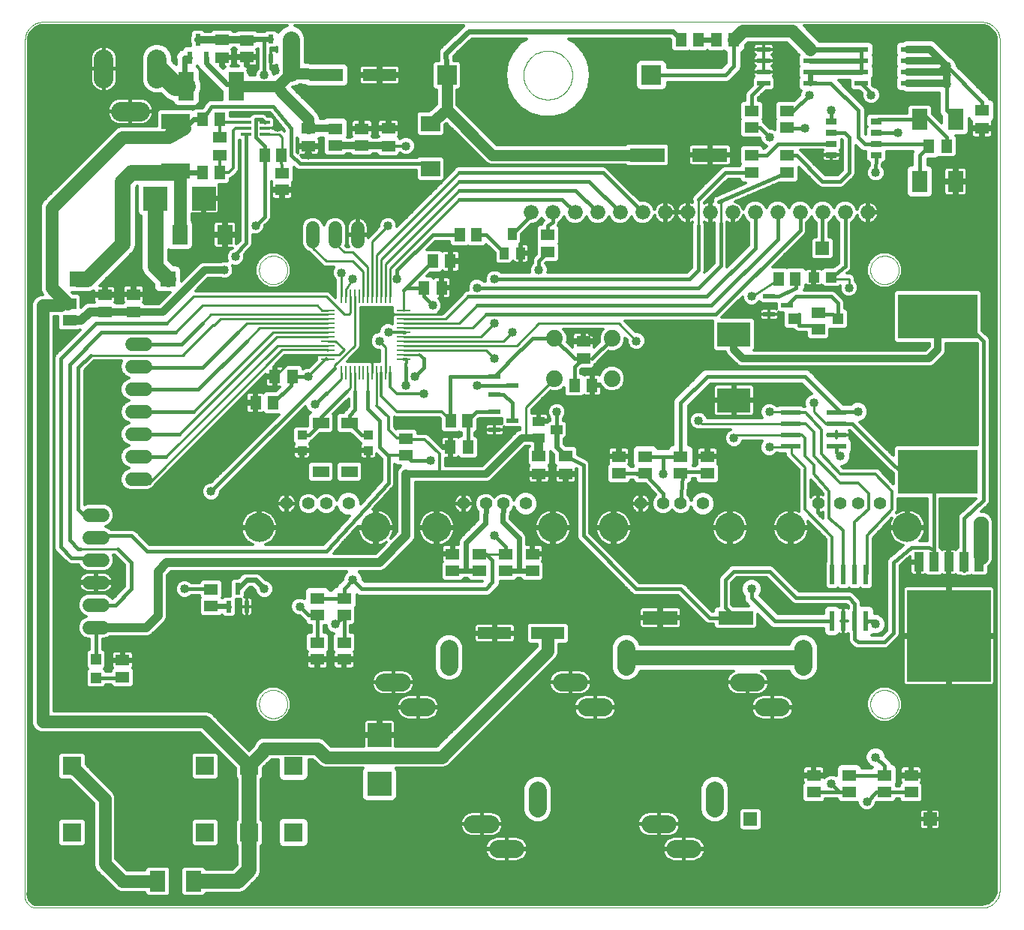
<source format=gtl>
G75*
G70*
%OFA0B0*%
%FSLAX24Y24*%
%IPPOS*%
%LPD*%
%AMOC8*
5,1,8,0,0,1.08239X$1,22.5*
%
%ADD10C,0.0000*%
%ADD11C,0.0787*%
%ADD12C,0.1306*%
%ADD13C,0.0554*%
%ADD14R,0.1063X0.1063*%
%ADD15C,0.0660*%
%ADD16R,0.0098X0.0591*%
%ADD17R,0.0591X0.0098*%
%ADD18R,0.0709X0.1260*%
%ADD19R,0.0709X0.0945*%
%ADD20R,0.0512X0.0630*%
%ADD21R,0.1496X0.0551*%
%ADD22R,0.1575X0.0630*%
%ADD23R,0.0630X0.0512*%
%ADD24R,0.0886X0.0886*%
%ADD25R,0.0220X0.0520*%
%ADD26R,0.1260X0.0709*%
%ADD27R,0.0500X0.0250*%
%ADD28R,0.0600X0.0220*%
%ADD29R,0.0594X0.0594*%
%ADD30R,0.0515X0.0515*%
%ADD31C,0.0600*%
%ADD32R,0.3543X0.1969*%
%ADD33R,0.0520X0.0390*%
%ADD34R,0.1535X0.0630*%
%ADD35R,0.0866X0.0236*%
%ADD36R,0.0630X0.0591*%
%ADD37R,0.0470X0.0470*%
%ADD38C,0.0740*%
%ADD39R,0.0866X0.0709*%
%ADD40R,0.0472X0.0472*%
%ADD41R,0.3740X0.4098*%
%ADD42R,0.0420X0.0850*%
%ADD43R,0.1496X0.1102*%
%ADD44C,0.0860*%
%ADD45R,0.0460X0.0140*%
%ADD46R,0.0520X0.0220*%
%ADD47R,0.0709X0.0709*%
%ADD48R,0.0709X0.0866*%
%ADD49R,0.0236X0.0394*%
%ADD50R,0.0236X0.0866*%
%ADD51R,0.0827X0.0827*%
%ADD52R,0.0425X0.0413*%
%ADD53R,0.0748X0.0512*%
%ADD54R,0.0394X0.0551*%
%ADD55C,0.0120*%
%ADD56C,0.0400*%
%ADD57C,0.0100*%
%ADD58C,0.0160*%
%ADD59C,0.0240*%
%ADD60C,0.0320*%
%ADD61C,0.0400*%
%ADD62C,0.0760*%
%ADD63C,0.0500*%
%ADD64C,0.0700*%
%ADD65C,0.0560*%
%ADD66C,0.0660*%
%ADD67C,0.0150*%
D10*
X000554Y000174D02*
X042680Y000174D01*
X042680Y000175D02*
X042734Y000177D01*
X042787Y000182D01*
X042840Y000191D01*
X042892Y000204D01*
X042944Y000220D01*
X042994Y000240D01*
X043042Y000263D01*
X043089Y000290D01*
X043134Y000319D01*
X043177Y000352D01*
X043217Y000387D01*
X043255Y000425D01*
X043290Y000465D01*
X043323Y000508D01*
X043352Y000553D01*
X043379Y000600D01*
X043402Y000648D01*
X043422Y000698D01*
X043438Y000750D01*
X043451Y000802D01*
X043460Y000855D01*
X043465Y000908D01*
X043467Y000962D01*
X043467Y038757D01*
X043465Y038811D01*
X043460Y038864D01*
X043451Y038917D01*
X043438Y038969D01*
X043422Y039021D01*
X043402Y039071D01*
X043379Y039119D01*
X043352Y039166D01*
X043323Y039211D01*
X043290Y039254D01*
X043255Y039294D01*
X043217Y039332D01*
X043177Y039367D01*
X043134Y039400D01*
X043089Y039429D01*
X043042Y039456D01*
X042994Y039479D01*
X042944Y039499D01*
X042892Y039515D01*
X042840Y039528D01*
X042787Y039537D01*
X042734Y039542D01*
X042680Y039544D01*
X000947Y039544D01*
X000893Y039542D01*
X000840Y039537D01*
X000787Y039528D01*
X000735Y039515D01*
X000683Y039499D01*
X000633Y039479D01*
X000585Y039456D01*
X000538Y039429D01*
X000493Y039400D01*
X000450Y039367D01*
X000410Y039332D01*
X000372Y039294D01*
X000337Y039254D01*
X000304Y039211D01*
X000275Y039166D01*
X000248Y039119D01*
X000225Y039071D01*
X000205Y039021D01*
X000189Y038969D01*
X000176Y038917D01*
X000167Y038864D01*
X000162Y038811D01*
X000160Y038757D01*
X000160Y000962D01*
X000161Y000962D02*
X000147Y000915D01*
X000137Y000867D01*
X000131Y000819D01*
X000129Y000770D01*
X000131Y000721D01*
X000136Y000672D01*
X000145Y000624D01*
X000158Y000577D01*
X000175Y000531D01*
X000195Y000487D01*
X000218Y000444D01*
X000245Y000403D01*
X000275Y000365D01*
X000308Y000329D01*
X000343Y000295D01*
X000382Y000265D01*
X000422Y000237D01*
X000464Y000213D01*
X000509Y000192D01*
X000554Y000175D01*
X010554Y009229D02*
X010556Y009279D01*
X010562Y009329D01*
X010572Y009378D01*
X010586Y009426D01*
X010603Y009473D01*
X010624Y009518D01*
X010649Y009562D01*
X010677Y009603D01*
X010709Y009642D01*
X010743Y009679D01*
X010780Y009713D01*
X010820Y009743D01*
X010862Y009770D01*
X010906Y009794D01*
X010952Y009815D01*
X010999Y009831D01*
X011047Y009844D01*
X011097Y009853D01*
X011146Y009858D01*
X011197Y009859D01*
X011247Y009856D01*
X011296Y009849D01*
X011345Y009838D01*
X011393Y009823D01*
X011439Y009805D01*
X011484Y009783D01*
X011527Y009757D01*
X011568Y009728D01*
X011607Y009696D01*
X011643Y009661D01*
X011675Y009623D01*
X011705Y009583D01*
X011732Y009540D01*
X011755Y009496D01*
X011774Y009450D01*
X011790Y009402D01*
X011802Y009353D01*
X011810Y009304D01*
X011814Y009254D01*
X011814Y009204D01*
X011810Y009154D01*
X011802Y009105D01*
X011790Y009056D01*
X011774Y009008D01*
X011755Y008962D01*
X011732Y008918D01*
X011705Y008875D01*
X011675Y008835D01*
X011643Y008797D01*
X011607Y008762D01*
X011568Y008730D01*
X011527Y008701D01*
X011484Y008675D01*
X011439Y008653D01*
X011393Y008635D01*
X011345Y008620D01*
X011296Y008609D01*
X011247Y008602D01*
X011197Y008599D01*
X011146Y008600D01*
X011097Y008605D01*
X011047Y008614D01*
X010999Y008627D01*
X010952Y008643D01*
X010906Y008664D01*
X010862Y008688D01*
X010820Y008715D01*
X010780Y008745D01*
X010743Y008779D01*
X010709Y008816D01*
X010677Y008855D01*
X010649Y008896D01*
X010624Y008940D01*
X010603Y008985D01*
X010586Y009032D01*
X010572Y009080D01*
X010562Y009129D01*
X010556Y009179D01*
X010554Y009229D01*
X010554Y028521D02*
X010556Y028571D01*
X010562Y028621D01*
X010572Y028670D01*
X010586Y028718D01*
X010603Y028765D01*
X010624Y028810D01*
X010649Y028854D01*
X010677Y028895D01*
X010709Y028934D01*
X010743Y028971D01*
X010780Y029005D01*
X010820Y029035D01*
X010862Y029062D01*
X010906Y029086D01*
X010952Y029107D01*
X010999Y029123D01*
X011047Y029136D01*
X011097Y029145D01*
X011146Y029150D01*
X011197Y029151D01*
X011247Y029148D01*
X011296Y029141D01*
X011345Y029130D01*
X011393Y029115D01*
X011439Y029097D01*
X011484Y029075D01*
X011527Y029049D01*
X011568Y029020D01*
X011607Y028988D01*
X011643Y028953D01*
X011675Y028915D01*
X011705Y028875D01*
X011732Y028832D01*
X011755Y028788D01*
X011774Y028742D01*
X011790Y028694D01*
X011802Y028645D01*
X011810Y028596D01*
X011814Y028546D01*
X011814Y028496D01*
X011810Y028446D01*
X011802Y028397D01*
X011790Y028348D01*
X011774Y028300D01*
X011755Y028254D01*
X011732Y028210D01*
X011705Y028167D01*
X011675Y028127D01*
X011643Y028089D01*
X011607Y028054D01*
X011568Y028022D01*
X011527Y027993D01*
X011484Y027967D01*
X011439Y027945D01*
X011393Y027927D01*
X011345Y027912D01*
X011296Y027901D01*
X011247Y027894D01*
X011197Y027891D01*
X011146Y027892D01*
X011097Y027897D01*
X011047Y027906D01*
X010999Y027919D01*
X010952Y027935D01*
X010906Y027956D01*
X010862Y027980D01*
X010820Y028007D01*
X010780Y028037D01*
X010743Y028071D01*
X010709Y028108D01*
X010677Y028147D01*
X010649Y028188D01*
X010624Y028232D01*
X010603Y028277D01*
X010586Y028324D01*
X010572Y028372D01*
X010562Y028421D01*
X010556Y028471D01*
X010554Y028521D01*
X022305Y037182D02*
X022307Y037247D01*
X022313Y037313D01*
X022323Y037377D01*
X022336Y037441D01*
X022354Y037504D01*
X022375Y037566D01*
X022400Y037626D01*
X022429Y037685D01*
X022461Y037742D01*
X022497Y037797D01*
X022535Y037850D01*
X022577Y037900D01*
X022622Y037948D01*
X022670Y037993D01*
X022720Y038035D01*
X022773Y038073D01*
X022828Y038109D01*
X022885Y038141D01*
X022944Y038170D01*
X023004Y038195D01*
X023066Y038216D01*
X023129Y038234D01*
X023193Y038247D01*
X023257Y038257D01*
X023323Y038263D01*
X023388Y038265D01*
X023453Y038263D01*
X023519Y038257D01*
X023583Y038247D01*
X023647Y038234D01*
X023710Y038216D01*
X023772Y038195D01*
X023832Y038170D01*
X023891Y038141D01*
X023948Y038109D01*
X024003Y038073D01*
X024056Y038035D01*
X024106Y037993D01*
X024154Y037948D01*
X024199Y037900D01*
X024241Y037850D01*
X024279Y037797D01*
X024315Y037742D01*
X024347Y037685D01*
X024376Y037626D01*
X024401Y037566D01*
X024422Y037504D01*
X024440Y037441D01*
X024453Y037377D01*
X024463Y037313D01*
X024469Y037247D01*
X024471Y037182D01*
X024469Y037117D01*
X024463Y037051D01*
X024453Y036987D01*
X024440Y036923D01*
X024422Y036860D01*
X024401Y036798D01*
X024376Y036738D01*
X024347Y036679D01*
X024315Y036622D01*
X024279Y036567D01*
X024241Y036514D01*
X024199Y036464D01*
X024154Y036416D01*
X024106Y036371D01*
X024056Y036329D01*
X024003Y036291D01*
X023948Y036255D01*
X023891Y036223D01*
X023832Y036194D01*
X023772Y036169D01*
X023710Y036148D01*
X023647Y036130D01*
X023583Y036117D01*
X023519Y036107D01*
X023453Y036101D01*
X023388Y036099D01*
X023323Y036101D01*
X023257Y036107D01*
X023193Y036117D01*
X023129Y036130D01*
X023066Y036148D01*
X023004Y036169D01*
X022944Y036194D01*
X022885Y036223D01*
X022828Y036255D01*
X022773Y036291D01*
X022720Y036329D01*
X022670Y036371D01*
X022622Y036416D01*
X022577Y036464D01*
X022535Y036514D01*
X022497Y036567D01*
X022461Y036622D01*
X022429Y036679D01*
X022400Y036738D01*
X022375Y036798D01*
X022354Y036860D01*
X022336Y036923D01*
X022323Y036987D01*
X022313Y037051D01*
X022307Y037117D01*
X022305Y037182D01*
X037719Y028521D02*
X037721Y028571D01*
X037727Y028621D01*
X037737Y028670D01*
X037751Y028718D01*
X037768Y028765D01*
X037789Y028810D01*
X037814Y028854D01*
X037842Y028895D01*
X037874Y028934D01*
X037908Y028971D01*
X037945Y029005D01*
X037985Y029035D01*
X038027Y029062D01*
X038071Y029086D01*
X038117Y029107D01*
X038164Y029123D01*
X038212Y029136D01*
X038262Y029145D01*
X038311Y029150D01*
X038362Y029151D01*
X038412Y029148D01*
X038461Y029141D01*
X038510Y029130D01*
X038558Y029115D01*
X038604Y029097D01*
X038649Y029075D01*
X038692Y029049D01*
X038733Y029020D01*
X038772Y028988D01*
X038808Y028953D01*
X038840Y028915D01*
X038870Y028875D01*
X038897Y028832D01*
X038920Y028788D01*
X038939Y028742D01*
X038955Y028694D01*
X038967Y028645D01*
X038975Y028596D01*
X038979Y028546D01*
X038979Y028496D01*
X038975Y028446D01*
X038967Y028397D01*
X038955Y028348D01*
X038939Y028300D01*
X038920Y028254D01*
X038897Y028210D01*
X038870Y028167D01*
X038840Y028127D01*
X038808Y028089D01*
X038772Y028054D01*
X038733Y028022D01*
X038692Y027993D01*
X038649Y027967D01*
X038604Y027945D01*
X038558Y027927D01*
X038510Y027912D01*
X038461Y027901D01*
X038412Y027894D01*
X038362Y027891D01*
X038311Y027892D01*
X038262Y027897D01*
X038212Y027906D01*
X038164Y027919D01*
X038117Y027935D01*
X038071Y027956D01*
X038027Y027980D01*
X037985Y028007D01*
X037945Y028037D01*
X037908Y028071D01*
X037874Y028108D01*
X037842Y028147D01*
X037814Y028188D01*
X037789Y028232D01*
X037768Y028277D01*
X037751Y028324D01*
X037737Y028372D01*
X037727Y028421D01*
X037721Y028471D01*
X037719Y028521D01*
X037719Y009229D02*
X037721Y009279D01*
X037727Y009329D01*
X037737Y009378D01*
X037751Y009426D01*
X037768Y009473D01*
X037789Y009518D01*
X037814Y009562D01*
X037842Y009603D01*
X037874Y009642D01*
X037908Y009679D01*
X037945Y009713D01*
X037985Y009743D01*
X038027Y009770D01*
X038071Y009794D01*
X038117Y009815D01*
X038164Y009831D01*
X038212Y009844D01*
X038262Y009853D01*
X038311Y009858D01*
X038362Y009859D01*
X038412Y009856D01*
X038461Y009849D01*
X038510Y009838D01*
X038558Y009823D01*
X038604Y009805D01*
X038649Y009783D01*
X038692Y009757D01*
X038733Y009728D01*
X038772Y009696D01*
X038808Y009661D01*
X038840Y009623D01*
X038870Y009583D01*
X038897Y009540D01*
X038920Y009496D01*
X038939Y009450D01*
X038955Y009402D01*
X038967Y009353D01*
X038975Y009304D01*
X038979Y009254D01*
X038979Y009204D01*
X038975Y009154D01*
X038967Y009105D01*
X038955Y009056D01*
X038939Y009008D01*
X038920Y008962D01*
X038897Y008918D01*
X038870Y008875D01*
X038840Y008835D01*
X038808Y008797D01*
X038772Y008762D01*
X038733Y008730D01*
X038692Y008701D01*
X038649Y008675D01*
X038604Y008653D01*
X038558Y008635D01*
X038510Y008620D01*
X038461Y008609D01*
X038412Y008602D01*
X038362Y008599D01*
X038311Y008600D01*
X038262Y008605D01*
X038212Y008614D01*
X038164Y008627D01*
X038117Y008643D01*
X038071Y008664D01*
X038027Y008688D01*
X037985Y008715D01*
X037945Y008745D01*
X037908Y008779D01*
X037874Y008816D01*
X037842Y008855D01*
X037814Y008896D01*
X037789Y008940D01*
X037768Y008985D01*
X037751Y009032D01*
X037737Y009080D01*
X037727Y009129D01*
X037721Y009179D01*
X037719Y009229D01*
D11*
X034745Y010903D02*
X034745Y011690D01*
X032658Y010194D02*
X031871Y010194D01*
X032973Y009092D02*
X033760Y009092D01*
X030808Y005391D02*
X030808Y004603D01*
X029823Y002792D02*
X029036Y002792D01*
X028721Y003895D02*
X027934Y003895D01*
X022934Y004603D02*
X022934Y005391D01*
X020847Y003895D02*
X020060Y003895D01*
X021162Y002792D02*
X021949Y002792D01*
X025099Y009092D02*
X025886Y009092D01*
X024784Y010194D02*
X023997Y010194D01*
X026871Y010903D02*
X026871Y011690D01*
X018997Y011690D02*
X018997Y010903D01*
X018012Y009092D02*
X017225Y009092D01*
X016910Y010194D02*
X016123Y010194D01*
D12*
X015739Y017073D03*
X018440Y017073D03*
X023613Y017073D03*
X026314Y017073D03*
X031487Y017073D03*
X034188Y017073D03*
X039361Y017073D03*
X010566Y017073D03*
D13*
X011774Y018140D03*
X012758Y018140D03*
X013546Y018140D03*
X014530Y018140D03*
X019648Y018140D03*
X020632Y018140D03*
X021420Y018140D03*
X022404Y018140D03*
X027522Y018140D03*
X028506Y018140D03*
X029294Y018140D03*
X030278Y018140D03*
X035396Y018140D03*
X036380Y018140D03*
X037168Y018140D03*
X038152Y018140D03*
D14*
X015908Y007851D03*
X015908Y005686D03*
X008097Y031706D03*
X005932Y031706D03*
D15*
X022636Y031080D03*
X023601Y031080D03*
X024601Y031080D03*
X025601Y031080D03*
X026601Y031080D03*
X027601Y031080D03*
X028601Y031080D03*
X029601Y031080D03*
X030601Y031080D03*
X031601Y031080D03*
X032601Y031080D03*
X033601Y031080D03*
X034601Y031080D03*
X035601Y031080D03*
X036601Y031080D03*
X037601Y031080D03*
D16*
X016377Y027347D03*
X016180Y027347D03*
X015983Y027347D03*
X015786Y027347D03*
X015589Y027347D03*
X015392Y027347D03*
X015195Y027347D03*
X014999Y027347D03*
X014802Y027347D03*
X014605Y027347D03*
X014408Y027347D03*
X014211Y027347D03*
X014211Y023962D03*
X014408Y023962D03*
X014605Y023962D03*
X014802Y023962D03*
X014999Y023962D03*
X015195Y023962D03*
X015392Y023962D03*
X015589Y023962D03*
X015786Y023962D03*
X015983Y023962D03*
X016180Y023962D03*
X016377Y023962D03*
D17*
X016987Y024572D03*
X016987Y024769D03*
X016987Y024966D03*
X016987Y025162D03*
X016987Y025359D03*
X016987Y025556D03*
X016987Y025753D03*
X016987Y025950D03*
X016987Y026147D03*
X016987Y026344D03*
X016987Y026540D03*
X016987Y026737D03*
X013601Y026737D03*
X013601Y026540D03*
X013601Y026344D03*
X013601Y026147D03*
X013601Y025950D03*
X013601Y025753D03*
X013601Y025556D03*
X013601Y025359D03*
X013601Y025162D03*
X013601Y024966D03*
X013601Y024769D03*
X013601Y024572D03*
D18*
X009530Y036690D03*
X007325Y036690D03*
D19*
X039914Y035214D03*
X041508Y035214D03*
X041508Y032458D03*
X039914Y032458D03*
X007650Y001355D03*
X006056Y001355D03*
D20*
X019058Y020647D03*
X019845Y020647D03*
X019825Y021828D03*
X019077Y021828D03*
X024569Y023403D03*
X025357Y023403D03*
X019058Y028914D03*
X018270Y028914D03*
X017877Y027733D03*
X018664Y027733D03*
X019471Y030095D03*
X020219Y030095D03*
X012046Y023796D03*
X011258Y023796D03*
X011184Y022615D03*
X010396Y022615D03*
X008802Y032851D03*
X008054Y032851D03*
X008054Y035214D03*
X008802Y035214D03*
X010810Y033639D03*
X011558Y033639D03*
X029314Y038757D03*
X030062Y038757D03*
X030869Y038757D03*
X031656Y038757D03*
X040317Y034032D03*
X041105Y034032D03*
X034392Y028127D03*
X033644Y028127D03*
D21*
X023388Y012379D03*
X021026Y012379D03*
X015908Y037182D03*
X013546Y037182D03*
D22*
X027798Y033639D03*
X030593Y033639D03*
D23*
X032443Y033619D03*
X032443Y032871D03*
X034018Y032871D03*
X034018Y033619D03*
X034018Y034840D03*
X034018Y035588D03*
X032443Y035588D03*
X032443Y034840D03*
X035396Y026631D03*
X035396Y025883D03*
X030475Y020233D03*
X030475Y019485D03*
X029294Y019485D03*
X029294Y020233D03*
X027719Y020233D03*
X027719Y019485D03*
X026538Y019485D03*
X026538Y020233D03*
X024176Y020253D03*
X024176Y019466D03*
X022995Y019466D03*
X022995Y020253D03*
X022699Y015903D03*
X022699Y015155D03*
X021518Y015155D03*
X021518Y015903D03*
X020337Y015903D03*
X020337Y015155D03*
X019156Y015155D03*
X019156Y015903D03*
X017089Y020273D03*
X017089Y021021D03*
X014333Y013934D03*
X014333Y013186D03*
X013152Y013186D03*
X013152Y013934D03*
X013152Y011966D03*
X013152Y011218D03*
X014333Y011218D03*
X014333Y011966D03*
X008428Y013580D03*
X008428Y014328D03*
X004491Y011178D03*
X004491Y010430D03*
X002129Y026277D03*
X002129Y027025D03*
X003703Y026670D03*
X003703Y027418D03*
X004983Y027438D03*
X004983Y026651D03*
X008821Y033639D03*
X008821Y034426D03*
X011577Y032832D03*
X011577Y032084D03*
X012758Y034032D03*
X012758Y034820D03*
X013940Y034800D03*
X013940Y034052D03*
X015121Y034052D03*
X015121Y034800D03*
X016302Y034820D03*
X016302Y034032D03*
X010003Y037989D03*
X010003Y038737D03*
X008920Y038757D03*
X008920Y037969D03*
X023388Y030076D03*
X023388Y029328D03*
X024963Y025351D03*
X024963Y024603D03*
X042680Y034820D03*
X042680Y035607D03*
X039530Y006060D03*
X039530Y005312D03*
X038349Y005312D03*
X038349Y006060D03*
X036774Y006060D03*
X036774Y005312D03*
X035199Y005312D03*
X035199Y006060D03*
D24*
X027995Y037182D03*
X018900Y037182D03*
D25*
X008197Y037963D03*
X007477Y037963D03*
X007837Y038763D03*
X009609Y014354D03*
X010009Y013554D03*
X009209Y013554D03*
D26*
X006853Y032930D03*
X006853Y035135D03*
D27*
X035987Y035139D03*
X035987Y034639D03*
X035987Y034139D03*
X035987Y033639D03*
X037987Y033639D03*
X037987Y034139D03*
X037987Y034639D03*
X037987Y035139D03*
D28*
X037309Y036826D03*
X037309Y037326D03*
X037309Y037826D03*
X037309Y038326D03*
X039389Y038326D03*
X039389Y037826D03*
X039389Y037326D03*
X039389Y036826D03*
X035058Y036826D03*
X035058Y037326D03*
X035058Y037826D03*
X035058Y038326D03*
X032978Y038326D03*
X032978Y037826D03*
X032978Y037326D03*
X032978Y036826D03*
D29*
X032394Y004111D03*
X040367Y004111D03*
D30*
X036282Y026355D03*
X034314Y026355D03*
D31*
X014940Y029795D02*
X014940Y030395D01*
X013940Y030395D02*
X013940Y029795D01*
X012940Y029795D02*
X012940Y030395D01*
X005503Y025221D02*
X004903Y025221D01*
X004903Y024221D02*
X005503Y024221D01*
X005503Y023221D02*
X004903Y023221D01*
X004903Y022221D02*
X005503Y022221D01*
X005503Y021221D02*
X004903Y021221D01*
X004903Y020221D02*
X005503Y020221D01*
X005503Y019221D02*
X004903Y019221D01*
X003610Y017635D02*
X003010Y017635D01*
X003010Y016635D02*
X003610Y016635D01*
X003610Y015635D02*
X003010Y015635D01*
X003010Y014635D02*
X003610Y014635D01*
X003610Y013635D02*
X003010Y013635D01*
X003010Y012635D02*
X003610Y012635D01*
D32*
X040711Y019564D03*
X040711Y026454D03*
D33*
X023788Y021434D03*
X022988Y021064D03*
X022988Y021804D03*
D34*
X028384Y013068D03*
X031731Y013068D03*
D35*
X034176Y020684D03*
X034176Y021184D03*
X034176Y021684D03*
X034176Y022184D03*
X036223Y022184D03*
X036223Y021684D03*
X036223Y021184D03*
X036223Y020684D03*
D36*
X035593Y029485D03*
D37*
X035199Y028206D03*
X035987Y028206D03*
D38*
X026243Y025474D03*
X026243Y023694D03*
X023683Y023694D03*
X023683Y025474D03*
D39*
X018172Y033029D03*
X018172Y035036D03*
D40*
X003310Y011218D03*
X003310Y010391D03*
D41*
X041203Y012265D03*
D42*
X041203Y015545D03*
X041873Y015545D03*
X042543Y015545D03*
X040533Y015545D03*
X039863Y015545D03*
D43*
X031656Y022733D03*
X031656Y025647D03*
D44*
X007325Y036690D02*
X006853Y036690D01*
X006022Y037532D01*
X006022Y037460D01*
X006022Y037030D02*
X006022Y037890D01*
X003660Y037890D02*
X003660Y037030D01*
X004411Y035570D02*
X005271Y035570D01*
D45*
X009986Y035080D03*
X009986Y034820D03*
X009986Y034560D03*
X010806Y034560D03*
X010806Y034820D03*
X010806Y035080D03*
D46*
X021020Y023803D03*
X021820Y023403D03*
X021020Y023003D03*
X021020Y022228D03*
X021820Y021828D03*
X021020Y021428D03*
X033225Y026546D03*
X033225Y027346D03*
X034025Y026946D03*
D47*
X006499Y028127D03*
X002483Y028127D03*
D48*
X007030Y030095D03*
X009038Y030095D03*
D49*
X011085Y037930D03*
X011085Y038796D03*
D50*
X036024Y014977D03*
X036524Y014977D03*
X037024Y014977D03*
X037524Y014977D03*
X037524Y012930D03*
X037024Y012930D03*
X036524Y012930D03*
X036024Y012930D03*
D51*
X012089Y006473D03*
X010121Y006473D03*
X008152Y006473D03*
X008152Y003521D03*
X010121Y003521D03*
X012089Y003521D03*
X002247Y003521D03*
X002247Y006473D03*
D52*
X012463Y020499D03*
X012463Y021188D03*
X015416Y021188D03*
X015416Y020499D03*
D53*
X014569Y019564D03*
X013310Y019564D03*
X013310Y021729D03*
X014569Y021729D03*
D54*
X021440Y029269D03*
X022188Y029269D03*
X021814Y030135D03*
D55*
X022220Y030132D02*
X022629Y030540D01*
X022744Y030540D01*
X022942Y030622D01*
X023094Y030774D01*
X023119Y030833D01*
X023143Y030774D01*
X023203Y030714D01*
X023191Y030702D01*
X023156Y030673D01*
X023151Y030662D01*
X023142Y030653D01*
X023125Y030611D01*
X023104Y030570D01*
X023103Y030558D01*
X023098Y030547D01*
X023098Y030542D01*
X022986Y030542D01*
X022863Y030419D01*
X022863Y029733D01*
X022895Y029702D01*
X022863Y029671D01*
X022863Y029213D01*
X022749Y029098D01*
X022705Y028992D01*
X022705Y028810D01*
X022647Y028753D01*
X022585Y028602D01*
X022585Y028439D01*
X022594Y028417D01*
X021316Y028417D01*
X021258Y028475D01*
X021108Y028537D01*
X020945Y028537D01*
X020794Y028475D01*
X020679Y028359D01*
X020616Y028209D01*
X020616Y028045D01*
X020625Y028023D01*
X020529Y028023D01*
X020471Y028081D01*
X020320Y028143D01*
X020157Y028143D01*
X020006Y028081D01*
X019891Y027966D01*
X019829Y027815D01*
X019829Y027652D01*
X019838Y027630D01*
X019787Y027630D01*
X019681Y027585D01*
X019599Y027504D01*
X019569Y027431D01*
X018741Y026604D01*
X018508Y026604D01*
X018618Y026714D01*
X018680Y026864D01*
X018680Y027027D01*
X018618Y027178D01*
X018538Y027258D01*
X018604Y027258D01*
X018604Y027673D01*
X018724Y027673D01*
X018724Y027258D01*
X018941Y027258D01*
X018982Y027269D01*
X019018Y027290D01*
X019048Y027320D01*
X019069Y027357D01*
X019080Y027397D01*
X019080Y027673D01*
X018724Y027673D01*
X018724Y027793D01*
X019080Y027793D01*
X019080Y028069D01*
X019069Y028110D01*
X019048Y028146D01*
X019018Y028176D01*
X018982Y028197D01*
X018941Y028208D01*
X018724Y028208D01*
X018724Y027793D01*
X018604Y027793D01*
X018604Y028208D01*
X018387Y028208D01*
X018346Y028197D01*
X018310Y028176D01*
X018306Y028172D01*
X018219Y028258D01*
X018024Y028258D01*
X018155Y028389D01*
X018613Y028389D01*
X018699Y028476D01*
X018703Y028471D01*
X018740Y028450D01*
X018781Y028439D01*
X018998Y028439D01*
X018998Y028854D01*
X019118Y028854D01*
X019118Y028974D01*
X019474Y028974D01*
X019474Y029250D01*
X019463Y029291D01*
X019442Y029328D01*
X019412Y029357D01*
X019375Y029378D01*
X019335Y029389D01*
X019118Y029389D01*
X019118Y028974D01*
X018998Y028974D01*
X018998Y029389D01*
X018781Y029389D01*
X018740Y029378D01*
X018703Y029357D01*
X018699Y029353D01*
X018613Y029439D01*
X018024Y029439D01*
X018390Y029805D01*
X019005Y029805D01*
X019005Y029694D01*
X019128Y029571D01*
X019814Y029571D01*
X019845Y029602D01*
X019876Y029571D01*
X020562Y029571D01*
X020648Y029657D01*
X021033Y029273D01*
X021033Y028906D01*
X021156Y028783D01*
X021723Y028783D01*
X021846Y028906D01*
X021846Y028923D01*
X021863Y028895D01*
X021892Y028865D01*
X021929Y028844D01*
X021970Y028833D01*
X022149Y028833D01*
X022149Y029230D01*
X022226Y029230D01*
X022226Y028833D01*
X022405Y028833D01*
X022446Y028844D01*
X022483Y028865D01*
X022512Y028895D01*
X022534Y028931D01*
X022544Y028972D01*
X022544Y029230D01*
X022226Y029230D01*
X022226Y029307D01*
X022544Y029307D01*
X022544Y029565D01*
X022534Y029606D01*
X022512Y029643D01*
X022483Y029672D01*
X022446Y029693D01*
X022405Y029704D01*
X022226Y029704D01*
X022226Y029307D01*
X022149Y029307D01*
X022149Y029701D01*
X022220Y029772D01*
X022220Y030132D01*
X022244Y030155D02*
X022863Y030155D01*
X022863Y030273D02*
X022362Y030273D01*
X022481Y030392D02*
X022863Y030392D01*
X022955Y030510D02*
X022599Y030510D01*
X022949Y030629D02*
X023132Y030629D01*
X023170Y030747D02*
X023068Y030747D01*
X022863Y030036D02*
X022220Y030036D01*
X022220Y029918D02*
X022863Y029918D01*
X022863Y029799D02*
X022220Y029799D01*
X022226Y029681D02*
X022149Y029681D01*
X022149Y029562D02*
X022226Y029562D01*
X022226Y029444D02*
X022149Y029444D01*
X022149Y029325D02*
X022226Y029325D01*
X022226Y029207D02*
X022149Y029207D01*
X022149Y029088D02*
X022226Y029088D01*
X022226Y028970D02*
X022149Y028970D01*
X022149Y028851D02*
X022226Y028851D01*
X022459Y028851D02*
X022705Y028851D01*
X022705Y028970D02*
X022544Y028970D01*
X022544Y029088D02*
X022745Y029088D01*
X022857Y029207D02*
X022544Y029207D01*
X022544Y029325D02*
X022863Y029325D01*
X022863Y029444D02*
X022544Y029444D01*
X022544Y029562D02*
X022863Y029562D01*
X022874Y029681D02*
X022468Y029681D01*
X022639Y028733D02*
X019474Y028733D01*
X019474Y028851D02*
X021088Y028851D01*
X021033Y028970D02*
X019118Y028970D01*
X019118Y028854D02*
X019474Y028854D01*
X019474Y028578D01*
X019463Y028538D01*
X019442Y028501D01*
X019412Y028471D01*
X019375Y028450D01*
X019335Y028439D01*
X019118Y028439D01*
X019118Y028854D01*
X019118Y028851D02*
X018998Y028851D01*
X018998Y028733D02*
X019118Y028733D01*
X019118Y028614D02*
X018998Y028614D01*
X018998Y028496D02*
X019118Y028496D01*
X019436Y028496D02*
X020845Y028496D01*
X020697Y028377D02*
X018143Y028377D01*
X018025Y028259D02*
X020637Y028259D01*
X020616Y028140D02*
X020328Y028140D01*
X020150Y028140D02*
X019051Y028140D01*
X019080Y028022D02*
X019947Y028022D01*
X019865Y027903D02*
X019080Y027903D01*
X019080Y027666D02*
X019829Y027666D01*
X019829Y027785D02*
X018724Y027785D01*
X018724Y027903D02*
X018604Y027903D01*
X018604Y028022D02*
X018724Y028022D01*
X018724Y028140D02*
X018604Y028140D01*
X018604Y027666D02*
X018724Y027666D01*
X018724Y027548D02*
X018604Y027548D01*
X018604Y027429D02*
X018724Y027429D01*
X018724Y027311D02*
X018604Y027311D01*
X018604Y027192D02*
X019330Y027192D01*
X019212Y027074D02*
X018661Y027074D01*
X018680Y026955D02*
X019093Y026955D01*
X018975Y026837D02*
X018669Y026837D01*
X018620Y026718D02*
X018856Y026718D01*
X019039Y027311D02*
X019449Y027311D01*
X019567Y027429D02*
X019080Y027429D01*
X019080Y027548D02*
X019643Y027548D01*
X019474Y028614D02*
X022590Y028614D01*
X022585Y028496D02*
X021207Y028496D01*
X021033Y029088D02*
X019474Y029088D01*
X019474Y029207D02*
X021033Y029207D01*
X020980Y029325D02*
X019443Y029325D01*
X019118Y029325D02*
X018998Y029325D01*
X018998Y029207D02*
X019118Y029207D01*
X019118Y029088D02*
X018998Y029088D01*
X019018Y029681D02*
X018266Y029681D01*
X018384Y029799D02*
X019005Y029799D01*
X018147Y029562D02*
X020743Y029562D01*
X020861Y029444D02*
X018029Y029444D01*
X016861Y030629D02*
X016668Y030629D01*
X016692Y030571D02*
X016630Y030721D01*
X016514Y030837D01*
X016364Y030899D01*
X016200Y030899D01*
X016050Y030837D01*
X015934Y030721D01*
X015872Y030571D01*
X015872Y030440D01*
X015404Y029959D01*
X015400Y029955D01*
X015400Y030055D01*
X014980Y030055D01*
X014980Y030135D01*
X015400Y030135D01*
X015400Y030432D01*
X015388Y030503D01*
X015366Y030572D01*
X015333Y030637D01*
X015290Y030695D01*
X015239Y030746D01*
X015181Y030789D01*
X015116Y030822D01*
X015047Y030844D01*
X014980Y030855D01*
X014980Y030135D01*
X014900Y030135D01*
X014900Y030055D01*
X014480Y030055D01*
X014480Y029759D01*
X014491Y029688D01*
X014513Y029619D01*
X014539Y029568D01*
X014441Y029568D01*
X014410Y029599D01*
X014450Y029694D01*
X014450Y030497D01*
X014372Y030684D01*
X014228Y030828D01*
X014041Y030905D01*
X013838Y030905D01*
X013651Y030828D01*
X013507Y030684D01*
X013440Y030521D01*
X013372Y030684D01*
X013228Y030828D01*
X013041Y030905D01*
X012838Y030905D01*
X012651Y030828D01*
X012507Y030684D01*
X012430Y030497D01*
X012430Y029694D01*
X012507Y029507D01*
X012651Y029363D01*
X012785Y029307D01*
X012808Y029285D01*
X013399Y028694D01*
X013494Y028654D01*
X013887Y028654D01*
X013868Y028635D01*
X013805Y028484D01*
X013805Y028321D01*
X013868Y028170D01*
X013953Y028085D01*
X013952Y027908D01*
X013951Y027907D01*
X013951Y027856D01*
X013951Y027805D01*
X013951Y027302D01*
X013693Y027560D01*
X013598Y027600D01*
X007735Y027600D01*
X008286Y028151D01*
X008840Y028151D01*
X008937Y028111D01*
X009100Y028111D01*
X009251Y028173D01*
X009366Y028288D01*
X009428Y028439D01*
X009428Y028602D01*
X009379Y028722D01*
X009429Y028701D01*
X009592Y028701D01*
X009743Y028764D01*
X009858Y028879D01*
X009920Y029030D01*
X009920Y029193D01*
X009912Y029214D01*
X010195Y029516D01*
X010232Y029554D01*
X010234Y029558D01*
X010237Y029562D01*
X010256Y029612D01*
X010276Y029660D01*
X010276Y029665D01*
X010278Y029670D01*
X010276Y029723D01*
X010276Y030095D01*
X010315Y030079D01*
X010478Y030079D01*
X010628Y030142D01*
X010744Y030257D01*
X010806Y030408D01*
X010806Y030489D01*
X010974Y030657D01*
X011055Y030738D01*
X011100Y030845D01*
X011100Y032442D01*
X011123Y032418D01*
X011113Y032401D01*
X011102Y032361D01*
X011102Y032144D01*
X011517Y032144D01*
X011517Y032024D01*
X011102Y032024D01*
X011102Y031807D01*
X011113Y031766D01*
X011134Y031730D01*
X011164Y031700D01*
X011201Y031679D01*
X011241Y031668D01*
X011517Y031668D01*
X011517Y032024D01*
X011637Y032024D01*
X011637Y031668D01*
X011913Y031668D01*
X011954Y031679D01*
X011991Y031700D01*
X012020Y031730D01*
X012041Y031766D01*
X012052Y031807D01*
X012052Y032024D01*
X011637Y032024D01*
X011637Y032144D01*
X012052Y032144D01*
X012052Y032361D01*
X012041Y032401D01*
X012032Y032418D01*
X012102Y032489D01*
X012102Y033097D01*
X012119Y033081D01*
X012119Y033081D01*
X012200Y032999D01*
X012307Y032955D01*
X017529Y032955D01*
X017529Y032587D01*
X017652Y032464D01*
X018692Y032464D01*
X018815Y032587D01*
X018815Y033470D01*
X018692Y033593D01*
X017652Y033593D01*
X017594Y033535D01*
X012485Y033535D01*
X012396Y033624D01*
X012422Y033617D01*
X012698Y033617D01*
X012698Y033972D01*
X012283Y033972D01*
X012283Y033756D01*
X012290Y033729D01*
X012261Y033759D01*
X012261Y034379D01*
X012293Y034346D01*
X012283Y034309D01*
X012283Y034092D01*
X012698Y034092D01*
X012698Y033972D01*
X012818Y033972D01*
X012818Y033617D01*
X013094Y033617D01*
X013135Y033627D01*
X013172Y033649D01*
X013201Y033678D01*
X013222Y033715D01*
X013233Y033756D01*
X013233Y033972D01*
X012818Y033972D01*
X012818Y034092D01*
X013233Y034092D01*
X013233Y034309D01*
X013223Y034346D01*
X013277Y034400D01*
X013403Y034400D01*
X013404Y034397D01*
X013415Y034387D01*
X013415Y033709D01*
X013538Y033586D01*
X014341Y033586D01*
X014437Y033682D01*
X014623Y033682D01*
X014719Y033586D01*
X015523Y033586D01*
X015618Y033682D01*
X015784Y033682D01*
X015900Y033567D01*
X016704Y033567D01*
X016827Y033690D01*
X016827Y033715D01*
X016857Y033685D01*
X017008Y033622D01*
X017171Y033622D01*
X017321Y033685D01*
X017437Y033800D01*
X017499Y033951D01*
X017499Y034114D01*
X017437Y034265D01*
X017321Y034380D01*
X017171Y034442D01*
X017008Y034442D01*
X016857Y034380D01*
X016827Y034350D01*
X016827Y034375D01*
X016741Y034462D01*
X016745Y034466D01*
X016766Y034502D01*
X016777Y034543D01*
X016777Y034760D01*
X016362Y034760D01*
X016362Y034880D01*
X016777Y034880D01*
X016777Y035097D01*
X016766Y035138D01*
X016745Y035174D01*
X016715Y035204D01*
X016678Y035225D01*
X016638Y035236D01*
X016362Y035236D01*
X016362Y034880D01*
X016242Y034880D01*
X016242Y035236D01*
X015966Y035236D01*
X015925Y035225D01*
X015889Y035204D01*
X015859Y035174D01*
X015838Y035138D01*
X015827Y035097D01*
X015827Y034880D01*
X016242Y034880D01*
X016242Y034760D01*
X015827Y034760D01*
X015827Y034543D01*
X015838Y034502D01*
X015859Y034466D01*
X015863Y034462D01*
X015824Y034422D01*
X015618Y034422D01*
X015575Y034466D01*
X015585Y034483D01*
X015596Y034523D01*
X015596Y034740D01*
X015181Y034740D01*
X015181Y034860D01*
X015596Y034860D01*
X015596Y035077D01*
X015585Y035118D01*
X015564Y035154D01*
X015534Y035184D01*
X015497Y035205D01*
X015457Y035216D01*
X015181Y035216D01*
X015181Y034860D01*
X015061Y034860D01*
X015061Y035216D01*
X014785Y035216D01*
X014744Y035205D01*
X014707Y035184D01*
X014678Y035154D01*
X014657Y035118D01*
X014646Y035077D01*
X014646Y034860D01*
X015061Y034860D01*
X015061Y034740D01*
X014646Y034740D01*
X014646Y034523D01*
X014657Y034483D01*
X014666Y034466D01*
X014623Y034422D01*
X014485Y034422D01*
X014514Y034493D01*
X014514Y035108D01*
X014475Y035203D01*
X014402Y035277D01*
X014306Y035316D01*
X013573Y035316D01*
X013477Y035277D01*
X013441Y035240D01*
X013277Y035240D01*
X013268Y035248D01*
X013268Y035315D01*
X013191Y035502D01*
X013047Y035646D01*
X012053Y036641D01*
X012098Y036641D01*
X012334Y036738D01*
X012342Y036746D01*
X012607Y036730D01*
X012651Y036686D01*
X012746Y036646D01*
X014346Y036646D01*
X014441Y036686D01*
X014514Y036759D01*
X014554Y036855D01*
X014554Y037509D01*
X014514Y037605D01*
X014441Y037678D01*
X014346Y037718D01*
X013152Y037718D01*
X012611Y037752D01*
X012611Y038884D01*
X012514Y039119D01*
X012334Y039299D01*
X012129Y039384D01*
X019651Y039384D01*
X019634Y039367D01*
X018672Y038443D01*
X018663Y038438D01*
X018625Y038397D01*
X018585Y038359D01*
X018581Y038349D01*
X018574Y038342D01*
X018555Y038290D01*
X018532Y038239D01*
X018532Y038228D01*
X018528Y038219D01*
X018531Y038163D01*
X018530Y038107D01*
X018533Y038098D01*
X018544Y037835D01*
X018370Y037835D01*
X018247Y037712D01*
X018247Y036652D01*
X018370Y036529D01*
X018440Y036529D01*
X018440Y035877D01*
X018121Y035601D01*
X017652Y035601D01*
X017529Y035478D01*
X017529Y034595D01*
X017652Y034472D01*
X018692Y034472D01*
X018815Y034595D01*
X018815Y034984D01*
X018877Y035039D01*
X020667Y033249D01*
X020836Y033179D01*
X026858Y033179D01*
X026923Y033114D01*
X028672Y033114D01*
X028795Y033237D01*
X028795Y034041D01*
X028672Y034164D01*
X026923Y034164D01*
X026858Y034099D01*
X021118Y034099D01*
X019360Y035857D01*
X019360Y036529D01*
X019430Y036529D01*
X019553Y036652D01*
X019553Y037712D01*
X019430Y037835D01*
X019204Y037835D01*
X019196Y038031D01*
X019998Y038801D01*
X022451Y038801D01*
X022152Y038609D01*
X022152Y038609D01*
X022152Y038609D01*
X021800Y038203D01*
X021800Y038203D01*
X021577Y037714D01*
X021577Y037714D01*
X021501Y037182D01*
X021577Y036650D01*
X021800Y036161D01*
X022152Y035755D01*
X022604Y035465D01*
X022604Y035465D01*
X023120Y035314D01*
X023657Y035314D01*
X024173Y035465D01*
X024625Y035755D01*
X024625Y035755D01*
X024976Y036161D01*
X024976Y036161D01*
X025200Y036650D01*
X025200Y036650D01*
X025276Y037182D01*
X025200Y037714D01*
X024976Y038203D01*
X024625Y038609D01*
X024625Y038609D01*
X024326Y038801D01*
X028803Y038801D01*
X028848Y038756D01*
X028848Y038355D01*
X028971Y038232D01*
X029656Y038232D01*
X029688Y038263D01*
X029719Y038232D01*
X030404Y038232D01*
X030465Y038293D01*
X030526Y038232D01*
X031212Y038232D01*
X031227Y038247D01*
X031253Y038222D01*
X031316Y038195D01*
X031316Y037717D01*
X031122Y037522D01*
X028698Y037522D01*
X028698Y037677D01*
X028658Y037772D01*
X028585Y037845D01*
X028489Y037885D01*
X027500Y037885D01*
X027404Y037845D01*
X027331Y037772D01*
X027292Y037677D01*
X027292Y036687D01*
X027331Y036592D01*
X027404Y036519D01*
X027500Y036479D01*
X028489Y036479D01*
X028585Y036519D01*
X028658Y036592D01*
X028698Y036687D01*
X028698Y036842D01*
X031330Y036842D01*
X031455Y036894D01*
X031551Y036989D01*
X031944Y037383D01*
X031996Y037508D01*
X031996Y038195D01*
X032059Y038222D01*
X032132Y038295D01*
X032172Y038390D01*
X032172Y038509D01*
X032273Y038611D01*
X034010Y038611D01*
X034528Y038092D01*
X034535Y038076D01*
X034498Y037988D01*
X034498Y037664D01*
X034535Y037576D01*
X034498Y037488D01*
X034498Y037164D01*
X034535Y037076D01*
X034498Y036988D01*
X034498Y036664D01*
X034538Y036569D01*
X034611Y036495D01*
X034637Y036485D01*
X034593Y036378D01*
X034593Y036296D01*
X034350Y036054D01*
X033616Y036054D01*
X033493Y035930D01*
X033493Y035245D01*
X033524Y035214D01*
X033493Y035182D01*
X033493Y034744D01*
X033463Y034774D01*
X033312Y034836D01*
X033231Y034836D01*
X032982Y035085D01*
X032968Y035091D01*
X032968Y035182D01*
X032937Y035214D01*
X032968Y035245D01*
X032968Y035930D01*
X032845Y036054D01*
X032733Y036054D01*
X032733Y036171D01*
X033068Y036506D01*
X033365Y036506D01*
X033488Y036629D01*
X033488Y037023D01*
X033400Y037111D01*
X033406Y037118D01*
X033427Y037154D01*
X033438Y037195D01*
X033438Y037326D01*
X033438Y037457D01*
X033427Y037498D01*
X033406Y037534D01*
X033377Y037564D01*
X033356Y037576D01*
X033377Y037588D01*
X033406Y037618D01*
X033427Y037654D01*
X033438Y037695D01*
X033438Y037826D01*
X033438Y037957D01*
X033427Y037998D01*
X033406Y038034D01*
X033377Y038064D01*
X033356Y038076D01*
X033377Y038088D01*
X033406Y038118D01*
X033427Y038154D01*
X033438Y038195D01*
X033438Y038326D01*
X033438Y038457D01*
X033427Y038498D01*
X033406Y038534D01*
X033377Y038564D01*
X033340Y038585D01*
X033299Y038596D01*
X032978Y038596D01*
X032657Y038596D01*
X032617Y038585D01*
X032580Y038564D01*
X032550Y038534D01*
X032529Y038498D01*
X032518Y038457D01*
X032518Y038326D01*
X032978Y038326D01*
X032978Y038326D01*
X032978Y038596D01*
X032978Y038326D01*
X032978Y038326D01*
X032518Y038326D01*
X032518Y038195D01*
X032529Y038154D01*
X032550Y038118D01*
X032580Y038088D01*
X032601Y038076D01*
X032580Y038064D01*
X032550Y038034D01*
X032529Y037998D01*
X032518Y037957D01*
X032518Y037826D01*
X032978Y037826D01*
X032978Y037826D01*
X032978Y038096D01*
X032978Y038326D01*
X032978Y038326D01*
X033438Y038326D01*
X032978Y038326D01*
X032978Y038326D01*
X032978Y037826D01*
X032978Y037826D01*
X032518Y037826D01*
X032518Y037695D01*
X032529Y037654D01*
X032550Y037618D01*
X032580Y037588D01*
X032601Y037576D01*
X032580Y037564D01*
X032550Y037534D01*
X032529Y037498D01*
X032518Y037457D01*
X032518Y037326D01*
X032978Y037326D01*
X032978Y037596D01*
X032978Y037826D01*
X032978Y037826D01*
X033438Y037826D01*
X032978Y037826D01*
X032978Y037826D01*
X032978Y037326D01*
X032978Y037326D01*
X032978Y037326D01*
X032518Y037326D01*
X032518Y037195D01*
X032529Y037154D01*
X032550Y037118D01*
X032557Y037111D01*
X032468Y037023D01*
X032468Y036726D01*
X032198Y036455D01*
X032153Y036349D01*
X032153Y036054D01*
X032042Y036054D01*
X031919Y035930D01*
X031919Y035245D01*
X031950Y035214D01*
X031919Y035182D01*
X031919Y034497D01*
X032042Y034374D01*
X032821Y034374D01*
X032821Y034345D01*
X032883Y034194D01*
X032999Y034079D01*
X033114Y034031D01*
X032993Y033909D01*
X032968Y033909D01*
X032968Y033962D01*
X032845Y034085D01*
X032042Y034085D01*
X031919Y033962D01*
X031919Y033276D01*
X031950Y033245D01*
X031919Y033214D01*
X031919Y033152D01*
X031281Y033141D01*
X031228Y033142D01*
X031224Y033140D01*
X031219Y033140D01*
X031170Y033119D01*
X031121Y033099D01*
X031118Y033096D01*
X031114Y033094D01*
X031076Y033056D01*
X030312Y032311D01*
X030311Y032310D01*
X030271Y032270D01*
X030231Y032231D01*
X030230Y032230D01*
X029835Y031835D01*
X029791Y031728D01*
X029791Y031613D01*
X029821Y031540D01*
X029821Y031517D01*
X029789Y031534D01*
X029716Y031558D01*
X029640Y031570D01*
X029639Y031570D01*
X029639Y031118D01*
X029563Y031118D01*
X029563Y031570D01*
X029562Y031570D01*
X029486Y031558D01*
X029413Y031534D01*
X029344Y031499D01*
X029282Y031453D01*
X029227Y031399D01*
X029182Y031337D01*
X029147Y031268D01*
X029123Y031194D01*
X029111Y031118D01*
X029563Y031118D01*
X029563Y031041D01*
X029639Y031041D01*
X029639Y030590D01*
X029640Y030590D01*
X029716Y030602D01*
X029789Y030626D01*
X029821Y030642D01*
X029821Y030619D01*
X029791Y030547D01*
X029791Y028641D01*
X029567Y028417D01*
X023395Y028417D01*
X023405Y028439D01*
X023405Y028602D01*
X023342Y028753D01*
X023285Y028810D01*
X023285Y028814D01*
X023333Y028862D01*
X023790Y028862D01*
X023913Y028985D01*
X023913Y029671D01*
X023882Y029702D01*
X023913Y029733D01*
X023913Y030419D01*
X023837Y030495D01*
X023838Y030498D01*
X023847Y030506D01*
X023864Y030549D01*
X023885Y030590D01*
X023886Y030602D01*
X023891Y030613D01*
X023891Y030615D01*
X023907Y030622D01*
X024059Y030774D01*
X024101Y030876D01*
X024143Y030774D01*
X024295Y030622D01*
X024494Y030540D01*
X024708Y030540D01*
X024907Y030622D01*
X025059Y030774D01*
X025101Y030876D01*
X025143Y030774D01*
X025295Y030622D01*
X025494Y030540D01*
X025708Y030540D01*
X025907Y030622D01*
X026059Y030774D01*
X026101Y030876D01*
X026143Y030774D01*
X026295Y030622D01*
X026494Y030540D01*
X026708Y030540D01*
X026907Y030622D01*
X027059Y030774D01*
X027101Y030876D01*
X027143Y030774D01*
X027295Y030622D01*
X027494Y030540D01*
X027708Y030540D01*
X027907Y030622D01*
X028059Y030774D01*
X028130Y030945D01*
X028147Y030892D01*
X028182Y030823D01*
X028227Y030761D01*
X028282Y030706D01*
X028344Y030661D01*
X028413Y030626D01*
X028486Y030602D01*
X028562Y030590D01*
X028563Y030590D01*
X028563Y031041D01*
X028639Y031041D01*
X028639Y030590D01*
X028640Y030590D01*
X028716Y030602D01*
X028789Y030626D01*
X028858Y030661D01*
X028920Y030706D01*
X028975Y030761D01*
X029020Y030823D01*
X029055Y030892D01*
X029079Y030965D01*
X029091Y031041D01*
X029091Y031041D01*
X028639Y031041D01*
X028639Y031118D01*
X028563Y031118D01*
X028563Y031570D01*
X028562Y031570D01*
X028486Y031558D01*
X028413Y031534D01*
X028344Y031499D01*
X028282Y031453D01*
X028227Y031399D01*
X028182Y031337D01*
X028147Y031268D01*
X028130Y031215D01*
X028059Y031386D01*
X027907Y031538D01*
X027708Y031620D01*
X027494Y031620D01*
X027478Y031613D01*
X025994Y033097D01*
X025887Y033141D01*
X019394Y033141D01*
X019287Y033097D01*
X019205Y033016D01*
X019175Y032943D01*
X016692Y030460D01*
X016692Y030571D01*
X016692Y030510D02*
X016743Y030510D01*
X016604Y030747D02*
X016980Y030747D01*
X017098Y030866D02*
X016444Y030866D01*
X016120Y030866D02*
X014137Y030866D01*
X014309Y030747D02*
X014641Y030747D01*
X014640Y030746D02*
X014589Y030695D01*
X014546Y030637D01*
X014513Y030572D01*
X014491Y030503D01*
X014480Y030432D01*
X014480Y030135D01*
X014900Y030135D01*
X014900Y030855D01*
X014832Y030844D01*
X014763Y030822D01*
X014698Y030789D01*
X014640Y030746D01*
X014542Y030629D02*
X014395Y030629D01*
X014444Y030510D02*
X014493Y030510D01*
X014480Y030392D02*
X014450Y030392D01*
X014450Y030273D02*
X014480Y030273D01*
X014480Y030155D02*
X014450Y030155D01*
X014450Y030036D02*
X014480Y030036D01*
X014480Y029918D02*
X014450Y029918D01*
X014450Y029799D02*
X014480Y029799D01*
X014493Y029681D02*
X014444Y029681D01*
X014900Y030155D02*
X014980Y030155D01*
X014980Y030273D02*
X014900Y030273D01*
X014900Y030392D02*
X014980Y030392D01*
X014980Y030510D02*
X014900Y030510D01*
X014900Y030629D02*
X014980Y030629D01*
X014980Y030747D02*
X014900Y030747D01*
X015238Y030747D02*
X015960Y030747D01*
X015896Y030629D02*
X015337Y030629D01*
X015386Y030510D02*
X015872Y030510D01*
X015825Y030392D02*
X015400Y030392D01*
X015400Y030273D02*
X015709Y030273D01*
X015594Y030155D02*
X015400Y030155D01*
X015400Y030036D02*
X015479Y030036D01*
X013742Y030866D02*
X013137Y030866D01*
X013309Y030747D02*
X013570Y030747D01*
X013484Y030629D02*
X013395Y030629D01*
X012742Y030866D02*
X011100Y030866D01*
X011100Y030984D02*
X017217Y030984D01*
X017335Y031103D02*
X011100Y031103D01*
X011100Y031221D02*
X017454Y031221D01*
X017572Y031340D02*
X011100Y031340D01*
X011100Y031458D02*
X017691Y031458D01*
X017809Y031577D02*
X011100Y031577D01*
X011100Y031695D02*
X011172Y031695D01*
X011102Y031814D02*
X011100Y031814D01*
X011100Y031932D02*
X011102Y031932D01*
X011100Y032051D02*
X011517Y032051D01*
X011517Y031932D02*
X011637Y031932D01*
X011637Y031814D02*
X011517Y031814D01*
X011517Y031695D02*
X011637Y031695D01*
X011983Y031695D02*
X017928Y031695D01*
X018046Y031814D02*
X012052Y031814D01*
X012052Y031932D02*
X018165Y031932D01*
X018283Y032051D02*
X011637Y032051D01*
X012052Y032169D02*
X018402Y032169D01*
X018520Y032288D02*
X012052Y032288D01*
X012039Y032406D02*
X018639Y032406D01*
X018752Y032525D02*
X018757Y032525D01*
X018815Y032643D02*
X018876Y032643D01*
X018815Y032762D02*
X018994Y032762D01*
X019113Y032880D02*
X018815Y032880D01*
X018815Y032999D02*
X019199Y032999D01*
X019335Y033117D02*
X018815Y033117D01*
X018815Y033236D02*
X020699Y033236D01*
X020562Y033354D02*
X018815Y033354D01*
X018812Y033473D02*
X020443Y033473D01*
X020325Y033591D02*
X018693Y033591D01*
X018759Y034539D02*
X019377Y034539D01*
X019495Y034421D02*
X017223Y034421D01*
X017399Y034302D02*
X019614Y034302D01*
X019732Y034184D02*
X017470Y034184D01*
X017499Y034065D02*
X019851Y034065D01*
X019969Y033947D02*
X017497Y033947D01*
X017448Y033828D02*
X020088Y033828D01*
X020206Y033710D02*
X017346Y033710D01*
X017650Y033591D02*
X016728Y033591D01*
X016827Y033710D02*
X016832Y033710D01*
X017089Y034032D02*
X016302Y034032D01*
X015875Y033591D02*
X015528Y033591D01*
X014714Y033591D02*
X014346Y033591D01*
X013533Y033591D02*
X012429Y033591D01*
X012283Y033828D02*
X012261Y033828D01*
X012261Y033947D02*
X012283Y033947D01*
X012261Y034065D02*
X012698Y034065D01*
X012698Y033947D02*
X012818Y033947D01*
X012818Y034065D02*
X013415Y034065D01*
X013415Y033947D02*
X013233Y033947D01*
X013233Y033828D02*
X013415Y033828D01*
X013415Y033710D02*
X013220Y033710D01*
X012818Y033710D02*
X012698Y033710D01*
X012698Y033828D02*
X012818Y033828D01*
X013233Y034184D02*
X013415Y034184D01*
X013415Y034302D02*
X013233Y034302D01*
X013268Y035250D02*
X013451Y035250D01*
X013246Y035369D02*
X017529Y035369D01*
X017538Y035487D02*
X013197Y035487D01*
X013087Y035606D02*
X018127Y035606D01*
X018264Y035724D02*
X012969Y035724D01*
X012850Y035843D02*
X018401Y035843D01*
X018440Y035961D02*
X012732Y035961D01*
X012613Y036080D02*
X018440Y036080D01*
X018440Y036198D02*
X012495Y036198D01*
X012376Y036317D02*
X018440Y036317D01*
X018440Y036435D02*
X012258Y036435D01*
X012139Y036554D02*
X018346Y036554D01*
X018247Y036672D02*
X014408Y036672D01*
X014527Y036791D02*
X015049Y036791D01*
X015062Y036778D02*
X015098Y036757D01*
X015139Y036746D01*
X015848Y036746D01*
X015848Y037122D01*
X015968Y037122D01*
X015968Y036746D01*
X016677Y036746D01*
X016718Y036757D01*
X016754Y036778D01*
X016784Y036808D01*
X016805Y036845D01*
X016816Y036885D01*
X016816Y037122D01*
X015968Y037122D01*
X015968Y037242D01*
X016816Y037242D01*
X016816Y037479D01*
X016805Y037519D01*
X016784Y037556D01*
X016754Y037586D01*
X016718Y037607D01*
X016677Y037618D01*
X015968Y037618D01*
X015968Y037242D01*
X015848Y037242D01*
X015848Y037122D01*
X015000Y037122D01*
X015000Y036885D01*
X015011Y036845D01*
X015032Y036808D01*
X015062Y036778D01*
X015000Y036909D02*
X014554Y036909D01*
X014554Y037028D02*
X015000Y037028D01*
X015000Y037242D02*
X015848Y037242D01*
X015848Y037618D01*
X015139Y037618D01*
X015098Y037607D01*
X015062Y037586D01*
X015032Y037556D01*
X015011Y037519D01*
X015000Y037479D01*
X015000Y037242D01*
X015000Y037265D02*
X014554Y037265D01*
X014554Y037383D02*
X015000Y037383D01*
X015006Y037502D02*
X014554Y037502D01*
X014499Y037620D02*
X018247Y037620D01*
X018247Y037502D02*
X016810Y037502D01*
X016816Y037383D02*
X018247Y037383D01*
X018247Y037265D02*
X016816Y037265D01*
X016816Y037028D02*
X018247Y037028D01*
X018247Y037146D02*
X015968Y037146D01*
X015968Y037028D02*
X015848Y037028D01*
X015848Y037146D02*
X014554Y037146D01*
X015848Y037265D02*
X015968Y037265D01*
X015968Y037383D02*
X015848Y037383D01*
X015848Y037502D02*
X015968Y037502D01*
X015968Y036909D02*
X015848Y036909D01*
X015848Y036791D02*
X015968Y036791D01*
X016767Y036791D02*
X018247Y036791D01*
X018247Y036909D02*
X016816Y036909D01*
X018274Y037739D02*
X012814Y037739D01*
X012611Y037857D02*
X018543Y037857D01*
X018538Y037976D02*
X012611Y037976D01*
X012611Y038094D02*
X018533Y038094D01*
X018529Y038213D02*
X012611Y038213D01*
X012611Y038331D02*
X018570Y038331D01*
X018680Y038450D02*
X012611Y038450D01*
X012611Y038568D02*
X018803Y038568D01*
X018926Y038687D02*
X012611Y038687D01*
X012611Y038805D02*
X019050Y038805D01*
X019173Y038924D02*
X012595Y038924D01*
X012546Y039042D02*
X019296Y039042D01*
X019420Y039161D02*
X012472Y039161D01*
X012354Y039279D02*
X019543Y039279D01*
X019879Y038687D02*
X022274Y038687D01*
X022117Y038568D02*
X019755Y038568D01*
X019632Y038450D02*
X022014Y038450D01*
X021912Y038331D02*
X019509Y038331D01*
X019385Y038213D02*
X021809Y038213D01*
X021751Y038094D02*
X019262Y038094D01*
X019199Y037976D02*
X021697Y037976D01*
X021643Y037857D02*
X019203Y037857D01*
X019526Y037739D02*
X021588Y037739D01*
X021564Y037620D02*
X019553Y037620D01*
X019553Y037502D02*
X021547Y037502D01*
X021530Y037383D02*
X019553Y037383D01*
X019553Y037265D02*
X021512Y037265D01*
X021501Y037182D02*
X021501Y037182D01*
X021506Y037146D02*
X019553Y037146D01*
X019553Y037028D02*
X021523Y037028D01*
X021540Y036909D02*
X019553Y036909D01*
X019553Y036791D02*
X021557Y036791D01*
X021574Y036672D02*
X019553Y036672D01*
X019455Y036554D02*
X021621Y036554D01*
X021577Y036650D02*
X021577Y036650D01*
X021675Y036435D02*
X019360Y036435D01*
X019360Y036317D02*
X021729Y036317D01*
X021783Y036198D02*
X019360Y036198D01*
X019360Y036080D02*
X021871Y036080D01*
X021800Y036161D02*
X021800Y036161D01*
X021974Y035961D02*
X019360Y035961D01*
X019374Y035843D02*
X022076Y035843D01*
X022152Y035755D02*
X022152Y035755D01*
X022201Y035724D02*
X019493Y035724D01*
X019611Y035606D02*
X022385Y035606D01*
X022569Y035487D02*
X019730Y035487D01*
X019848Y035369D02*
X022931Y035369D01*
X023845Y035369D02*
X031919Y035369D01*
X031919Y035487D02*
X024207Y035487D01*
X024392Y035606D02*
X031919Y035606D01*
X031919Y035724D02*
X024576Y035724D01*
X024700Y035843D02*
X031919Y035843D01*
X031949Y035961D02*
X024803Y035961D01*
X024906Y036080D02*
X032153Y036080D01*
X032153Y036198D02*
X024993Y036198D01*
X025047Y036317D02*
X032153Y036317D01*
X032189Y036435D02*
X025101Y036435D01*
X025156Y036554D02*
X027369Y036554D01*
X027298Y036672D02*
X025203Y036672D01*
X025220Y036791D02*
X027292Y036791D01*
X027292Y036909D02*
X025237Y036909D01*
X025254Y037028D02*
X027292Y037028D01*
X027292Y037146D02*
X025271Y037146D01*
X025264Y037265D02*
X027292Y037265D01*
X027292Y037383D02*
X025247Y037383D01*
X025230Y037502D02*
X027292Y037502D01*
X027292Y037620D02*
X025213Y037620D01*
X025200Y037714D02*
X025200Y037714D01*
X025188Y037739D02*
X027317Y037739D01*
X027433Y037857D02*
X025134Y037857D01*
X025080Y037976D02*
X031316Y037976D01*
X031316Y038094D02*
X025026Y038094D01*
X024976Y038203D02*
X024976Y038203D01*
X024968Y038213D02*
X031274Y038213D01*
X031316Y037857D02*
X028556Y037857D01*
X028672Y037739D02*
X031316Y037739D01*
X031220Y037620D02*
X028698Y037620D01*
X028871Y038331D02*
X024865Y038331D01*
X024762Y038450D02*
X028848Y038450D01*
X028848Y038568D02*
X024660Y038568D01*
X024503Y038687D02*
X028848Y038687D01*
X028698Y036791D02*
X032468Y036791D01*
X032468Y036909D02*
X031470Y036909D01*
X031589Y037028D02*
X032473Y037028D01*
X032534Y037146D02*
X031707Y037146D01*
X031826Y037265D02*
X032518Y037265D01*
X032518Y037383D02*
X031944Y037383D01*
X031993Y037502D02*
X032532Y037502D01*
X032549Y037620D02*
X031996Y037620D01*
X031996Y037739D02*
X032518Y037739D01*
X032518Y037857D02*
X031996Y037857D01*
X031996Y037976D02*
X032523Y037976D01*
X032573Y038094D02*
X031996Y038094D01*
X032038Y038213D02*
X032518Y038213D01*
X032518Y038331D02*
X032148Y038331D01*
X032172Y038450D02*
X032518Y038450D01*
X032588Y038568D02*
X032231Y038568D01*
X032978Y038568D02*
X032978Y038568D01*
X032978Y038450D02*
X032978Y038450D01*
X032978Y038331D02*
X032978Y038331D01*
X032978Y038213D02*
X032978Y038213D01*
X032978Y038094D02*
X032978Y038094D01*
X032978Y037976D02*
X032978Y037976D01*
X032978Y037857D02*
X032978Y037857D01*
X032978Y037739D02*
X032978Y037739D01*
X032978Y037620D02*
X032978Y037620D01*
X032978Y037502D02*
X032978Y037502D01*
X032978Y037383D02*
X032978Y037383D01*
X032978Y037326D02*
X033438Y037326D01*
X032978Y037326D01*
X032978Y037326D01*
X033438Y037383D02*
X034498Y037383D01*
X034498Y037265D02*
X033438Y037265D01*
X033423Y037146D02*
X034506Y037146D01*
X034515Y037028D02*
X033483Y037028D01*
X033488Y036909D02*
X034498Y036909D01*
X034498Y036791D02*
X033488Y036791D01*
X033488Y036672D02*
X034498Y036672D01*
X034553Y036554D02*
X033413Y036554D01*
X032998Y036435D02*
X034616Y036435D01*
X034593Y036317D02*
X032879Y036317D01*
X032761Y036198D02*
X034494Y036198D01*
X034376Y036080D02*
X032733Y036080D01*
X032938Y035961D02*
X033524Y035961D01*
X033493Y035843D02*
X032968Y035843D01*
X032968Y035724D02*
X033493Y035724D01*
X033493Y035606D02*
X032968Y035606D01*
X032968Y035487D02*
X033493Y035487D01*
X033493Y035369D02*
X032968Y035369D01*
X032968Y035250D02*
X033493Y035250D01*
X033493Y035132D02*
X032968Y035132D01*
X033054Y035013D02*
X033493Y035013D01*
X033493Y034895D02*
X033172Y034895D01*
X033457Y034776D02*
X033493Y034776D01*
X032893Y034184D02*
X021033Y034184D01*
X020915Y034302D02*
X032838Y034302D01*
X032865Y034065D02*
X033031Y034065D01*
X033030Y033947D02*
X032968Y033947D01*
X032022Y034065D02*
X031495Y034065D01*
X031509Y034052D02*
X031479Y034082D01*
X031442Y034103D01*
X031402Y034114D01*
X030653Y034114D01*
X030653Y033699D01*
X030533Y033699D01*
X030533Y034114D01*
X029785Y034114D01*
X029744Y034103D01*
X029707Y034082D01*
X029678Y034052D01*
X029657Y034015D01*
X029646Y033975D01*
X029646Y033699D01*
X030533Y033699D01*
X030533Y033579D01*
X029646Y033579D01*
X029646Y033303D01*
X029657Y033262D01*
X029678Y033226D01*
X029707Y033196D01*
X029744Y033175D01*
X029785Y033164D01*
X030533Y033164D01*
X030533Y033579D01*
X030653Y033579D01*
X030653Y033699D01*
X031540Y033699D01*
X031540Y033975D01*
X031530Y034015D01*
X031509Y034052D01*
X031540Y033947D02*
X031919Y033947D01*
X031919Y033828D02*
X031540Y033828D01*
X031540Y033710D02*
X031919Y033710D01*
X031919Y033591D02*
X030653Y033591D01*
X030653Y033579D02*
X031540Y033579D01*
X031540Y033303D01*
X031530Y033262D01*
X031509Y033226D01*
X031479Y033196D01*
X031442Y033175D01*
X031402Y033164D01*
X030653Y033164D01*
X030653Y033579D01*
X030653Y033473D02*
X030533Y033473D01*
X030533Y033591D02*
X028795Y033591D01*
X028795Y033473D02*
X029646Y033473D01*
X029646Y033354D02*
X028795Y033354D01*
X028794Y033236D02*
X029672Y033236D01*
X029646Y033710D02*
X028795Y033710D01*
X028795Y033828D02*
X029646Y033828D01*
X029646Y033947D02*
X028795Y033947D01*
X028771Y034065D02*
X029691Y034065D01*
X030533Y034065D02*
X030653Y034065D01*
X030653Y033947D02*
X030533Y033947D01*
X030533Y033828D02*
X030653Y033828D01*
X030653Y033710D02*
X030533Y033710D01*
X030533Y033354D02*
X030653Y033354D01*
X030653Y033236D02*
X030533Y033236D01*
X030896Y032880D02*
X026211Y032880D01*
X026329Y032762D02*
X030775Y032762D01*
X030653Y032643D02*
X026448Y032643D01*
X026566Y032525D02*
X030532Y032525D01*
X030411Y032406D02*
X026685Y032406D01*
X026803Y032288D02*
X030289Y032288D01*
X030170Y032169D02*
X026922Y032169D01*
X027040Y032051D02*
X030052Y032051D01*
X029933Y031932D02*
X027159Y031932D01*
X027277Y031814D02*
X029827Y031814D01*
X029791Y031695D02*
X027396Y031695D01*
X027812Y031577D02*
X029806Y031577D01*
X029639Y031458D02*
X029563Y031458D01*
X029563Y031340D02*
X029639Y031340D01*
X029639Y031221D02*
X029563Y031221D01*
X029563Y031103D02*
X028639Y031103D01*
X028639Y031118D02*
X029091Y031118D01*
X029091Y031118D01*
X029079Y031194D01*
X029055Y031268D01*
X029020Y031337D01*
X028975Y031399D01*
X028920Y031453D01*
X028858Y031499D01*
X028789Y031534D01*
X028716Y031558D01*
X028640Y031570D01*
X028639Y031570D01*
X028639Y031118D01*
X028639Y031221D02*
X028563Y031221D01*
X028563Y031340D02*
X028639Y031340D01*
X028639Y031458D02*
X028563Y031458D01*
X028288Y031458D02*
X027986Y031458D01*
X028078Y031340D02*
X028184Y031340D01*
X028132Y031221D02*
X028127Y031221D01*
X028097Y030866D02*
X028160Y030866D01*
X028240Y030747D02*
X028032Y030747D01*
X027914Y030629D02*
X028407Y030629D01*
X028563Y030629D02*
X028639Y030629D01*
X028639Y030747D02*
X028563Y030747D01*
X028563Y030866D02*
X028639Y030866D01*
X028639Y030984D02*
X028563Y030984D01*
X028795Y030629D02*
X029407Y030629D01*
X029413Y030626D02*
X029486Y030602D01*
X029562Y030590D01*
X029563Y030590D01*
X029563Y031041D01*
X029111Y031041D01*
X029123Y030965D01*
X029147Y030892D01*
X029182Y030823D01*
X029227Y030761D01*
X029282Y030706D01*
X029344Y030661D01*
X029413Y030626D01*
X029563Y030629D02*
X029639Y030629D01*
X029639Y030747D02*
X029563Y030747D01*
X029563Y030866D02*
X029639Y030866D01*
X029639Y030984D02*
X029563Y030984D01*
X029240Y030747D02*
X028961Y030747D01*
X029042Y030866D02*
X029160Y030866D01*
X029120Y030984D02*
X029082Y030984D01*
X029111Y031041D02*
X029111Y031041D01*
X029111Y031118D02*
X029111Y031118D01*
X029132Y031221D02*
X029070Y031221D01*
X029018Y031340D02*
X029184Y031340D01*
X029288Y031458D02*
X028914Y031458D01*
X029795Y030629D02*
X029821Y030629D01*
X029791Y030510D02*
X023849Y030510D01*
X023913Y030392D02*
X029791Y030392D01*
X029791Y030273D02*
X023913Y030273D01*
X023913Y030155D02*
X029791Y030155D01*
X029791Y030036D02*
X023913Y030036D01*
X023913Y029918D02*
X029791Y029918D01*
X029791Y029799D02*
X023913Y029799D01*
X023903Y029681D02*
X029791Y029681D01*
X029791Y029562D02*
X023913Y029562D01*
X023913Y029444D02*
X029791Y029444D01*
X029791Y029325D02*
X023913Y029325D01*
X023913Y029207D02*
X029791Y029207D01*
X029791Y029088D02*
X023913Y029088D01*
X023898Y028970D02*
X029791Y028970D01*
X029791Y028851D02*
X023322Y028851D01*
X023351Y028733D02*
X029791Y028733D01*
X029765Y028614D02*
X023400Y028614D01*
X023405Y028496D02*
X029646Y028496D01*
X030350Y028412D02*
X030371Y028463D01*
X030371Y030547D01*
X030341Y030619D01*
X030341Y030663D01*
X030344Y030661D01*
X030413Y030626D01*
X030486Y030602D01*
X030562Y030590D01*
X030563Y030590D01*
X030563Y031041D01*
X030639Y031041D01*
X030639Y030590D01*
X030640Y030590D01*
X030716Y030602D01*
X030776Y030621D01*
X030776Y028838D01*
X030350Y028412D01*
X030371Y028496D02*
X030434Y028496D01*
X030371Y028614D02*
X030552Y028614D01*
X030671Y028733D02*
X030371Y028733D01*
X030371Y028851D02*
X030776Y028851D01*
X030776Y028970D02*
X030371Y028970D01*
X030371Y029088D02*
X030776Y029088D01*
X030776Y029207D02*
X030371Y029207D01*
X030371Y029325D02*
X030776Y029325D01*
X030776Y029444D02*
X030371Y029444D01*
X030371Y029562D02*
X030776Y029562D01*
X030776Y029681D02*
X030371Y029681D01*
X030371Y029799D02*
X030776Y029799D01*
X030776Y029918D02*
X030371Y029918D01*
X030371Y030036D02*
X030776Y030036D01*
X030776Y030155D02*
X030371Y030155D01*
X030371Y030273D02*
X030776Y030273D01*
X030776Y030392D02*
X030371Y030392D01*
X030371Y030510D02*
X030776Y030510D01*
X030639Y030629D02*
X030563Y030629D01*
X030563Y030747D02*
X030639Y030747D01*
X030639Y030866D02*
X030563Y030866D01*
X030563Y030984D02*
X030639Y030984D01*
X030639Y031118D02*
X030563Y031118D01*
X030563Y031570D01*
X030562Y031570D01*
X030486Y031558D01*
X030413Y031534D01*
X030344Y031499D01*
X030341Y031497D01*
X030341Y031520D01*
X030679Y031858D01*
X031402Y032563D01*
X031919Y032572D01*
X031919Y032528D01*
X032042Y032405D01*
X032195Y032405D01*
X030874Y031839D01*
X030822Y031818D01*
X030821Y031816D01*
X030820Y031816D01*
X030780Y031776D01*
X030741Y031736D01*
X030740Y031734D01*
X030739Y031733D01*
X030718Y031681D01*
X030697Y031630D01*
X030697Y031628D01*
X030696Y031626D01*
X030697Y031570D01*
X030697Y031561D01*
X030640Y031570D01*
X030639Y031570D01*
X030639Y031118D01*
X030639Y031221D02*
X030563Y031221D01*
X030563Y031340D02*
X030639Y031340D01*
X030639Y031458D02*
X030563Y031458D01*
X030697Y031577D02*
X030398Y031577D01*
X030516Y031695D02*
X030724Y031695D01*
X030635Y031814D02*
X030818Y031814D01*
X030755Y031932D02*
X031092Y031932D01*
X030877Y032051D02*
X031368Y032051D01*
X031645Y032169D02*
X030998Y032169D01*
X031120Y032288D02*
X031921Y032288D01*
X032040Y032406D02*
X031241Y032406D01*
X031363Y032525D02*
X031922Y032525D01*
X031940Y033236D02*
X031514Y033236D01*
X031540Y033354D02*
X031919Y033354D01*
X031919Y033473D02*
X031540Y033473D01*
X031166Y033117D02*
X028676Y033117D01*
X026920Y033117D02*
X025945Y033117D01*
X026092Y032999D02*
X031018Y032999D01*
X031697Y031561D02*
X033667Y032405D01*
X034420Y032405D01*
X034543Y032528D01*
X034543Y033097D01*
X035347Y032293D01*
X035429Y032212D01*
X035535Y032168D01*
X036438Y032168D01*
X036545Y032212D01*
X036938Y032606D01*
X037020Y032687D01*
X037064Y032794D01*
X037064Y034049D01*
X037175Y033938D01*
X037271Y033843D01*
X037396Y033791D01*
X037527Y033791D01*
X037527Y033427D01*
X037650Y033304D01*
X037683Y033304D01*
X037677Y033153D01*
X037608Y033084D01*
X037545Y032933D01*
X037545Y032770D01*
X037608Y032619D01*
X037723Y032504D01*
X037874Y032441D01*
X038037Y032441D01*
X038188Y032504D01*
X038303Y032619D01*
X038365Y032770D01*
X038365Y032933D01*
X038303Y033084D01*
X038257Y033130D01*
X038264Y033304D01*
X038324Y033304D01*
X038447Y033427D01*
X038447Y033799D01*
X039622Y033799D01*
X039584Y033706D01*
X039584Y033190D01*
X039508Y033190D01*
X039412Y033151D01*
X039339Y033077D01*
X039300Y032982D01*
X039300Y031934D01*
X039339Y031838D01*
X039412Y031765D01*
X039508Y031725D01*
X040320Y031725D01*
X040416Y031765D01*
X040489Y031838D01*
X040528Y031934D01*
X040528Y032982D01*
X040489Y033077D01*
X040416Y033151D01*
X040320Y033190D01*
X040264Y033190D01*
X040264Y033458D01*
X040625Y033458D01*
X040721Y033497D01*
X040747Y033523D01*
X040762Y033508D01*
X041448Y033508D01*
X041571Y033631D01*
X041571Y034434D01*
X041524Y034481D01*
X041914Y034481D01*
X042010Y034521D01*
X042083Y034594D01*
X042123Y034689D01*
X042123Y035256D01*
X042144Y035204D01*
X042215Y035134D01*
X042205Y035097D01*
X042205Y034880D01*
X042620Y034880D01*
X042620Y034760D01*
X042740Y034760D01*
X042740Y034880D01*
X043155Y034880D01*
X043155Y035097D01*
X043145Y035134D01*
X043215Y035204D01*
X043255Y035300D01*
X043255Y035915D01*
X043215Y036010D01*
X043142Y036084D01*
X043046Y036123D01*
X042997Y036123D01*
X042968Y036194D01*
X042872Y036289D01*
X041565Y037597D01*
X041565Y037667D01*
X041495Y037836D01*
X041365Y037966D01*
X041269Y038006D01*
X041093Y038182D01*
X040593Y038682D01*
X040438Y038746D01*
X039305Y038746D01*
X039185Y038696D01*
X039037Y038696D01*
X038942Y038656D01*
X038869Y038583D01*
X038829Y038488D01*
X038829Y038164D01*
X038866Y038076D01*
X038829Y037988D01*
X038829Y037664D01*
X038866Y037576D01*
X038829Y037488D01*
X038829Y037164D01*
X038866Y037076D01*
X038829Y036988D01*
X038829Y036664D01*
X038869Y036569D01*
X038942Y036495D01*
X039037Y036456D01*
X039185Y036456D01*
X039305Y036406D01*
X040765Y036406D01*
X040765Y035540D01*
X040817Y035415D01*
X040894Y035337D01*
X040894Y035047D01*
X040478Y035463D01*
X040478Y035773D01*
X040355Y035896D01*
X039985Y035896D01*
X039981Y035897D01*
X039866Y035897D01*
X039863Y035896D01*
X039473Y035896D01*
X039350Y035773D01*
X039350Y035504D01*
X038004Y035504D01*
X037932Y035474D01*
X037650Y035474D01*
X037527Y035351D01*
X037527Y034927D01*
X037565Y034889D01*
X037527Y034851D01*
X037527Y034548D01*
X037508Y034567D01*
X037508Y035675D01*
X037456Y035800D01*
X037360Y035896D01*
X036310Y036946D01*
X036799Y036946D01*
X036799Y036629D01*
X036922Y036506D01*
X037219Y036506D01*
X037348Y036376D01*
X037348Y036215D01*
X037411Y036064D01*
X037526Y035949D01*
X037677Y035886D01*
X037840Y035886D01*
X037991Y035949D01*
X038106Y036064D01*
X038168Y036215D01*
X038168Y036378D01*
X038106Y036529D01*
X037991Y036644D01*
X037840Y036706D01*
X037839Y036706D01*
X037819Y036726D01*
X037819Y037023D01*
X037801Y037040D01*
X037829Y037069D01*
X037869Y037164D01*
X037869Y037488D01*
X037832Y037576D01*
X037869Y037664D01*
X037869Y037988D01*
X037832Y038076D01*
X037869Y038164D01*
X037869Y038488D01*
X037829Y038583D01*
X037756Y038656D01*
X037661Y038696D01*
X037409Y038696D01*
X037385Y038706D01*
X035442Y038706D01*
X034763Y039384D01*
X042680Y039384D01*
X042778Y039377D01*
X042965Y039316D01*
X043123Y039201D01*
X043239Y039042D01*
X043299Y038855D01*
X043307Y038757D01*
X043307Y000962D01*
X043299Y000863D01*
X043239Y000677D01*
X043123Y000518D01*
X042965Y000403D01*
X042778Y000342D01*
X042680Y000334D01*
X000586Y000334D01*
X000522Y000363D01*
X000385Y000481D01*
X000304Y000643D01*
X000292Y000823D01*
X000305Y000880D01*
X000320Y000895D01*
X000320Y000936D01*
X000333Y000974D01*
X000320Y000999D01*
X000320Y038757D01*
X000328Y038855D01*
X000388Y039042D01*
X000504Y039201D01*
X000663Y039316D01*
X000849Y039377D01*
X000947Y039384D01*
X011813Y039384D01*
X011608Y039299D01*
X011428Y039119D01*
X011413Y039081D01*
X011290Y039203D01*
X010880Y039203D01*
X010803Y039126D01*
X010481Y039126D01*
X010404Y039203D01*
X009601Y039203D01*
X009524Y039127D01*
X009418Y039127D01*
X009322Y039223D01*
X008518Y039223D01*
X008428Y039133D01*
X008134Y039133D01*
X008034Y039233D01*
X007640Y039233D01*
X007517Y039110D01*
X007517Y038957D01*
X007467Y038837D01*
X007467Y038690D01*
X007517Y038569D01*
X007517Y038483D01*
X007315Y038483D01*
X007220Y038444D01*
X007147Y038370D01*
X007130Y038329D01*
X007092Y038313D01*
X007025Y038285D01*
X007023Y038283D01*
X007020Y038282D01*
X006969Y038230D01*
X006918Y038178D01*
X006917Y038175D01*
X006915Y038173D01*
X006888Y038106D01*
X006860Y038039D01*
X006860Y038036D01*
X006859Y038033D01*
X006860Y037960D01*
X006860Y037888D01*
X006862Y037885D01*
X006865Y037660D01*
X006712Y037815D01*
X006712Y038027D01*
X006607Y038280D01*
X006413Y038475D01*
X006159Y038580D01*
X005885Y038580D01*
X005631Y038475D01*
X005437Y038280D01*
X005332Y038027D01*
X005332Y037535D01*
X005331Y037400D01*
X005332Y037398D01*
X005332Y036892D01*
X005437Y036639D01*
X005631Y036445D01*
X005885Y036340D01*
X006159Y036340D01*
X006209Y036360D01*
X006267Y036301D01*
X006268Y036299D01*
X006363Y036204D01*
X006458Y036108D01*
X006460Y036107D01*
X006462Y036105D01*
X006587Y036053D01*
X006711Y036001D01*
X006713Y036001D01*
X006714Y036001D01*
X006751Y035913D01*
X006824Y035840D01*
X006919Y035800D01*
X007731Y035800D01*
X007827Y035840D01*
X007900Y035913D01*
X007940Y036008D01*
X007940Y036370D01*
X008015Y036553D01*
X008015Y036827D01*
X007940Y037010D01*
X007940Y037372D01*
X007900Y037467D01*
X007827Y037540D01*
X007802Y037551D01*
X007808Y037556D01*
X007828Y037606D01*
X007875Y037493D01*
X008795Y036573D01*
X008901Y036466D01*
X008916Y036460D01*
X008916Y036094D01*
X008476Y036094D01*
X008447Y036100D01*
X008419Y036094D01*
X008390Y036094D01*
X008363Y036083D01*
X008334Y036077D01*
X008310Y036061D01*
X008283Y036050D01*
X008262Y036029D01*
X008238Y036013D01*
X008222Y035989D01*
X008202Y035968D01*
X008190Y035941D01*
X008055Y035739D01*
X007711Y035739D01*
X007621Y035648D01*
X007570Y035699D01*
X006136Y035699D01*
X006013Y035576D01*
X006013Y034916D01*
X004393Y034916D01*
X004213Y034842D01*
X004075Y034704D01*
X000926Y031554D01*
X000851Y031374D01*
X000851Y027636D01*
X000926Y027456D01*
X000946Y027436D01*
X000850Y027436D01*
X000670Y027361D01*
X000532Y027223D01*
X000457Y027043D01*
X000457Y008344D01*
X000532Y008164D01*
X000670Y008027D01*
X000850Y007952D01*
X007949Y007952D01*
X009497Y006404D01*
X009497Y005973D01*
X009581Y005890D01*
X009581Y004104D01*
X009497Y004021D01*
X009497Y003020D01*
X009581Y002937D01*
X009581Y002091D01*
X009385Y001895D01*
X008214Y001895D01*
X008214Y001915D01*
X008091Y002038D01*
X007209Y002038D01*
X007086Y001915D01*
X007086Y000796D01*
X007209Y000673D01*
X008091Y000673D01*
X008214Y000796D01*
X008214Y000815D01*
X009716Y000815D01*
X009915Y000898D01*
X010067Y001049D01*
X010578Y001561D01*
X010661Y001760D01*
X010661Y002937D01*
X010744Y003020D01*
X010744Y004021D01*
X010661Y004104D01*
X010661Y005890D01*
X010744Y005973D01*
X010744Y006404D01*
X011111Y006771D01*
X011416Y006771D01*
X011416Y006008D01*
X011455Y005913D01*
X011528Y005840D01*
X011624Y005800D01*
X012554Y005800D01*
X012650Y005840D01*
X012723Y005913D01*
X012763Y006008D01*
X012763Y006771D01*
X012949Y006771D01*
X013268Y006452D01*
X013448Y006377D01*
X015168Y006377D01*
X015156Y006365D01*
X015117Y006269D01*
X015117Y005103D01*
X015156Y005007D01*
X015229Y004934D01*
X015325Y004895D01*
X016491Y004895D01*
X016587Y004934D01*
X016660Y005007D01*
X016700Y005103D01*
X016700Y006269D01*
X016660Y006365D01*
X016648Y006377D01*
X018761Y006377D01*
X018941Y006452D01*
X019079Y006590D01*
X023804Y011314D01*
X023878Y011494D01*
X023878Y011893D01*
X024223Y011893D01*
X024346Y012016D01*
X024346Y012742D01*
X024223Y012865D01*
X023496Y012865D01*
X023486Y012869D01*
X023291Y012869D01*
X023280Y012865D01*
X022553Y012865D01*
X022430Y012742D01*
X022430Y012016D01*
X022553Y011893D01*
X022898Y011893D01*
X022898Y011794D01*
X018461Y007357D01*
X016600Y007357D01*
X016600Y007791D01*
X015968Y007791D01*
X015968Y007911D01*
X016600Y007911D01*
X016600Y008404D01*
X016589Y008445D01*
X016568Y008481D01*
X016538Y008511D01*
X016501Y008532D01*
X016461Y008543D01*
X015968Y008543D01*
X015968Y007911D01*
X015848Y007911D01*
X015848Y007791D01*
X015217Y007791D01*
X015217Y007357D01*
X013749Y007357D01*
X013568Y007538D01*
X013430Y007676D01*
X013250Y007751D01*
X010692Y007751D01*
X010512Y007676D01*
X010375Y007538D01*
X010300Y007358D01*
X010300Y007346D01*
X010121Y007166D01*
X008430Y008857D01*
X008250Y008932D01*
X001437Y008932D01*
X001437Y026456D01*
X001604Y026456D01*
X001604Y025934D01*
X001727Y025811D01*
X002530Y025811D01*
X002586Y025867D01*
X002608Y025867D01*
X001489Y024748D01*
X001445Y024641D01*
X001445Y016160D01*
X001489Y016053D01*
X001437Y016053D01*
X001489Y016053D02*
X001981Y015561D01*
X002063Y015480D01*
X002169Y015435D01*
X002540Y015435D01*
X002577Y015346D01*
X002721Y015202D01*
X002908Y015125D01*
X003711Y015125D01*
X003898Y015202D01*
X004042Y015346D01*
X004120Y015533D01*
X004120Y015736D01*
X004069Y015859D01*
X004144Y015859D01*
X004594Y015408D01*
X004594Y014468D01*
X004052Y013925D01*
X004041Y013925D01*
X003898Y014067D01*
X003711Y014145D01*
X002908Y014145D01*
X002721Y014067D01*
X002577Y013924D01*
X002500Y013736D01*
X002500Y013533D01*
X002577Y013346D01*
X002721Y013202D01*
X002884Y013135D01*
X002721Y013067D01*
X002577Y012924D01*
X002500Y012736D01*
X002500Y012533D01*
X002577Y012346D01*
X002721Y012202D01*
X002908Y012125D01*
X003020Y012125D01*
X003020Y011664D01*
X002986Y011664D01*
X002863Y011541D01*
X002863Y010894D01*
X002954Y010804D01*
X002863Y010714D01*
X002863Y010068D01*
X002986Y009945D01*
X003633Y009945D01*
X003756Y010068D01*
X003756Y010101D01*
X003966Y010101D01*
X003966Y010087D01*
X004089Y009964D01*
X004893Y009964D01*
X005016Y010087D01*
X005016Y010773D01*
X004945Y010844D01*
X004955Y010860D01*
X004966Y010901D01*
X004966Y011118D01*
X004551Y011118D01*
X004551Y011238D01*
X004966Y011238D01*
X004966Y011455D01*
X004955Y011496D01*
X004934Y011532D01*
X004904Y011562D01*
X004867Y011583D01*
X004827Y011594D01*
X004551Y011594D01*
X004551Y011238D01*
X004431Y011238D01*
X004431Y011594D01*
X004155Y011594D01*
X004114Y011583D01*
X004078Y011562D01*
X004048Y011532D01*
X004027Y011496D01*
X004016Y011455D01*
X004016Y011238D01*
X004431Y011238D01*
X004431Y011118D01*
X004016Y011118D01*
X004016Y010901D01*
X004027Y010860D01*
X004036Y010844D01*
X003966Y010773D01*
X003966Y010681D01*
X003756Y010681D01*
X003756Y010714D01*
X003666Y010804D01*
X003756Y010894D01*
X003756Y011541D01*
X003633Y011664D01*
X003600Y011664D01*
X003600Y012125D01*
X003711Y012125D01*
X003898Y012202D01*
X003921Y012225D01*
X005616Y012225D01*
X005766Y012287D01*
X006298Y012819D01*
X006413Y012934D01*
X006476Y013085D01*
X006476Y014965D01*
X006629Y015119D01*
X014454Y015119D01*
X014337Y015002D01*
X014267Y014833D01*
X014267Y014762D01*
X014045Y014540D01*
X014008Y014450D01*
X013967Y014450D01*
X013871Y014410D01*
X013798Y014337D01*
X013772Y014274D01*
X013714Y014274D01*
X013688Y014337D01*
X013614Y014410D01*
X013519Y014450D01*
X012785Y014450D01*
X012690Y014410D01*
X012617Y014337D01*
X012577Y014242D01*
X012577Y013916D01*
X012446Y013970D01*
X012283Y013970D01*
X012132Y013908D01*
X012017Y013792D01*
X011955Y013642D01*
X011955Y013478D01*
X012017Y013328D01*
X012132Y013212D01*
X012283Y013150D01*
X012365Y013150D01*
X012574Y012940D01*
X012627Y012918D01*
X012627Y012843D01*
X012750Y012720D01*
X012862Y012720D01*
X012862Y012431D01*
X012750Y012431D01*
X012627Y012308D01*
X012627Y011623D01*
X012698Y011552D01*
X012688Y011535D01*
X012677Y011494D01*
X012677Y011278D01*
X013092Y011278D01*
X013092Y011158D01*
X012677Y011158D01*
X012677Y010941D01*
X012688Y010900D01*
X012709Y010863D01*
X012739Y010834D01*
X012775Y010813D01*
X012816Y010802D01*
X013092Y010802D01*
X013092Y011158D01*
X013212Y011158D01*
X013212Y011278D01*
X013627Y011278D01*
X013627Y011494D01*
X013616Y011535D01*
X013606Y011552D01*
X013677Y011623D01*
X013677Y012308D01*
X013554Y012431D01*
X013442Y012431D01*
X013442Y012720D01*
X013530Y012720D01*
X013530Y012691D01*
X013592Y012540D01*
X013707Y012425D01*
X013858Y012363D01*
X013862Y012363D01*
X013808Y012308D01*
X013808Y011623D01*
X013879Y011552D01*
X013869Y011535D01*
X013858Y011494D01*
X013858Y011278D01*
X014273Y011278D01*
X014273Y011158D01*
X013858Y011158D01*
X013858Y010941D01*
X013869Y010900D01*
X013890Y010863D01*
X013920Y010834D01*
X013957Y010813D01*
X013997Y010802D01*
X014273Y010802D01*
X014273Y011158D01*
X014393Y011158D01*
X014393Y011278D01*
X014808Y011278D01*
X014808Y011494D01*
X014797Y011535D01*
X014788Y011552D01*
X014858Y011623D01*
X014858Y012308D01*
X014735Y012431D01*
X014623Y012431D01*
X014623Y012720D01*
X014735Y012720D01*
X014858Y012843D01*
X014858Y013520D01*
X014869Y013531D01*
X014908Y013626D01*
X014908Y014079D01*
X014928Y014059D01*
X015053Y014007D01*
X020700Y014007D01*
X020825Y014059D01*
X020921Y014155D01*
X021216Y014450D01*
X021268Y014575D01*
X021268Y014689D01*
X021920Y014689D01*
X022043Y014812D01*
X022043Y014825D01*
X022174Y014825D01*
X022174Y014812D01*
X022297Y014689D01*
X023101Y014689D01*
X023224Y014812D01*
X023224Y015497D01*
X023154Y015568D01*
X023163Y015585D01*
X023174Y015626D01*
X023174Y015843D01*
X022759Y015843D01*
X022759Y015963D01*
X022639Y015963D01*
X022639Y016318D01*
X022439Y016318D01*
X022439Y016677D01*
X022389Y016798D01*
X022296Y016891D01*
X022296Y016891D01*
X021723Y017464D01*
X021735Y017767D01*
X021833Y017864D01*
X021885Y017990D01*
X021949Y017836D01*
X022100Y017685D01*
X022297Y017603D01*
X022511Y017603D01*
X022708Y017685D01*
X022859Y017836D01*
X022941Y018034D01*
X022941Y018247D01*
X022859Y018445D01*
X022708Y018596D01*
X022511Y018678D01*
X022297Y018678D01*
X022100Y018596D01*
X021949Y018445D01*
X021885Y018291D01*
X021833Y018416D01*
X021696Y018553D01*
X021517Y018628D01*
X021323Y018628D01*
X021144Y018553D01*
X021026Y018436D01*
X020908Y018553D01*
X020729Y018628D01*
X020536Y018628D01*
X020356Y018553D01*
X020219Y018416D01*
X020145Y018237D01*
X020145Y018043D01*
X020219Y017864D01*
X020289Y017795D01*
X020275Y017409D01*
X019560Y016694D01*
X019467Y016601D01*
X019417Y016480D01*
X019417Y016318D01*
X019216Y016318D01*
X019216Y015963D01*
X019096Y015963D01*
X019096Y016318D01*
X018820Y016318D01*
X018779Y016308D01*
X018743Y016286D01*
X018713Y016257D01*
X018692Y016220D01*
X018681Y016180D01*
X018681Y015963D01*
X019096Y015963D01*
X019096Y015843D01*
X018681Y015843D01*
X018681Y015626D01*
X018692Y015585D01*
X018702Y015568D01*
X018631Y015497D01*
X018631Y014812D01*
X018754Y014689D01*
X019558Y014689D01*
X019681Y014812D01*
X019681Y014825D01*
X019812Y014825D01*
X019812Y014812D01*
X019935Y014689D01*
X020493Y014689D01*
X020492Y014687D01*
X015261Y014687D01*
X015187Y014762D01*
X015187Y014833D01*
X015117Y015002D01*
X015000Y015119D01*
X015990Y015119D01*
X016140Y015181D01*
X016256Y015296D01*
X016256Y015296D01*
X017321Y016362D01*
X017437Y016477D01*
X017499Y016628D01*
X017499Y019096D01*
X020706Y019096D01*
X020842Y019152D01*
X020946Y019256D01*
X022384Y020694D01*
X022568Y020694D01*
X022470Y020596D01*
X022470Y019910D01*
X022556Y019824D01*
X022552Y019820D01*
X022531Y019783D01*
X022520Y019743D01*
X022520Y019526D01*
X022935Y019526D01*
X022935Y019406D01*
X022520Y019406D01*
X022520Y019189D01*
X022531Y019148D01*
X022552Y019111D01*
X022581Y019082D01*
X022618Y019061D01*
X022659Y019050D01*
X022935Y019050D01*
X022935Y019406D01*
X023055Y019406D01*
X023055Y019526D01*
X023470Y019526D01*
X023470Y019743D01*
X023459Y019783D01*
X023438Y019820D01*
X023433Y019824D01*
X023520Y019910D01*
X023520Y020442D01*
X023651Y020311D01*
X023651Y019910D01*
X023737Y019824D01*
X023733Y019820D01*
X023712Y019783D01*
X023701Y019743D01*
X023701Y019526D01*
X024116Y019526D01*
X024116Y019406D01*
X023701Y019406D01*
X023701Y019189D01*
X023712Y019148D01*
X023733Y019111D01*
X023763Y019082D01*
X023799Y019061D01*
X023840Y019050D01*
X024116Y019050D01*
X024116Y019406D01*
X024236Y019406D01*
X024236Y019526D01*
X024651Y019526D01*
X024651Y019691D01*
X024673Y019680D01*
X024673Y016652D01*
X024717Y016545D01*
X024799Y016464D01*
X027161Y014102D01*
X027268Y014057D01*
X029174Y014057D01*
X030409Y012822D01*
X030516Y012778D01*
X030753Y012778D01*
X030753Y012666D01*
X030876Y012543D01*
X032586Y012543D01*
X032709Y012666D01*
X032709Y013208D01*
X033274Y012642D01*
X033399Y012590D01*
X035646Y012590D01*
X035646Y012445D01*
X035686Y012350D01*
X035759Y012277D01*
X035854Y012237D01*
X036194Y012237D01*
X036290Y012277D01*
X036357Y012344D01*
X036385Y012337D01*
X036524Y012337D01*
X036524Y012930D01*
X036402Y012930D01*
X036402Y012930D01*
X036524Y012930D01*
X036524Y012930D01*
X036524Y012930D01*
X036524Y012337D01*
X036663Y012337D01*
X036704Y012348D01*
X036734Y012365D01*
X036734Y012071D01*
X036778Y011965D01*
X037004Y011739D01*
X037110Y011695D01*
X038407Y011695D01*
X038513Y011739D01*
X038989Y012215D01*
X039033Y012321D01*
X039033Y015394D01*
X039493Y015786D01*
X039493Y015590D01*
X039818Y015590D01*
X039818Y015500D01*
X039493Y015500D01*
X039493Y015099D01*
X039504Y015058D01*
X039525Y015022D01*
X039555Y014992D01*
X039592Y014971D01*
X039632Y014960D01*
X039818Y014960D01*
X039818Y015500D01*
X039908Y015500D01*
X039908Y014960D01*
X040094Y014960D01*
X040135Y014971D01*
X040161Y014985D01*
X040236Y014910D01*
X040830Y014910D01*
X040906Y014985D01*
X040932Y014971D01*
X040972Y014960D01*
X041158Y014960D01*
X041158Y015500D01*
X041248Y015500D01*
X041248Y014960D01*
X041434Y014960D01*
X041475Y014971D01*
X041501Y014985D01*
X041576Y014910D01*
X041759Y014910D01*
X041788Y014899D01*
X041835Y014880D01*
X041842Y014880D01*
X041849Y014877D01*
X041900Y014880D01*
X041950Y014880D01*
X041957Y014883D01*
X041965Y014883D01*
X042010Y014905D01*
X042022Y014910D01*
X042170Y014910D01*
X042208Y014948D01*
X042246Y014910D01*
X042840Y014910D01*
X042963Y015033D01*
X042963Y015316D01*
X043095Y015448D01*
X043170Y015628D01*
X043170Y017236D01*
X043179Y017277D01*
X043170Y017333D01*
X043170Y017390D01*
X043154Y017428D01*
X043147Y017469D01*
X043117Y017517D01*
X043095Y017570D01*
X043066Y017599D01*
X043044Y017634D01*
X042997Y017667D01*
X042957Y017708D01*
X042919Y017724D01*
X042885Y017748D01*
X042830Y017761D01*
X042777Y017782D01*
X042736Y017782D01*
X042695Y017792D01*
X042681Y017789D01*
X042679Y017790D01*
X042646Y017790D01*
X042916Y018036D01*
X042923Y018039D01*
X042959Y018075D01*
X042996Y018109D01*
X042999Y018115D01*
X043004Y018120D01*
X043024Y018167D01*
X043045Y018213D01*
X043046Y018220D01*
X043048Y018227D01*
X043048Y018278D01*
X043051Y018328D01*
X043048Y018335D01*
X043048Y025319D01*
X043050Y025324D01*
X043048Y025376D01*
X043048Y025429D01*
X043046Y025434D01*
X043046Y025439D01*
X043024Y025487D01*
X043004Y025535D01*
X043001Y025539D01*
X042998Y025544D01*
X042960Y025580D01*
X042923Y025617D01*
X042918Y025619D01*
X042693Y025829D01*
X042693Y027525D01*
X042570Y027648D01*
X038853Y027648D01*
X038730Y027525D01*
X038730Y025383D01*
X038853Y025259D01*
X040341Y025259D01*
X040341Y025131D01*
X040164Y024954D01*
X032559Y024954D01*
X032614Y025008D01*
X032614Y026285D01*
X032491Y026408D01*
X031127Y026408D01*
X032033Y027315D01*
X032033Y027258D01*
X032096Y027107D01*
X032211Y026992D01*
X032362Y026930D01*
X032525Y026930D01*
X032676Y026992D01*
X032791Y027107D01*
X032793Y027111D01*
X032878Y027026D01*
X033555Y027026D01*
X033555Y026800D01*
X033546Y026805D01*
X033506Y026816D01*
X033225Y026816D01*
X033225Y026546D01*
X033645Y026546D01*
X033645Y026659D01*
X033678Y026626D01*
X033846Y026626D01*
X033846Y026011D01*
X033969Y025888D01*
X034288Y025888D01*
X034288Y025887D01*
X034369Y025807D01*
X034473Y025763D01*
X034871Y025763D01*
X034871Y025540D01*
X034994Y025417D01*
X035798Y025417D01*
X035921Y025540D01*
X035921Y025904D01*
X035938Y025888D01*
X036627Y025888D01*
X036750Y026011D01*
X036750Y026700D01*
X036627Y026823D01*
X036572Y026823D01*
X036572Y027102D01*
X036528Y027209D01*
X036446Y027290D01*
X036151Y027585D01*
X036044Y027630D01*
X034763Y027630D01*
X034858Y027725D01*
X034858Y027851D01*
X034866Y027843D01*
X034903Y027822D01*
X034943Y027811D01*
X035142Y027811D01*
X035142Y028148D01*
X035257Y028148D01*
X035257Y027811D01*
X035455Y027811D01*
X035496Y027822D01*
X035533Y027843D01*
X035558Y027868D01*
X035665Y027761D01*
X036309Y027761D01*
X036365Y027817D01*
X036364Y027815D01*
X036364Y027652D01*
X036427Y027501D01*
X036542Y027386D01*
X036693Y027323D01*
X036856Y027323D01*
X037006Y027386D01*
X037122Y027501D01*
X037184Y027652D01*
X037184Y027815D01*
X037122Y027966D01*
X037034Y028053D01*
X037034Y028179D01*
X036995Y028274D01*
X036921Y028347D01*
X036826Y028387D01*
X036694Y028387D01*
X036748Y028429D01*
X036765Y028436D01*
X036793Y028464D01*
X036824Y028488D01*
X036834Y028505D01*
X036847Y028518D01*
X036862Y028554D01*
X036881Y028589D01*
X036884Y028607D01*
X036891Y028624D01*
X036891Y028664D01*
X036896Y028703D01*
X036891Y028721D01*
X036891Y030615D01*
X036907Y030622D01*
X037059Y030774D01*
X037130Y030945D01*
X037147Y030892D01*
X037182Y030823D01*
X037227Y030761D01*
X037282Y030706D01*
X037344Y030661D01*
X037413Y030626D01*
X037486Y030602D01*
X037562Y030590D01*
X037563Y030590D01*
X037563Y031041D01*
X037639Y031041D01*
X037639Y030590D01*
X037640Y030590D01*
X037716Y030602D01*
X037789Y030626D01*
X037858Y030661D01*
X037920Y030706D01*
X037975Y030761D01*
X038020Y030823D01*
X038055Y030892D01*
X038079Y030965D01*
X038091Y031041D01*
X038091Y031041D01*
X037639Y031041D01*
X037639Y031118D01*
X037563Y031118D01*
X037563Y031570D01*
X037562Y031570D01*
X037486Y031558D01*
X037413Y031534D01*
X037344Y031499D01*
X037282Y031453D01*
X037227Y031399D01*
X037182Y031337D01*
X037147Y031268D01*
X037130Y031215D01*
X037059Y031386D01*
X036907Y031538D01*
X036708Y031620D01*
X036494Y031620D01*
X036295Y031538D01*
X036143Y031386D01*
X036101Y031284D01*
X036059Y031386D01*
X035907Y031538D01*
X035708Y031620D01*
X035494Y031620D01*
X035295Y031538D01*
X035143Y031386D01*
X035101Y031284D01*
X035059Y031386D01*
X034907Y031538D01*
X034708Y031620D01*
X034494Y031620D01*
X034295Y031538D01*
X034143Y031386D01*
X034101Y031284D01*
X034059Y031386D01*
X033907Y031538D01*
X033708Y031620D01*
X033494Y031620D01*
X033295Y031538D01*
X033143Y031386D01*
X033101Y031284D01*
X033059Y031386D01*
X032907Y031538D01*
X032708Y031620D01*
X032494Y031620D01*
X032295Y031538D01*
X032143Y031386D01*
X032072Y031215D01*
X032055Y031268D01*
X032020Y031337D01*
X031975Y031399D01*
X031920Y031453D01*
X031858Y031499D01*
X031789Y031534D01*
X031716Y031558D01*
X031697Y031561D01*
X031734Y031577D02*
X032390Y031577D01*
X032216Y031458D02*
X031914Y031458D01*
X032018Y031340D02*
X032124Y031340D01*
X032075Y031221D02*
X032070Y031221D01*
X032072Y030945D02*
X032143Y030774D01*
X032295Y030622D01*
X032311Y030615D01*
X032311Y029625D01*
X031356Y028670D01*
X031356Y030645D01*
X031350Y030657D01*
X031413Y030626D01*
X031486Y030602D01*
X031562Y030590D01*
X031563Y030590D01*
X031563Y031041D01*
X031639Y031041D01*
X031639Y030590D01*
X031640Y030590D01*
X031716Y030602D01*
X031789Y030626D01*
X031858Y030661D01*
X031920Y030706D01*
X031975Y030761D01*
X032020Y030823D01*
X032055Y030892D01*
X032072Y030945D01*
X032042Y030866D02*
X032105Y030866D01*
X032170Y030747D02*
X031961Y030747D01*
X031795Y030629D02*
X032288Y030629D01*
X032311Y030510D02*
X031356Y030510D01*
X031356Y030392D02*
X032311Y030392D01*
X032311Y030273D02*
X031356Y030273D01*
X031356Y030155D02*
X032311Y030155D01*
X032311Y030036D02*
X031356Y030036D01*
X031356Y029918D02*
X032311Y029918D01*
X032311Y029799D02*
X031356Y029799D01*
X031356Y029681D02*
X032311Y029681D01*
X032248Y029562D02*
X031356Y029562D01*
X031356Y029444D02*
X032130Y029444D01*
X032011Y029325D02*
X031356Y029325D01*
X031356Y029207D02*
X031893Y029207D01*
X031774Y029088D02*
X031356Y029088D01*
X031356Y028970D02*
X031656Y028970D01*
X031537Y028851D02*
X031356Y028851D01*
X031356Y028733D02*
X031419Y028733D01*
X032030Y027311D02*
X032033Y027311D01*
X032061Y027192D02*
X031911Y027192D01*
X031793Y027074D02*
X032129Y027074D01*
X032300Y026955D02*
X031674Y026955D01*
X031556Y026837D02*
X033555Y026837D01*
X033555Y026955D02*
X032587Y026955D01*
X032757Y027074D02*
X032830Y027074D01*
X032903Y026805D02*
X032866Y026784D01*
X032837Y026754D01*
X032815Y026718D01*
X032805Y026677D01*
X032805Y026546D01*
X033225Y026546D01*
X033225Y026546D01*
X033645Y026546D01*
X033645Y026415D01*
X033634Y026374D01*
X033613Y026338D01*
X033583Y026308D01*
X033546Y026287D01*
X033506Y026276D01*
X033225Y026276D01*
X033225Y026546D01*
X033225Y026546D01*
X033225Y026546D01*
X033225Y026816D01*
X032944Y026816D01*
X032903Y026805D01*
X032816Y026718D02*
X031437Y026718D01*
X031319Y026600D02*
X032805Y026600D01*
X032805Y026546D02*
X032805Y026415D01*
X032815Y026374D01*
X032837Y026338D01*
X032866Y026308D01*
X032903Y026287D01*
X032944Y026276D01*
X033225Y026276D01*
X033225Y026546D01*
X033225Y026546D01*
X032805Y026546D01*
X032805Y026481D02*
X031200Y026481D01*
X030698Y026262D02*
X030698Y025008D01*
X030821Y024885D01*
X031294Y024885D01*
X031342Y024768D01*
X031446Y024664D01*
X031840Y024270D01*
X031976Y024214D01*
X040391Y024214D01*
X040527Y024270D01*
X040631Y024374D01*
X041025Y024768D01*
X041081Y024904D01*
X041081Y025259D01*
X042453Y025259D01*
X042468Y025245D01*
X042468Y020758D01*
X038853Y020758D01*
X038730Y020635D01*
X038730Y020283D01*
X037251Y021761D01*
X037259Y021761D01*
X037428Y021831D01*
X037558Y021961D01*
X037628Y022130D01*
X037628Y022313D01*
X037558Y022482D01*
X037428Y022611D01*
X037259Y022681D01*
X037076Y022681D01*
X036907Y022611D01*
X036857Y022561D01*
X036709Y022561D01*
X036708Y022562D01*
X036521Y022562D01*
X034998Y024084D01*
X034873Y024136D01*
X030407Y024136D01*
X030282Y024084D01*
X030187Y023989D01*
X029006Y022808D01*
X023161Y022808D01*
X023043Y022689D02*
X028957Y022689D01*
X028954Y022683D02*
X028954Y020749D01*
X028927Y020749D01*
X028832Y020710D01*
X028758Y020636D01*
X028732Y020573D01*
X028281Y020573D01*
X028254Y020636D01*
X028181Y020710D01*
X028086Y020749D01*
X027352Y020749D01*
X027257Y020710D01*
X027184Y020636D01*
X027144Y020541D01*
X027144Y019926D01*
X027184Y019830D01*
X027194Y019820D01*
X027194Y019775D01*
X027063Y019775D01*
X027063Y019828D01*
X026992Y019899D01*
X027002Y019916D01*
X027013Y019956D01*
X027013Y020173D01*
X026598Y020173D01*
X026598Y020293D01*
X027013Y020293D01*
X027013Y020510D01*
X027002Y020551D01*
X026981Y020587D01*
X026951Y020617D01*
X026915Y020638D01*
X026874Y020649D01*
X026598Y020649D01*
X026598Y020293D01*
X026478Y020293D01*
X026478Y020173D01*
X026063Y020173D01*
X026063Y019956D01*
X026074Y019916D01*
X026084Y019899D01*
X026013Y019828D01*
X026013Y019142D01*
X026136Y019019D01*
X026940Y019019D01*
X027063Y019142D01*
X027063Y019195D01*
X027194Y019195D01*
X027194Y019142D01*
X027317Y019019D01*
X027733Y019019D01*
X028192Y018515D01*
X028093Y018416D01*
X028019Y018237D01*
X028019Y018043D01*
X028093Y017864D01*
X028230Y017727D01*
X028410Y017653D01*
X028603Y017653D01*
X028782Y017727D01*
X028900Y017845D01*
X029018Y017727D01*
X029197Y017653D01*
X029391Y017653D01*
X029570Y017727D01*
X029707Y017864D01*
X029759Y017990D01*
X029823Y017836D01*
X029974Y017685D01*
X030171Y017603D01*
X030385Y017603D01*
X030582Y017685D01*
X030733Y017836D01*
X030815Y018034D01*
X030815Y018247D01*
X030733Y018445D01*
X030582Y018596D01*
X030385Y018678D01*
X030171Y018678D01*
X029974Y018596D01*
X029823Y018445D01*
X029759Y018291D01*
X029707Y018416D01*
X029611Y018512D01*
X029648Y019019D01*
X029696Y019019D01*
X029819Y019142D01*
X029819Y019263D01*
X029950Y019263D01*
X029950Y019142D01*
X030073Y019019D01*
X030877Y019019D01*
X031000Y019142D01*
X031000Y019828D01*
X030929Y019899D01*
X030939Y019916D01*
X030950Y019956D01*
X030950Y020173D01*
X030535Y020173D01*
X030535Y020293D01*
X030950Y020293D01*
X030950Y020510D01*
X030939Y020551D01*
X030918Y020587D01*
X030888Y020617D01*
X030852Y020638D01*
X030811Y020649D01*
X030535Y020649D01*
X030535Y020293D01*
X030415Y020293D01*
X030415Y020173D01*
X030000Y020173D01*
X030000Y019956D01*
X030011Y019916D01*
X030021Y019899D01*
X029955Y019833D01*
X029831Y019833D01*
X029869Y019926D01*
X029869Y020541D01*
X029829Y020636D01*
X029756Y020710D01*
X029661Y020749D01*
X029634Y020749D01*
X029634Y022474D01*
X030616Y023456D01*
X034665Y023456D01*
X035102Y023019D01*
X034967Y022963D01*
X034852Y022847D01*
X034789Y022697D01*
X034789Y022534D01*
X034822Y022455D01*
X034797Y022455D01*
X034793Y022454D01*
X034754Y022454D01*
X034696Y022512D01*
X033656Y022512D01*
X033625Y022481D01*
X033551Y022481D01*
X033463Y022569D01*
X033312Y022631D01*
X033149Y022631D01*
X032999Y022569D01*
X032883Y022454D01*
X032821Y022303D01*
X032821Y022140D01*
X032883Y021989D01*
X032928Y021944D01*
X030477Y021944D01*
X030429Y022060D01*
X030314Y022175D01*
X030163Y022238D01*
X030000Y022238D01*
X029849Y022175D01*
X029734Y022060D01*
X029671Y021909D01*
X029671Y021746D01*
X029734Y021596D01*
X029849Y021480D01*
X030000Y021418D01*
X030163Y021418D01*
X030180Y021425D01*
X030181Y021424D01*
X030185Y021424D01*
X030188Y021423D01*
X030236Y021424D01*
X031511Y021424D01*
X031424Y021388D01*
X031308Y021273D01*
X031246Y021122D01*
X031246Y020959D01*
X031308Y020808D01*
X031424Y020693D01*
X031575Y020630D01*
X031738Y020630D01*
X031888Y020693D01*
X032004Y020808D01*
X032052Y020924D01*
X032928Y020924D01*
X032883Y020879D01*
X032821Y020728D01*
X032821Y020565D01*
X032883Y020414D01*
X032999Y020299D01*
X033149Y020237D01*
X033312Y020237D01*
X033463Y020299D01*
X033551Y020387D01*
X033625Y020387D01*
X033656Y020356D01*
X033955Y020356D01*
X033955Y020300D01*
X033995Y020204D01*
X034068Y020131D01*
X034536Y019663D01*
X034536Y017837D01*
X034550Y017803D01*
X034548Y017804D01*
X034449Y017845D01*
X034346Y017872D01*
X034248Y017885D01*
X034248Y017133D01*
X034999Y017133D01*
X034986Y017232D01*
X034959Y017335D01*
X034944Y017370D01*
X035754Y016560D01*
X035754Y015556D01*
X035696Y015497D01*
X035696Y014457D01*
X035819Y014334D01*
X036229Y014334D01*
X036274Y014379D01*
X036319Y014334D01*
X036729Y014334D01*
X036774Y014379D01*
X036819Y014334D01*
X037229Y014334D01*
X037274Y014379D01*
X037319Y014334D01*
X037729Y014334D01*
X037852Y014457D01*
X037852Y015497D01*
X037832Y015518D01*
X037832Y016603D01*
X038669Y017500D01*
X038630Y017434D01*
X038590Y017335D01*
X038562Y017232D01*
X038549Y017133D01*
X039301Y017133D01*
X039301Y017013D01*
X038549Y017013D01*
X038562Y016915D01*
X038590Y016812D01*
X038630Y016713D01*
X038684Y016621D01*
X038748Y016536D01*
X038824Y016461D01*
X038908Y016396D01*
X039001Y016343D01*
X039099Y016302D01*
X039180Y016281D01*
X038590Y015779D01*
X038578Y015774D01*
X038546Y015742D01*
X038511Y015712D01*
X038505Y015701D01*
X038497Y015693D01*
X038479Y015650D01*
X038458Y015609D01*
X038457Y015597D01*
X038453Y015586D01*
X038453Y015540D01*
X038449Y015494D01*
X038453Y015483D01*
X038453Y012499D01*
X038229Y012275D01*
X037786Y012275D01*
X037790Y012277D01*
X037837Y012324D01*
X037864Y012313D01*
X038047Y012313D01*
X038216Y012383D01*
X038345Y012512D01*
X038415Y012681D01*
X038415Y012864D01*
X038345Y013033D01*
X038216Y013163D01*
X038195Y013171D01*
X038148Y013218D01*
X038023Y013270D01*
X037902Y013270D01*
X037902Y013415D01*
X037863Y013510D01*
X037790Y013584D01*
X037694Y013623D01*
X037354Y013623D01*
X037314Y013607D01*
X037314Y013761D01*
X037270Y013868D01*
X037020Y014118D01*
X036938Y014200D01*
X036832Y014244D01*
X034532Y014244D01*
X033477Y015299D01*
X033395Y015381D01*
X033289Y015425D01*
X031598Y015425D01*
X031492Y015381D01*
X031098Y014987D01*
X031017Y014905D01*
X030972Y014799D01*
X030972Y013593D01*
X030876Y013593D01*
X030753Y013470D01*
X030753Y013358D01*
X030694Y013358D01*
X029540Y014512D01*
X029458Y014593D01*
X029352Y014637D01*
X027445Y014637D01*
X025253Y016830D01*
X025253Y019849D01*
X025257Y019896D01*
X025253Y019906D01*
X025253Y019917D01*
X025235Y019961D01*
X025220Y020006D01*
X025213Y020014D01*
X025209Y020024D01*
X025175Y020057D01*
X025144Y020093D01*
X025135Y020098D01*
X025127Y020105D01*
X025084Y020123D01*
X024701Y020315D01*
X024701Y020596D01*
X024578Y020719D01*
X024177Y020719D01*
X024118Y020777D01*
X024118Y021029D01*
X024135Y021029D01*
X024258Y021152D01*
X024258Y021716D01*
X024135Y021839D01*
X024072Y021839D01*
X024072Y021932D01*
X024130Y021989D01*
X024192Y022140D01*
X024192Y022303D01*
X024130Y022454D01*
X024014Y022569D01*
X023864Y022631D01*
X023700Y022631D01*
X023550Y022569D01*
X023434Y022454D01*
X023372Y022303D01*
X023372Y022140D01*
X023434Y021989D01*
X023492Y021932D01*
X023492Y021839D01*
X023441Y021839D01*
X023369Y021767D01*
X023026Y021767D01*
X023026Y021842D01*
X022951Y021842D01*
X022951Y022159D01*
X022707Y022159D01*
X022667Y022148D01*
X022664Y022147D01*
X022664Y022311D01*
X023497Y023143D01*
X023568Y023114D01*
X023799Y023114D01*
X024012Y023202D01*
X024104Y023294D01*
X024104Y023001D01*
X024227Y022878D01*
X024912Y022878D01*
X024999Y022964D01*
X025003Y022960D01*
X025039Y022939D01*
X025080Y022928D01*
X025297Y022928D01*
X025297Y023343D01*
X025417Y023343D01*
X025417Y023463D01*
X025297Y023463D01*
X025297Y023878D01*
X025080Y023878D01*
X025039Y023867D01*
X025003Y023846D01*
X024999Y023841D01*
X024912Y023928D01*
X024859Y023928D01*
X024859Y024090D01*
X024907Y024137D01*
X025365Y024137D01*
X025488Y024260D01*
X025488Y024324D01*
X025521Y024338D01*
X026092Y024909D01*
X026128Y024894D01*
X026359Y024894D01*
X026572Y024982D01*
X026735Y025145D01*
X026823Y025358D01*
X026823Y025506D01*
X026915Y025413D01*
X026915Y025290D01*
X026978Y025139D01*
X027093Y025023D01*
X027244Y024961D01*
X027407Y024961D01*
X027558Y025023D01*
X027673Y025139D01*
X027735Y025290D01*
X027735Y025453D01*
X027673Y025603D01*
X027558Y025719D01*
X027407Y025781D01*
X027283Y025781D01*
X026802Y026262D01*
X030698Y026262D01*
X030698Y026244D02*
X026820Y026244D01*
X026938Y026126D02*
X030698Y026126D01*
X030698Y026007D02*
X027057Y026007D01*
X027175Y025889D02*
X030698Y025889D01*
X030698Y025770D02*
X027433Y025770D01*
X027624Y025652D02*
X030698Y025652D01*
X030698Y025533D02*
X027702Y025533D01*
X027735Y025415D02*
X030698Y025415D01*
X030698Y025296D02*
X027735Y025296D01*
X027689Y025178D02*
X030698Y025178D01*
X030698Y025059D02*
X027593Y025059D01*
X027057Y025059D02*
X026649Y025059D01*
X026748Y025178D02*
X026962Y025178D01*
X026915Y025296D02*
X026797Y025296D01*
X026823Y025415D02*
X026914Y025415D01*
X026472Y024941D02*
X030766Y024941D01*
X031320Y024822D02*
X026006Y024822D01*
X025887Y024704D02*
X031406Y024704D01*
X031525Y024585D02*
X025769Y024585D01*
X025650Y024467D02*
X031643Y024467D01*
X031762Y024348D02*
X025532Y024348D01*
X025457Y024230D02*
X026022Y024230D01*
X026128Y024274D02*
X025915Y024185D01*
X025751Y024022D01*
X025685Y023861D01*
X025675Y023867D01*
X025634Y023878D01*
X025417Y023878D01*
X025417Y023463D01*
X025711Y023463D01*
X025751Y023365D01*
X025915Y023202D01*
X026128Y023114D01*
X026359Y023114D01*
X026572Y023202D01*
X026735Y023365D01*
X026823Y023578D01*
X026823Y023809D01*
X026735Y024022D01*
X026572Y024185D01*
X026359Y024274D01*
X026128Y024274D01*
X025841Y024111D02*
X024881Y024111D01*
X024859Y023993D02*
X025739Y023993D01*
X025690Y023874D02*
X025646Y023874D01*
X025417Y023874D02*
X025297Y023874D01*
X025297Y023756D02*
X025417Y023756D01*
X025417Y023637D02*
X025297Y023637D01*
X025297Y023519D02*
X025417Y023519D01*
X025417Y023400D02*
X025737Y023400D01*
X025773Y023343D02*
X025417Y023343D01*
X025417Y022928D01*
X025634Y022928D01*
X025675Y022939D01*
X025711Y022960D01*
X025741Y022989D01*
X025762Y023026D01*
X025773Y023067D01*
X025773Y023343D01*
X025773Y023282D02*
X025835Y023282D01*
X025773Y023163D02*
X026008Y023163D01*
X025767Y023045D02*
X029243Y023045D01*
X029361Y023163D02*
X026478Y023163D01*
X026651Y023282D02*
X029480Y023282D01*
X029598Y023400D02*
X026749Y023400D01*
X026798Y023519D02*
X029717Y023519D01*
X029835Y023637D02*
X026823Y023637D01*
X026823Y023756D02*
X029954Y023756D01*
X030072Y023874D02*
X026796Y023874D01*
X026747Y023993D02*
X030191Y023993D01*
X030347Y024111D02*
X026646Y024111D01*
X026464Y024230D02*
X031937Y024230D01*
X031716Y023444D02*
X031716Y022793D01*
X032564Y022793D01*
X032564Y023306D01*
X032553Y023346D01*
X032532Y023383D01*
X032502Y023412D01*
X032466Y023434D01*
X032425Y023444D01*
X031716Y023444D01*
X031716Y023400D02*
X031596Y023400D01*
X031596Y023444D02*
X030887Y023444D01*
X030846Y023434D01*
X030810Y023412D01*
X030780Y023383D01*
X030759Y023346D01*
X030748Y023306D01*
X030748Y022793D01*
X031596Y022793D01*
X031596Y022673D01*
X031716Y022673D01*
X031716Y022022D01*
X032425Y022022D01*
X032466Y022033D01*
X032502Y022054D01*
X032532Y022084D01*
X032553Y022120D01*
X032564Y022161D01*
X032564Y022673D01*
X031716Y022673D01*
X031716Y022793D01*
X031596Y022793D01*
X031596Y023444D01*
X031596Y023282D02*
X031716Y023282D01*
X031716Y023163D02*
X031596Y023163D01*
X031596Y023045D02*
X031716Y023045D01*
X031716Y022926D02*
X031596Y022926D01*
X031596Y022808D02*
X031716Y022808D01*
X031716Y022689D02*
X034789Y022689D01*
X034789Y022571D02*
X033459Y022571D01*
X033003Y022571D02*
X032564Y022571D01*
X032564Y022452D02*
X032883Y022452D01*
X032834Y022334D02*
X032564Y022334D01*
X032564Y022215D02*
X032821Y022215D01*
X032839Y022097D02*
X032540Y022097D01*
X032894Y021978D02*
X030463Y021978D01*
X030392Y022097D02*
X030773Y022097D01*
X030780Y022084D02*
X030810Y022054D01*
X030846Y022033D01*
X030887Y022022D01*
X031596Y022022D01*
X031596Y022673D01*
X030748Y022673D01*
X030748Y022161D01*
X030759Y022120D01*
X030780Y022084D01*
X030748Y022215D02*
X030217Y022215D01*
X029945Y022215D02*
X029634Y022215D01*
X029634Y022097D02*
X029770Y022097D01*
X029700Y021978D02*
X029634Y021978D01*
X029634Y021860D02*
X029671Y021860D01*
X029673Y021741D02*
X029634Y021741D01*
X029634Y021623D02*
X029722Y021623D01*
X029634Y021504D02*
X029825Y021504D01*
X029634Y021386D02*
X031422Y021386D01*
X031306Y021267D02*
X029634Y021267D01*
X029634Y021149D02*
X031257Y021149D01*
X031246Y021030D02*
X029634Y021030D01*
X029634Y020912D02*
X031266Y020912D01*
X031323Y020793D02*
X029634Y020793D01*
X029791Y020675D02*
X031467Y020675D01*
X031845Y020675D02*
X032821Y020675D01*
X032825Y020556D02*
X030936Y020556D01*
X030950Y020438D02*
X032874Y020438D01*
X032978Y020319D02*
X030950Y020319D01*
X030950Y020082D02*
X034117Y020082D01*
X034235Y019964D02*
X030950Y019964D01*
X030983Y019845D02*
X034354Y019845D01*
X034472Y019727D02*
X031000Y019727D01*
X031000Y019608D02*
X034536Y019608D01*
X034536Y019490D02*
X031000Y019490D01*
X031000Y019371D02*
X034536Y019371D01*
X034536Y019253D02*
X031000Y019253D01*
X030992Y019134D02*
X034536Y019134D01*
X034536Y019016D02*
X029647Y019016D01*
X029639Y018897D02*
X034536Y018897D01*
X034536Y018779D02*
X029630Y018779D01*
X029622Y018660D02*
X030130Y018660D01*
X029920Y018542D02*
X029613Y018542D01*
X029700Y018423D02*
X029814Y018423D01*
X029765Y018305D02*
X029753Y018305D01*
X029742Y017949D02*
X029776Y017949D01*
X029828Y017831D02*
X029673Y017831D01*
X029533Y017712D02*
X029947Y017712D01*
X030610Y017712D02*
X030984Y017712D01*
X030950Y017686D02*
X030874Y017610D01*
X030810Y017526D01*
X030756Y017434D01*
X030715Y017335D01*
X030688Y017232D01*
X030675Y017133D01*
X031427Y017133D01*
X031427Y017013D01*
X031547Y017013D01*
X031547Y016262D01*
X031646Y016275D01*
X031749Y016302D01*
X031847Y016343D01*
X031939Y016396D01*
X032024Y016461D01*
X032099Y016536D01*
X032164Y016621D01*
X032217Y016713D01*
X032258Y016812D01*
X032286Y016915D01*
X032299Y017013D01*
X031547Y017013D01*
X031547Y017133D01*
X032299Y017133D01*
X032286Y017232D01*
X032258Y017335D01*
X032217Y017434D01*
X032164Y017526D01*
X032099Y017610D01*
X032024Y017686D01*
X031939Y017751D01*
X031847Y017804D01*
X031749Y017845D01*
X031646Y017872D01*
X031547Y017885D01*
X031547Y017133D01*
X031427Y017133D01*
X031427Y017885D01*
X031328Y017872D01*
X031225Y017845D01*
X031127Y017804D01*
X031034Y017751D01*
X030950Y017686D01*
X030862Y017594D02*
X026939Y017594D01*
X026926Y017610D02*
X026851Y017686D01*
X026766Y017751D01*
X026674Y017804D01*
X026575Y017845D01*
X026472Y017872D01*
X026374Y017885D01*
X026374Y017133D01*
X027125Y017133D01*
X027112Y017232D01*
X027085Y017335D01*
X027044Y017434D01*
X026991Y017526D01*
X026926Y017610D01*
X026816Y017712D02*
X027431Y017712D01*
X027420Y017714D02*
X027488Y017703D01*
X027494Y017703D01*
X027494Y018112D01*
X027551Y018112D01*
X027551Y018169D01*
X027959Y018169D01*
X027959Y018175D01*
X027949Y018243D01*
X027927Y018308D01*
X027896Y018369D01*
X027856Y018425D01*
X027807Y018474D01*
X027751Y018514D01*
X027690Y018545D01*
X027625Y018567D01*
X027557Y018578D01*
X027551Y018578D01*
X027551Y018169D01*
X027494Y018169D01*
X027494Y018578D01*
X027488Y018578D01*
X027420Y018567D01*
X027354Y018545D01*
X027293Y018514D01*
X027237Y018474D01*
X027189Y018425D01*
X027148Y018369D01*
X027117Y018308D01*
X027096Y018243D01*
X027085Y018175D01*
X027085Y018169D01*
X027494Y018169D01*
X027494Y018112D01*
X027085Y018112D01*
X027085Y018106D01*
X027096Y018038D01*
X027117Y017973D01*
X027148Y017911D01*
X027189Y017856D01*
X027237Y017807D01*
X027293Y017766D01*
X027354Y017735D01*
X027420Y017714D01*
X027494Y017712D02*
X027551Y017712D01*
X027551Y017703D02*
X027557Y017703D01*
X027625Y017714D01*
X027690Y017735D01*
X027751Y017766D01*
X027807Y017807D01*
X027856Y017856D01*
X027896Y017911D01*
X027927Y017973D01*
X027949Y018038D01*
X027959Y018106D01*
X027959Y018112D01*
X027551Y018112D01*
X027551Y017703D01*
X027614Y017712D02*
X028267Y017712D01*
X028127Y017831D02*
X027831Y017831D01*
X027915Y017949D02*
X028058Y017949D01*
X028019Y018068D02*
X027953Y018068D01*
X027958Y018186D02*
X028019Y018186D01*
X028047Y018305D02*
X027928Y018305D01*
X027857Y018423D02*
X028100Y018423D01*
X028168Y018542D02*
X027697Y018542D01*
X027551Y018542D02*
X027494Y018542D01*
X027494Y018423D02*
X027551Y018423D01*
X027551Y018305D02*
X027494Y018305D01*
X027494Y018186D02*
X027551Y018186D01*
X027551Y018068D02*
X027494Y018068D01*
X027494Y017949D02*
X027551Y017949D01*
X027551Y017831D02*
X027494Y017831D01*
X027214Y017831D02*
X026609Y017831D01*
X026374Y017831D02*
X026254Y017831D01*
X026254Y017885D02*
X026155Y017872D01*
X026052Y017845D01*
X025953Y017804D01*
X025861Y017751D01*
X025777Y017686D01*
X025701Y017610D01*
X025636Y017526D01*
X025583Y017434D01*
X025542Y017335D01*
X025515Y017232D01*
X025502Y017133D01*
X026254Y017133D01*
X026254Y017013D01*
X026374Y017013D01*
X026374Y017133D01*
X026254Y017133D01*
X026254Y017885D01*
X026254Y017712D02*
X026374Y017712D01*
X026374Y017594D02*
X026254Y017594D01*
X026254Y017475D02*
X026374Y017475D01*
X026374Y017357D02*
X026254Y017357D01*
X026254Y017238D02*
X026374Y017238D01*
X026374Y017120D02*
X031427Y017120D01*
X031427Y017013D02*
X030675Y017013D01*
X030688Y016915D01*
X030715Y016812D01*
X030756Y016713D01*
X030810Y016621D01*
X030874Y016536D01*
X030950Y016461D01*
X031034Y016396D01*
X031127Y016343D01*
X031225Y016302D01*
X031328Y016275D01*
X031427Y016262D01*
X031427Y017013D01*
X031427Y017001D02*
X031547Y017001D01*
X031547Y016883D02*
X031427Y016883D01*
X031427Y016764D02*
X031547Y016764D01*
X031547Y016646D02*
X031427Y016646D01*
X031427Y016527D02*
X031547Y016527D01*
X031547Y016409D02*
X031427Y016409D01*
X031427Y016290D02*
X031547Y016290D01*
X031704Y016290D02*
X033970Y016290D01*
X033926Y016302D02*
X034029Y016275D01*
X034128Y016262D01*
X034128Y017013D01*
X034248Y017013D01*
X034248Y017133D01*
X034128Y017133D01*
X034128Y017013D01*
X033376Y017013D01*
X033389Y016915D01*
X033416Y016812D01*
X033457Y016713D01*
X033510Y016621D01*
X033575Y016536D01*
X033651Y016461D01*
X033735Y016396D01*
X033827Y016343D01*
X033926Y016302D01*
X034128Y016290D02*
X034248Y016290D01*
X034248Y016262D02*
X034346Y016275D01*
X034449Y016302D01*
X034548Y016343D01*
X034640Y016396D01*
X034725Y016461D01*
X034800Y016536D01*
X034865Y016621D01*
X034918Y016713D01*
X034959Y016812D01*
X034986Y016915D01*
X034999Y017013D01*
X034248Y017013D01*
X034248Y016262D01*
X034248Y016409D02*
X034128Y016409D01*
X034128Y016527D02*
X034248Y016527D01*
X034248Y016646D02*
X034128Y016646D01*
X034128Y016764D02*
X034248Y016764D01*
X034248Y016883D02*
X034128Y016883D01*
X034128Y017001D02*
X034248Y017001D01*
X034248Y017120D02*
X035195Y017120D01*
X035076Y017238D02*
X034985Y017238D01*
X034958Y017357D02*
X034950Y017357D01*
X034998Y017001D02*
X035313Y017001D01*
X035432Y016883D02*
X034978Y016883D01*
X034939Y016764D02*
X035550Y016764D01*
X035669Y016646D02*
X034879Y016646D01*
X034791Y016527D02*
X035754Y016527D01*
X035754Y016409D02*
X034656Y016409D01*
X034405Y016290D02*
X035754Y016290D01*
X035754Y016172D02*
X025911Y016172D01*
X025793Y016290D02*
X026096Y016290D01*
X026052Y016302D02*
X026155Y016275D01*
X026254Y016262D01*
X026254Y017013D01*
X025502Y017013D01*
X025515Y016915D01*
X025542Y016812D01*
X025583Y016713D01*
X025636Y016621D01*
X025701Y016536D01*
X025777Y016461D01*
X025861Y016396D01*
X025953Y016343D01*
X026052Y016302D01*
X026254Y016290D02*
X026374Y016290D01*
X026374Y016262D02*
X026472Y016275D01*
X026575Y016302D01*
X026674Y016343D01*
X026766Y016396D01*
X026851Y016461D01*
X026926Y016536D01*
X026991Y016621D01*
X027044Y016713D01*
X027085Y016812D01*
X027112Y016915D01*
X027125Y017013D01*
X026374Y017013D01*
X026374Y016262D01*
X026374Y016409D02*
X026254Y016409D01*
X026254Y016527D02*
X026374Y016527D01*
X026374Y016646D02*
X026254Y016646D01*
X026254Y016764D02*
X026374Y016764D01*
X026374Y016883D02*
X026254Y016883D01*
X026254Y017001D02*
X026374Y017001D01*
X026254Y017120D02*
X025253Y017120D01*
X025253Y017238D02*
X025516Y017238D01*
X025551Y017357D02*
X025253Y017357D01*
X025253Y017475D02*
X025607Y017475D01*
X025688Y017594D02*
X025253Y017594D01*
X025253Y017712D02*
X025811Y017712D01*
X026018Y017831D02*
X025253Y017831D01*
X025253Y017949D02*
X027129Y017949D01*
X027091Y018068D02*
X025253Y018068D01*
X025253Y018186D02*
X027087Y018186D01*
X027116Y018305D02*
X025253Y018305D01*
X025253Y018423D02*
X027187Y018423D01*
X027347Y018542D02*
X025253Y018542D01*
X025253Y018660D02*
X028060Y018660D01*
X027952Y018779D02*
X025253Y018779D01*
X025253Y018897D02*
X027844Y018897D01*
X027736Y019016D02*
X025253Y019016D01*
X025253Y019134D02*
X026021Y019134D01*
X026013Y019253D02*
X025253Y019253D01*
X025253Y019371D02*
X026013Y019371D01*
X026013Y019490D02*
X025253Y019490D01*
X025253Y019608D02*
X026013Y019608D01*
X026013Y019727D02*
X025253Y019727D01*
X025253Y019845D02*
X026030Y019845D01*
X026063Y019964D02*
X025234Y019964D01*
X025154Y020082D02*
X026063Y020082D01*
X026063Y020293D02*
X026478Y020293D01*
X026478Y020649D01*
X026202Y020649D01*
X026161Y020638D01*
X026125Y020617D01*
X026095Y020587D01*
X026074Y020551D01*
X026063Y020510D01*
X026063Y020293D01*
X026063Y020319D02*
X024701Y020319D01*
X024701Y020438D02*
X026063Y020438D01*
X026077Y020556D02*
X024701Y020556D01*
X024622Y020675D02*
X027222Y020675D01*
X027150Y020556D02*
X026999Y020556D01*
X027013Y020438D02*
X027144Y020438D01*
X027144Y020319D02*
X027013Y020319D01*
X027144Y020201D02*
X026598Y020201D01*
X026598Y020319D02*
X026478Y020319D01*
X026478Y020201D02*
X024929Y020201D01*
X024673Y019608D02*
X024651Y019608D01*
X024673Y019490D02*
X024236Y019490D01*
X024236Y019406D02*
X024651Y019406D01*
X024651Y019189D01*
X024640Y019148D01*
X024619Y019111D01*
X024589Y019082D01*
X024552Y019061D01*
X024512Y019050D01*
X024236Y019050D01*
X024236Y019406D01*
X024236Y019371D02*
X024116Y019371D01*
X024116Y019253D02*
X024236Y019253D01*
X024236Y019134D02*
X024116Y019134D01*
X024116Y019490D02*
X023055Y019490D01*
X023055Y019406D02*
X023470Y019406D01*
X023470Y019189D01*
X023459Y019148D01*
X023438Y019111D01*
X023408Y019082D01*
X023371Y019061D01*
X023331Y019050D01*
X023055Y019050D01*
X023055Y019406D01*
X023055Y019371D02*
X022935Y019371D01*
X022935Y019253D02*
X023055Y019253D01*
X023055Y019134D02*
X022935Y019134D01*
X022935Y019490D02*
X021180Y019490D01*
X021298Y019608D02*
X022520Y019608D01*
X022520Y019727D02*
X021417Y019727D01*
X021535Y019845D02*
X022534Y019845D01*
X022470Y019964D02*
X021654Y019964D01*
X021772Y020082D02*
X022470Y020082D01*
X022470Y020201D02*
X021891Y020201D01*
X022009Y020319D02*
X022470Y020319D01*
X022470Y020438D02*
X022128Y020438D01*
X022246Y020556D02*
X022470Y020556D01*
X022549Y020675D02*
X022365Y020675D01*
X021911Y021267D02*
X021432Y021267D01*
X021429Y021256D02*
X021440Y021297D01*
X021440Y021428D01*
X021440Y021541D01*
X021473Y021508D01*
X022144Y021508D01*
X022144Y021429D01*
X022021Y021378D01*
X020479Y019836D01*
X018836Y019836D01*
X018836Y020172D01*
X018998Y020172D01*
X018998Y020587D01*
X019118Y020587D01*
X019118Y020172D01*
X019335Y020172D01*
X019375Y020183D01*
X019412Y020204D01*
X019416Y020208D01*
X019502Y020122D01*
X020188Y020122D01*
X020311Y020245D01*
X020311Y021049D01*
X020188Y021172D01*
X020135Y021172D01*
X020135Y021303D01*
X020168Y021303D01*
X020291Y021426D01*
X020291Y021884D01*
X020345Y021938D01*
X020643Y021938D01*
X020673Y021908D01*
X021350Y021908D01*
X021350Y021682D01*
X021342Y021687D01*
X021301Y021698D01*
X021020Y021698D01*
X021020Y021428D01*
X021020Y021428D01*
X021440Y021428D01*
X021020Y021428D01*
X021020Y021428D01*
X021020Y021698D01*
X020739Y021698D01*
X020698Y021687D01*
X020662Y021666D01*
X020632Y021636D01*
X020611Y021600D01*
X020600Y021559D01*
X020600Y021428D01*
X021020Y021428D01*
X021020Y021428D01*
X021020Y021158D01*
X021301Y021158D01*
X021342Y021169D01*
X021378Y021190D01*
X021408Y021220D01*
X021429Y021256D01*
X021440Y021386D02*
X022041Y021386D01*
X022144Y021504D02*
X021440Y021504D01*
X021350Y021741D02*
X020291Y021741D01*
X020291Y021623D02*
X020624Y021623D01*
X020600Y021504D02*
X020291Y021504D01*
X020251Y021386D02*
X020600Y021386D01*
X020600Y021428D02*
X020600Y021297D01*
X020611Y021256D01*
X020632Y021220D01*
X020662Y021190D01*
X020698Y021169D01*
X020739Y021158D01*
X021020Y021158D01*
X021020Y021428D01*
X021020Y021428D01*
X020600Y021428D01*
X020608Y021267D02*
X020135Y021267D01*
X020211Y021149D02*
X021792Y021149D01*
X021674Y021030D02*
X020311Y021030D01*
X020311Y020912D02*
X021555Y020912D01*
X021437Y020793D02*
X020311Y020793D01*
X020311Y020675D02*
X021318Y020675D01*
X021200Y020556D02*
X020311Y020556D01*
X020311Y020438D02*
X021081Y020438D01*
X020963Y020319D02*
X020311Y020319D01*
X020267Y020201D02*
X020844Y020201D01*
X020726Y020082D02*
X018836Y020082D01*
X018836Y019964D02*
X020607Y019964D01*
X020489Y019845D02*
X018836Y019845D01*
X018566Y019564D02*
X018664Y019466D01*
X018566Y019564D02*
X018566Y020351D01*
X017916Y021001D01*
X017129Y021001D01*
X017109Y021021D01*
X017089Y021021D01*
X016695Y021040D01*
X016302Y021434D01*
X016302Y021985D01*
X015790Y022497D01*
X015983Y022934D02*
X016695Y022221D01*
X018684Y022221D01*
X019077Y021828D01*
X018611Y021860D02*
X016572Y021860D01*
X016642Y021951D02*
X016572Y021980D01*
X016572Y021546D01*
X016659Y021459D01*
X016687Y021487D01*
X017491Y021487D01*
X017614Y021364D01*
X017614Y021271D01*
X017970Y021271D01*
X018069Y021230D01*
X018712Y020587D01*
X018998Y020587D01*
X018998Y020707D01*
X018998Y021122D01*
X018781Y021122D01*
X018740Y021111D01*
X018703Y021090D01*
X018674Y021060D01*
X018653Y021023D01*
X018642Y020983D01*
X018642Y020707D01*
X018998Y020707D01*
X019118Y020707D01*
X019118Y021122D01*
X019335Y021122D01*
X019375Y021111D01*
X019412Y021090D01*
X019416Y021085D01*
X019502Y021172D01*
X019555Y021172D01*
X019555Y021303D01*
X019482Y021303D01*
X019451Y021334D01*
X019420Y021303D01*
X018734Y021303D01*
X018611Y021426D01*
X018611Y021912D01*
X018572Y021951D01*
X016642Y021951D01*
X016577Y021978D02*
X016572Y021978D01*
X016572Y021741D02*
X018611Y021741D01*
X018611Y021623D02*
X016572Y021623D01*
X016613Y021504D02*
X018611Y021504D01*
X018651Y021386D02*
X017592Y021386D01*
X017979Y021267D02*
X019555Y021267D01*
X019479Y021149D02*
X018150Y021149D01*
X018268Y021030D02*
X018657Y021030D01*
X018642Y020912D02*
X018387Y020912D01*
X018505Y020793D02*
X018642Y020793D01*
X018624Y020675D02*
X018998Y020675D01*
X018998Y020793D02*
X019118Y020793D01*
X019118Y020912D02*
X018998Y020912D01*
X018998Y021030D02*
X019118Y021030D01*
X019118Y020556D02*
X018998Y020556D01*
X018998Y020438D02*
X019118Y020438D01*
X019118Y020319D02*
X018998Y020319D01*
X018998Y020201D02*
X019118Y020201D01*
X019407Y020201D02*
X019423Y020201D01*
X020799Y019134D02*
X022538Y019134D01*
X022520Y019253D02*
X020943Y019253D01*
X021061Y019371D02*
X022520Y019371D01*
X022553Y018660D02*
X024673Y018660D01*
X024673Y018542D02*
X022762Y018542D01*
X022868Y018423D02*
X024673Y018423D01*
X024673Y018305D02*
X022917Y018305D01*
X022941Y018186D02*
X024673Y018186D01*
X024673Y018068D02*
X022941Y018068D01*
X022906Y017949D02*
X024673Y017949D01*
X024673Y017831D02*
X023908Y017831D01*
X023875Y017845D02*
X023772Y017872D01*
X023673Y017885D01*
X023673Y017133D01*
X024425Y017133D01*
X024412Y017232D01*
X024384Y017335D01*
X024343Y017434D01*
X024290Y017526D01*
X024225Y017610D01*
X024150Y017686D01*
X024065Y017751D01*
X023973Y017804D01*
X023875Y017845D01*
X023673Y017831D02*
X023553Y017831D01*
X023553Y017885D02*
X023454Y017872D01*
X023351Y017845D01*
X023253Y017804D01*
X023160Y017751D01*
X023076Y017686D01*
X023000Y017610D01*
X022936Y017526D01*
X022882Y017434D01*
X022841Y017335D01*
X022814Y017232D01*
X022801Y017133D01*
X023553Y017133D01*
X023553Y017013D01*
X023673Y017013D01*
X023673Y016262D01*
X023772Y016275D01*
X023875Y016302D01*
X023973Y016343D01*
X024065Y016396D01*
X024150Y016461D01*
X024225Y016536D01*
X024290Y016621D01*
X024343Y016713D01*
X024384Y016812D01*
X024412Y016915D01*
X024425Y017013D01*
X023673Y017013D01*
X023673Y017133D01*
X023553Y017133D01*
X023553Y017885D01*
X023553Y017712D02*
X023673Y017712D01*
X023673Y017594D02*
X023553Y017594D01*
X023553Y017475D02*
X023673Y017475D01*
X023673Y017357D02*
X023553Y017357D01*
X023553Y017238D02*
X023673Y017238D01*
X023673Y017120D02*
X024673Y017120D01*
X024673Y017238D02*
X024410Y017238D01*
X024375Y017357D02*
X024673Y017357D01*
X024673Y017475D02*
X024319Y017475D01*
X024238Y017594D02*
X024673Y017594D01*
X024673Y017712D02*
X024115Y017712D01*
X024423Y017001D02*
X024673Y017001D01*
X024673Y016883D02*
X024403Y016883D01*
X024364Y016764D02*
X024673Y016764D01*
X024676Y016646D02*
X024304Y016646D01*
X024216Y016527D02*
X024735Y016527D01*
X024854Y016409D02*
X024082Y016409D01*
X023830Y016290D02*
X024972Y016290D01*
X025091Y016172D02*
X023174Y016172D01*
X023174Y016180D02*
X023163Y016220D01*
X023142Y016257D01*
X023113Y016286D01*
X023076Y016308D01*
X023035Y016318D01*
X022759Y016318D01*
X022759Y015963D01*
X023174Y015963D01*
X023174Y016180D01*
X023174Y016053D02*
X025209Y016053D01*
X025328Y015935D02*
X022759Y015935D01*
X022759Y016053D02*
X022639Y016053D01*
X022639Y016172D02*
X022759Y016172D01*
X022759Y016290D02*
X022639Y016290D01*
X022439Y016409D02*
X023144Y016409D01*
X023160Y016396D02*
X023253Y016343D01*
X023351Y016302D01*
X023454Y016275D01*
X023553Y016262D01*
X023553Y017013D01*
X022801Y017013D01*
X022814Y016915D01*
X022841Y016812D01*
X022882Y016713D01*
X022936Y016621D01*
X023000Y016536D01*
X023076Y016461D01*
X023160Y016396D01*
X023106Y016290D02*
X023395Y016290D01*
X023553Y016290D02*
X023673Y016290D01*
X023673Y016409D02*
X023553Y016409D01*
X023553Y016527D02*
X023673Y016527D01*
X023673Y016646D02*
X023553Y016646D01*
X023553Y016764D02*
X023673Y016764D01*
X023673Y016883D02*
X023553Y016883D01*
X023553Y017001D02*
X023673Y017001D01*
X023553Y017120D02*
X022067Y017120D01*
X021948Y017238D02*
X022815Y017238D01*
X022850Y017357D02*
X021830Y017357D01*
X021723Y017475D02*
X022906Y017475D01*
X022988Y017594D02*
X021728Y017594D01*
X021733Y017712D02*
X022073Y017712D01*
X021954Y017831D02*
X021799Y017831D01*
X021868Y017949D02*
X021902Y017949D01*
X021879Y018305D02*
X021891Y018305D01*
X021940Y018423D02*
X021826Y018423D01*
X021707Y018542D02*
X022046Y018542D01*
X022256Y018660D02*
X017499Y018660D01*
X017499Y018542D02*
X019473Y018542D01*
X019480Y018545D02*
X019419Y018514D01*
X019363Y018474D01*
X019315Y018425D01*
X019274Y018369D01*
X019243Y018308D01*
X019222Y018243D01*
X019211Y018175D01*
X019211Y018169D01*
X019620Y018169D01*
X019620Y018578D01*
X019614Y018578D01*
X019546Y018567D01*
X019480Y018545D01*
X019620Y018542D02*
X019677Y018542D01*
X019683Y018578D02*
X019677Y018578D01*
X019677Y018169D01*
X020085Y018169D01*
X020085Y018175D01*
X020075Y018243D01*
X020053Y018308D01*
X020022Y018369D01*
X019982Y018425D01*
X019933Y018474D01*
X019877Y018514D01*
X019816Y018545D01*
X019751Y018567D01*
X019683Y018578D01*
X019823Y018542D02*
X020345Y018542D01*
X020226Y018423D02*
X019983Y018423D01*
X020054Y018305D02*
X020173Y018305D01*
X020145Y018186D02*
X020084Y018186D01*
X020085Y018112D02*
X019677Y018112D01*
X019677Y018169D01*
X019620Y018169D01*
X019620Y018112D01*
X019677Y018112D01*
X019677Y017703D01*
X019683Y017703D01*
X019751Y017714D01*
X019816Y017735D01*
X019877Y017766D01*
X019933Y017807D01*
X019982Y017856D01*
X020022Y017911D01*
X020053Y017973D01*
X020075Y018038D01*
X020085Y018106D01*
X020085Y018112D01*
X020079Y018068D02*
X020145Y018068D01*
X020184Y017949D02*
X020041Y017949D01*
X019957Y017831D02*
X020253Y017831D01*
X020286Y017712D02*
X019740Y017712D01*
X019677Y017712D02*
X019620Y017712D01*
X019620Y017703D02*
X019620Y018112D01*
X019211Y018112D01*
X019211Y018106D01*
X019222Y018038D01*
X019243Y017973D01*
X019274Y017911D01*
X019315Y017856D01*
X019363Y017807D01*
X019419Y017766D01*
X019480Y017735D01*
X019546Y017714D01*
X019614Y017703D01*
X019620Y017703D01*
X019557Y017712D02*
X018942Y017712D01*
X018977Y017686D02*
X018892Y017751D01*
X018800Y017804D01*
X018701Y017845D01*
X018598Y017872D01*
X018500Y017885D01*
X018500Y017133D01*
X019251Y017133D01*
X019238Y017232D01*
X019211Y017335D01*
X019170Y017434D01*
X019117Y017526D01*
X019052Y017610D01*
X018977Y017686D01*
X019065Y017594D02*
X020282Y017594D01*
X020277Y017475D02*
X019146Y017475D01*
X019202Y017357D02*
X020222Y017357D01*
X020104Y017238D02*
X019237Y017238D01*
X019251Y017013D02*
X018500Y017013D01*
X018500Y017133D01*
X018380Y017133D01*
X018380Y017013D01*
X018500Y017013D01*
X018500Y016262D01*
X018598Y016275D01*
X018701Y016302D01*
X018800Y016343D01*
X018892Y016396D01*
X018977Y016461D01*
X019052Y016536D01*
X019117Y016621D01*
X019170Y016713D01*
X019211Y016812D01*
X019238Y016915D01*
X019251Y017013D01*
X019250Y017001D02*
X019867Y017001D01*
X019748Y016883D02*
X019230Y016883D01*
X019191Y016764D02*
X019630Y016764D01*
X019511Y016646D02*
X019131Y016646D01*
X019043Y016527D02*
X019436Y016527D01*
X019417Y016409D02*
X018908Y016409D01*
X018749Y016290D02*
X018657Y016290D01*
X018681Y016172D02*
X017131Y016172D01*
X017250Y016290D02*
X018222Y016290D01*
X018178Y016302D02*
X018281Y016275D01*
X018380Y016262D01*
X018380Y017013D01*
X017628Y017013D01*
X017641Y016915D01*
X017668Y016812D01*
X017709Y016713D01*
X017762Y016621D01*
X017827Y016536D01*
X017902Y016461D01*
X017987Y016396D01*
X018079Y016343D01*
X018178Y016302D01*
X018380Y016290D02*
X018500Y016290D01*
X018500Y016409D02*
X018380Y016409D01*
X018380Y016527D02*
X018500Y016527D01*
X018500Y016646D02*
X018380Y016646D01*
X018380Y016764D02*
X018500Y016764D01*
X018500Y016883D02*
X018380Y016883D01*
X018380Y017001D02*
X018500Y017001D01*
X018500Y017120D02*
X019985Y017120D01*
X019677Y017831D02*
X019620Y017831D01*
X019620Y017949D02*
X019677Y017949D01*
X019677Y018068D02*
X019620Y018068D01*
X019620Y018186D02*
X019677Y018186D01*
X019677Y018305D02*
X019620Y018305D01*
X019620Y018423D02*
X019677Y018423D01*
X019313Y018423D02*
X017499Y018423D01*
X017499Y018305D02*
X019242Y018305D01*
X019213Y018186D02*
X017499Y018186D01*
X017499Y018068D02*
X019217Y018068D01*
X019255Y017949D02*
X017499Y017949D01*
X017499Y017831D02*
X018144Y017831D01*
X018178Y017845D02*
X018079Y017804D01*
X017987Y017751D01*
X017902Y017686D01*
X017827Y017610D01*
X017762Y017526D01*
X017709Y017434D01*
X017668Y017335D01*
X017641Y017232D01*
X017628Y017133D01*
X018380Y017133D01*
X018380Y017885D01*
X018281Y017872D01*
X018178Y017845D01*
X018380Y017831D02*
X018500Y017831D01*
X018500Y017712D02*
X018380Y017712D01*
X018380Y017594D02*
X018500Y017594D01*
X018500Y017475D02*
X018380Y017475D01*
X018380Y017357D02*
X018500Y017357D01*
X018500Y017238D02*
X018380Y017238D01*
X018380Y017120D02*
X017499Y017120D01*
X017499Y017238D02*
X017642Y017238D01*
X017677Y017357D02*
X017499Y017357D01*
X017499Y017475D02*
X017733Y017475D01*
X017814Y017594D02*
X017499Y017594D01*
X017499Y017712D02*
X017937Y017712D01*
X017629Y017001D02*
X017499Y017001D01*
X017499Y016883D02*
X017649Y016883D01*
X017688Y016764D02*
X017499Y016764D01*
X017499Y016646D02*
X017748Y016646D01*
X017836Y016527D02*
X017457Y016527D01*
X017368Y016409D02*
X017971Y016409D01*
X018681Y016053D02*
X017013Y016053D01*
X016894Y015935D02*
X019096Y015935D01*
X019096Y016053D02*
X019216Y016053D01*
X019216Y016172D02*
X019096Y016172D01*
X019096Y016290D02*
X019216Y016290D01*
X018681Y015816D02*
X016776Y015816D01*
X016657Y015698D02*
X018681Y015698D01*
X018695Y015579D02*
X016539Y015579D01*
X016420Y015461D02*
X018631Y015461D01*
X018631Y015342D02*
X016302Y015342D01*
X016183Y015224D02*
X018631Y015224D01*
X018631Y015105D02*
X015013Y015105D01*
X015123Y014987D02*
X018631Y014987D01*
X018631Y014868D02*
X015172Y014868D01*
X015199Y014750D02*
X018693Y014750D01*
X019619Y014750D02*
X019874Y014750D01*
X020776Y014039D02*
X029192Y014039D01*
X029311Y013920D02*
X014908Y013920D01*
X014908Y013802D02*
X029429Y013802D01*
X029548Y013683D02*
X014908Y013683D01*
X014883Y013565D02*
X029666Y013565D01*
X029785Y013446D02*
X029300Y013446D01*
X029301Y013445D02*
X029280Y013481D01*
X029250Y013511D01*
X029214Y013532D01*
X029173Y013543D01*
X028444Y013543D01*
X028444Y013128D01*
X028324Y013128D01*
X028324Y013008D01*
X027457Y013008D01*
X027457Y012732D01*
X027468Y012691D01*
X027489Y012655D01*
X027518Y012625D01*
X027555Y012604D01*
X027596Y012593D01*
X028324Y012593D01*
X028324Y013008D01*
X028444Y013008D01*
X028444Y012593D01*
X029173Y012593D01*
X029214Y012604D01*
X029250Y012625D01*
X029280Y012655D01*
X029301Y012691D01*
X029312Y012732D01*
X029312Y013008D01*
X028444Y013008D01*
X028444Y013128D01*
X029312Y013128D01*
X029312Y013404D01*
X029301Y013445D01*
X029312Y013328D02*
X029903Y013328D01*
X030022Y013209D02*
X029312Y013209D01*
X029312Y012972D02*
X030259Y012972D01*
X030377Y012854D02*
X029312Y012854D01*
X029312Y012735D02*
X030753Y012735D01*
X030802Y012617D02*
X029236Y012617D01*
X028444Y012617D02*
X028324Y012617D01*
X028324Y012735D02*
X028444Y012735D01*
X028444Y012854D02*
X028324Y012854D01*
X028324Y012972D02*
X028444Y012972D01*
X028444Y013091D02*
X030140Y013091D01*
X030605Y013446D02*
X030753Y013446D01*
X030848Y013565D02*
X030487Y013565D01*
X030368Y013683D02*
X030972Y013683D01*
X030972Y013802D02*
X030250Y013802D01*
X030131Y013920D02*
X030972Y013920D01*
X030972Y014039D02*
X030013Y014039D01*
X029894Y014157D02*
X030972Y014157D01*
X030972Y014276D02*
X029776Y014276D01*
X029657Y014394D02*
X030972Y014394D01*
X030972Y014513D02*
X029539Y014513D01*
X029367Y014631D02*
X030972Y014631D01*
X030972Y014750D02*
X027333Y014750D01*
X027215Y014868D02*
X031001Y014868D01*
X031098Y014987D02*
X027096Y014987D01*
X026978Y015105D02*
X031216Y015105D01*
X031335Y015224D02*
X026859Y015224D01*
X026741Y015342D02*
X031453Y015342D01*
X031776Y014845D02*
X031552Y014621D01*
X031552Y013657D01*
X031616Y013593D01*
X032324Y013593D01*
X032251Y013666D01*
X032251Y013666D01*
X032155Y013761D01*
X032103Y013886D01*
X032103Y014037D01*
X032053Y014087D01*
X031983Y014256D01*
X031983Y014439D01*
X032053Y014608D01*
X032183Y014737D01*
X032352Y014807D01*
X032535Y014807D01*
X032704Y014737D01*
X032833Y014608D01*
X032903Y014439D01*
X032903Y014256D01*
X032833Y014087D01*
X032812Y014066D01*
X033608Y013270D01*
X035646Y013270D01*
X035646Y013415D01*
X035686Y013510D01*
X035759Y013584D01*
X035854Y013623D01*
X036194Y013623D01*
X036290Y013584D01*
X036357Y013516D01*
X036385Y013523D01*
X036524Y013523D01*
X036524Y012930D01*
X036524Y012930D01*
X036524Y012930D01*
X036696Y012930D01*
X036696Y012930D01*
X036524Y012930D01*
X036524Y013523D01*
X036663Y013523D01*
X036704Y013512D01*
X036734Y013495D01*
X036734Y013584D01*
X036654Y013664D01*
X034354Y013664D01*
X034248Y013708D01*
X033111Y014845D01*
X031776Y014845D01*
X031681Y014750D02*
X032213Y014750D01*
X032077Y014631D02*
X031563Y014631D01*
X031552Y014513D02*
X032014Y014513D01*
X031983Y014394D02*
X031552Y014394D01*
X031552Y014276D02*
X031983Y014276D01*
X032024Y014157D02*
X031552Y014157D01*
X031552Y014039D02*
X032102Y014039D01*
X032103Y013920D02*
X031552Y013920D01*
X031552Y013802D02*
X032138Y013802D01*
X032233Y013683D02*
X031552Y013683D01*
X032709Y013091D02*
X032826Y013091D01*
X032709Y012972D02*
X032944Y012972D01*
X033063Y012854D02*
X032709Y012854D01*
X032709Y012735D02*
X033181Y012735D01*
X033335Y012617D02*
X032659Y012617D01*
X033432Y013446D02*
X035659Y013446D01*
X035646Y013328D02*
X033550Y013328D01*
X033313Y013565D02*
X035740Y013565D01*
X036308Y013565D02*
X036734Y013565D01*
X036524Y013446D02*
X036524Y013446D01*
X036524Y013328D02*
X036524Y013328D01*
X036524Y013209D02*
X036524Y013209D01*
X036524Y013091D02*
X036524Y013091D01*
X036524Y012972D02*
X036524Y012972D01*
X036524Y012854D02*
X036524Y012854D01*
X036524Y012735D02*
X036524Y012735D01*
X036524Y012617D02*
X036524Y012617D01*
X036524Y012498D02*
X036524Y012498D01*
X036524Y012380D02*
X036524Y012380D01*
X036734Y012261D02*
X036252Y012261D01*
X035796Y012261D02*
X035074Y012261D01*
X035115Y012244D02*
X034875Y012344D01*
X034615Y012344D01*
X034374Y012244D01*
X034190Y012060D01*
X034118Y011886D01*
X027497Y011886D01*
X027425Y012060D01*
X027241Y012244D01*
X027001Y012344D01*
X026741Y012344D01*
X026500Y012244D01*
X026316Y012060D01*
X026217Y011820D01*
X026217Y010773D01*
X026316Y010532D01*
X026500Y010348D01*
X026741Y010249D01*
X027001Y010249D01*
X027241Y010348D01*
X027425Y010532D01*
X027497Y010706D01*
X031657Y010706D01*
X031580Y010667D01*
X031510Y010616D01*
X031448Y010555D01*
X031397Y010484D01*
X031357Y010406D01*
X031331Y010324D01*
X031317Y010237D01*
X031317Y010214D01*
X032244Y010214D01*
X032244Y010174D01*
X031317Y010174D01*
X031317Y010150D01*
X031331Y010064D01*
X031357Y009981D01*
X031397Y009904D01*
X031448Y009833D01*
X031510Y009772D01*
X031580Y009720D01*
X031658Y009681D01*
X031741Y009654D01*
X031827Y009640D01*
X032244Y009640D01*
X032244Y010174D01*
X032284Y010174D01*
X032284Y009640D01*
X032702Y009640D01*
X032788Y009654D01*
X032871Y009681D01*
X032948Y009720D01*
X033019Y009772D01*
X033080Y009833D01*
X033132Y009904D01*
X033171Y009981D01*
X033198Y010064D01*
X033212Y010150D01*
X033212Y010174D01*
X032284Y010174D01*
X032284Y010214D01*
X033212Y010214D01*
X033212Y010237D01*
X033198Y010324D01*
X033171Y010406D01*
X033132Y010484D01*
X034239Y010484D01*
X034190Y010532D02*
X034374Y010348D01*
X034615Y010249D01*
X034875Y010249D01*
X035115Y010348D01*
X035299Y010532D01*
X035398Y010773D01*
X035398Y011820D01*
X035299Y012060D01*
X035115Y012244D01*
X035216Y012143D02*
X036734Y012143D01*
X036754Y012024D02*
X035314Y012024D01*
X035363Y011906D02*
X036837Y011906D01*
X036956Y011787D02*
X035398Y011787D01*
X035398Y011669D02*
X039173Y011669D01*
X039173Y011787D02*
X038561Y011787D01*
X038680Y011906D02*
X039173Y011906D01*
X039173Y012024D02*
X038798Y012024D01*
X038917Y012143D02*
X039173Y012143D01*
X039173Y012205D02*
X039173Y010194D01*
X039184Y010154D01*
X039205Y010117D01*
X039235Y010088D01*
X039271Y010066D01*
X039312Y010056D01*
X041143Y010056D01*
X041143Y012205D01*
X039173Y012205D01*
X039173Y012325D02*
X041143Y012325D01*
X041143Y012205D01*
X041263Y012205D01*
X041263Y010056D01*
X043094Y010056D01*
X043135Y010066D01*
X043172Y010088D01*
X043201Y010117D01*
X043222Y010154D01*
X043233Y010194D01*
X043233Y012205D01*
X041263Y012205D01*
X041263Y012325D01*
X041143Y012325D01*
X041143Y014474D01*
X039312Y014474D01*
X039271Y014463D01*
X039235Y014442D01*
X039205Y014412D01*
X039184Y014376D01*
X039173Y014335D01*
X039173Y012325D01*
X039173Y012380D02*
X039033Y012380D01*
X039033Y012498D02*
X039173Y012498D01*
X039173Y012617D02*
X039033Y012617D01*
X039033Y012735D02*
X039173Y012735D01*
X039173Y012854D02*
X039033Y012854D01*
X039033Y012972D02*
X039173Y012972D01*
X039173Y013091D02*
X039033Y013091D01*
X039033Y013209D02*
X039173Y013209D01*
X039173Y013328D02*
X039033Y013328D01*
X039033Y013446D02*
X039173Y013446D01*
X039173Y013565D02*
X039033Y013565D01*
X039033Y013683D02*
X039173Y013683D01*
X039173Y013802D02*
X039033Y013802D01*
X039033Y013920D02*
X039173Y013920D01*
X039173Y014039D02*
X039033Y014039D01*
X039033Y014157D02*
X039173Y014157D01*
X039173Y014276D02*
X039033Y014276D01*
X039033Y014394D02*
X039195Y014394D01*
X039033Y014513D02*
X043307Y014513D01*
X043307Y014631D02*
X039033Y014631D01*
X039033Y014750D02*
X043307Y014750D01*
X043307Y014868D02*
X039033Y014868D01*
X039033Y014987D02*
X039564Y014987D01*
X039493Y015105D02*
X039033Y015105D01*
X039033Y015224D02*
X039493Y015224D01*
X039493Y015342D02*
X039033Y015342D01*
X039111Y015461D02*
X039493Y015461D01*
X039493Y015698D02*
X039390Y015698D01*
X039250Y015579D02*
X039818Y015579D01*
X039818Y015461D02*
X039908Y015461D01*
X039908Y015342D02*
X039818Y015342D01*
X039818Y015224D02*
X039908Y015224D01*
X039908Y015105D02*
X039818Y015105D01*
X039818Y014987D02*
X039908Y014987D01*
X041158Y014987D02*
X041248Y014987D01*
X041248Y015105D02*
X041158Y015105D01*
X041158Y015224D02*
X041248Y015224D01*
X041248Y015342D02*
X041158Y015342D01*
X041158Y015461D02*
X041248Y015461D01*
X041248Y015590D02*
X041158Y015590D01*
X041158Y016130D01*
X040972Y016130D01*
X040932Y016119D01*
X040906Y016104D01*
X040830Y016180D01*
X040823Y016180D01*
X040823Y018370D01*
X042421Y018370D01*
X041735Y017746D01*
X041728Y017743D01*
X041692Y017707D01*
X041655Y017673D01*
X041651Y017666D01*
X041646Y017661D01*
X041627Y017614D01*
X041605Y017568D01*
X041605Y017561D01*
X041602Y017555D01*
X041602Y017504D01*
X041600Y017453D01*
X041602Y017447D01*
X041602Y016180D01*
X041576Y016180D01*
X041501Y016104D01*
X041475Y016119D01*
X041434Y016130D01*
X041248Y016130D01*
X041248Y015590D01*
X041248Y015698D02*
X041158Y015698D01*
X041158Y015816D02*
X041248Y015816D01*
X041248Y015935D02*
X041158Y015935D01*
X041158Y016053D02*
X041248Y016053D01*
X041568Y016172D02*
X040838Y016172D01*
X040823Y016290D02*
X041602Y016290D01*
X041602Y016409D02*
X040823Y016409D01*
X040823Y016527D02*
X041602Y016527D01*
X041602Y016646D02*
X040823Y016646D01*
X040823Y016764D02*
X041602Y016764D01*
X041602Y016883D02*
X040823Y016883D01*
X040823Y017001D02*
X041602Y017001D01*
X041602Y017120D02*
X040823Y017120D01*
X040823Y017238D02*
X041602Y017238D01*
X041602Y017357D02*
X040823Y017357D01*
X040823Y017475D02*
X041601Y017475D01*
X041617Y017594D02*
X040823Y017594D01*
X040823Y017712D02*
X041697Y017712D01*
X041828Y017831D02*
X040823Y017831D01*
X040823Y017949D02*
X041959Y017949D01*
X042089Y018068D02*
X040823Y018068D01*
X040823Y018186D02*
X042219Y018186D01*
X042350Y018305D02*
X040823Y018305D01*
X040243Y018305D02*
X038934Y018305D01*
X038934Y018370D02*
X040243Y018370D01*
X040243Y016488D01*
X039925Y016488D01*
X039973Y016536D01*
X040038Y016621D01*
X040091Y016713D01*
X040132Y016812D01*
X040160Y016915D01*
X040173Y017013D01*
X039421Y017013D01*
X039421Y017133D01*
X040173Y017133D01*
X040160Y017232D01*
X040132Y017335D01*
X040091Y017434D01*
X040038Y017526D01*
X039973Y017610D01*
X039898Y017686D01*
X039813Y017751D01*
X039721Y017804D01*
X039623Y017845D01*
X039520Y017872D01*
X039421Y017885D01*
X039421Y017133D01*
X039301Y017133D01*
X039301Y017885D01*
X039202Y017872D01*
X039099Y017845D01*
X039001Y017804D01*
X038908Y017751D01*
X038893Y017739D01*
X038895Y017742D01*
X038898Y017746D01*
X038915Y017792D01*
X038934Y017837D01*
X038934Y017842D01*
X038936Y017846D01*
X038934Y017895D01*
X038934Y018370D01*
X038934Y018186D02*
X040243Y018186D01*
X040243Y018068D02*
X038934Y018068D01*
X038934Y017949D02*
X040243Y017949D01*
X040243Y017831D02*
X039656Y017831D01*
X039421Y017831D02*
X039301Y017831D01*
X039301Y017712D02*
X039421Y017712D01*
X039421Y017594D02*
X039301Y017594D01*
X039301Y017475D02*
X039421Y017475D01*
X039421Y017357D02*
X039301Y017357D01*
X039301Y017238D02*
X039421Y017238D01*
X039421Y017120D02*
X040243Y017120D01*
X040243Y017238D02*
X040158Y017238D01*
X040123Y017357D02*
X040243Y017357D01*
X040243Y017475D02*
X040067Y017475D01*
X039986Y017594D02*
X040243Y017594D01*
X040243Y017712D02*
X039863Y017712D01*
X040171Y017001D02*
X040243Y017001D01*
X040243Y016883D02*
X040151Y016883D01*
X040112Y016764D02*
X040243Y016764D01*
X040243Y016646D02*
X040052Y016646D01*
X039964Y016527D02*
X040243Y016527D01*
X039301Y017120D02*
X038314Y017120D01*
X038424Y017238D02*
X038564Y017238D01*
X038535Y017357D02*
X038598Y017357D01*
X038645Y017475D02*
X038654Y017475D01*
X038664Y017891D02*
X037562Y016710D01*
X037562Y015015D01*
X037524Y014977D01*
X037852Y014987D02*
X038453Y014987D01*
X038453Y015105D02*
X037852Y015105D01*
X037852Y015224D02*
X038453Y015224D01*
X038453Y015342D02*
X037852Y015342D01*
X037852Y015461D02*
X038453Y015461D01*
X038453Y015579D02*
X037832Y015579D01*
X037832Y015698D02*
X038502Y015698D01*
X038633Y015816D02*
X037832Y015816D01*
X037832Y015935D02*
X038773Y015935D01*
X038912Y016053D02*
X037832Y016053D01*
X037832Y016172D02*
X039052Y016172D01*
X039143Y016290D02*
X037832Y016290D01*
X037832Y016409D02*
X038892Y016409D01*
X038758Y016527D02*
X037832Y016527D01*
X037871Y016646D02*
X038669Y016646D01*
X038609Y016764D02*
X037982Y016764D01*
X038092Y016883D02*
X038570Y016883D01*
X038551Y017001D02*
X038203Y017001D01*
X038664Y017891D02*
X038664Y018678D01*
X037955Y019466D01*
X036380Y019466D01*
X035554Y020351D01*
X035554Y021434D01*
X034843Y022184D01*
X034176Y022184D01*
X034176Y021684D02*
X034851Y021684D01*
X035199Y021336D01*
X035199Y020253D01*
X036380Y019072D01*
X037168Y019072D01*
X037640Y018599D01*
X037640Y017891D01*
X037024Y017314D01*
X037024Y014977D01*
X036524Y014977D02*
X036524Y016960D01*
X035869Y017497D01*
X035869Y018678D01*
X035199Y019466D01*
X035199Y019859D01*
X034806Y020253D01*
X034806Y021040D01*
X034662Y021184D01*
X034176Y021184D01*
X033955Y020319D02*
X033483Y020319D01*
X033998Y020201D02*
X030535Y020201D01*
X030535Y020319D02*
X030415Y020319D01*
X030415Y020293D02*
X030415Y020649D01*
X030139Y020649D01*
X030098Y020638D01*
X030062Y020617D01*
X030032Y020587D01*
X030011Y020551D01*
X030000Y020510D01*
X030000Y020293D01*
X030415Y020293D01*
X030415Y020201D02*
X029869Y020201D01*
X029869Y020319D02*
X030000Y020319D01*
X030000Y020438D02*
X029869Y020438D01*
X029862Y020556D02*
X030014Y020556D01*
X030415Y020556D02*
X030535Y020556D01*
X030535Y020438D02*
X030415Y020438D01*
X030000Y020082D02*
X029869Y020082D01*
X029869Y019964D02*
X030000Y019964D01*
X029967Y019845D02*
X029836Y019845D01*
X029819Y019253D02*
X029950Y019253D01*
X029958Y019134D02*
X029811Y019134D01*
X030427Y018660D02*
X034536Y018660D01*
X034536Y018542D02*
X030636Y018542D01*
X030742Y018423D02*
X034536Y018423D01*
X034536Y018305D02*
X030791Y018305D01*
X030815Y018186D02*
X034536Y018186D01*
X034536Y018068D02*
X030815Y018068D01*
X030780Y017949D02*
X034536Y017949D01*
X034538Y017831D02*
X034483Y017831D01*
X034248Y017831D02*
X034128Y017831D01*
X034128Y017885D02*
X034029Y017872D01*
X033926Y017845D01*
X033827Y017804D01*
X033735Y017751D01*
X033651Y017686D01*
X033575Y017610D01*
X033510Y017526D01*
X033457Y017434D01*
X033416Y017335D01*
X033389Y017232D01*
X033376Y017133D01*
X034128Y017133D01*
X034128Y017885D01*
X034128Y017712D02*
X034248Y017712D01*
X034248Y017594D02*
X034128Y017594D01*
X034128Y017475D02*
X034248Y017475D01*
X034248Y017357D02*
X034128Y017357D01*
X034128Y017238D02*
X034248Y017238D01*
X034128Y017120D02*
X031547Y017120D01*
X031547Y017238D02*
X031427Y017238D01*
X031427Y017357D02*
X031547Y017357D01*
X031547Y017475D02*
X031427Y017475D01*
X031427Y017594D02*
X031547Y017594D01*
X031547Y017712D02*
X031427Y017712D01*
X031427Y017831D02*
X031547Y017831D01*
X031782Y017831D02*
X033892Y017831D01*
X033685Y017712D02*
X031989Y017712D01*
X032112Y017594D02*
X033562Y017594D01*
X033481Y017475D02*
X032193Y017475D01*
X032249Y017357D02*
X033425Y017357D01*
X033390Y017238D02*
X032284Y017238D01*
X032297Y017001D02*
X033377Y017001D01*
X033397Y016883D02*
X032277Y016883D01*
X032238Y016764D02*
X033436Y016764D01*
X033496Y016646D02*
X032178Y016646D01*
X032090Y016527D02*
X033584Y016527D01*
X033719Y016409D02*
X031956Y016409D01*
X031269Y016290D02*
X026531Y016290D01*
X026782Y016409D02*
X031018Y016409D01*
X030884Y016527D02*
X026917Y016527D01*
X027005Y016646D02*
X030795Y016646D01*
X030735Y016764D02*
X027065Y016764D01*
X027104Y016883D02*
X030696Y016883D01*
X030677Y017001D02*
X027124Y017001D01*
X027111Y017238D02*
X030690Y017238D01*
X030724Y017357D02*
X027076Y017357D01*
X027020Y017475D02*
X030780Y017475D01*
X030728Y017831D02*
X031191Y017831D01*
X029054Y017712D02*
X028746Y017712D01*
X028886Y017831D02*
X028915Y017831D01*
X027202Y019134D02*
X027055Y019134D01*
X027046Y019845D02*
X027177Y019845D01*
X027144Y019964D02*
X027013Y019964D01*
X027013Y020082D02*
X027144Y020082D01*
X026598Y020438D02*
X026478Y020438D01*
X026478Y020556D02*
X026598Y020556D01*
X028216Y020675D02*
X028797Y020675D01*
X028954Y020793D02*
X024118Y020793D01*
X024118Y020912D02*
X028954Y020912D01*
X028954Y021030D02*
X024137Y021030D01*
X024255Y021149D02*
X028954Y021149D01*
X028954Y021267D02*
X024258Y021267D01*
X024258Y021386D02*
X028954Y021386D01*
X028954Y021504D02*
X024258Y021504D01*
X024258Y021623D02*
X028954Y021623D01*
X028954Y021741D02*
X024233Y021741D01*
X024072Y021860D02*
X028954Y021860D01*
X028954Y021978D02*
X024119Y021978D01*
X024174Y022097D02*
X028954Y022097D01*
X028954Y022215D02*
X024192Y022215D01*
X024179Y022334D02*
X028954Y022334D01*
X028954Y022452D02*
X024130Y022452D01*
X024010Y022571D02*
X028954Y022571D01*
X028954Y022683D02*
X029006Y022808D01*
X029124Y022926D02*
X024961Y022926D01*
X025297Y023045D02*
X025417Y023045D01*
X025417Y023163D02*
X025297Y023163D01*
X025297Y023282D02*
X025417Y023282D01*
X025068Y023874D02*
X024966Y023874D01*
X024104Y023282D02*
X024091Y023282D01*
X024104Y023163D02*
X023918Y023163D01*
X024104Y023045D02*
X023398Y023045D01*
X023280Y022926D02*
X024178Y022926D01*
X023554Y022571D02*
X022924Y022571D01*
X022806Y022452D02*
X023434Y022452D01*
X023385Y022334D02*
X022687Y022334D01*
X022664Y022215D02*
X023372Y022215D01*
X023310Y022148D02*
X023269Y022159D01*
X023026Y022159D01*
X023026Y021842D01*
X023408Y021842D01*
X023408Y022020D01*
X023397Y022061D01*
X023376Y022097D01*
X023347Y022127D01*
X023310Y022148D01*
X023377Y022097D02*
X023390Y022097D01*
X023408Y021978D02*
X023445Y021978D01*
X023408Y021860D02*
X023492Y021860D01*
X023026Y021860D02*
X022951Y021860D01*
X022951Y021978D02*
X023026Y021978D01*
X023026Y022097D02*
X022951Y022097D01*
X023520Y020438D02*
X023524Y020438D01*
X023520Y020319D02*
X023643Y020319D01*
X023651Y020201D02*
X023520Y020201D01*
X023520Y020082D02*
X023651Y020082D01*
X023651Y019964D02*
X023520Y019964D01*
X023455Y019845D02*
X023716Y019845D01*
X023701Y019727D02*
X023470Y019727D01*
X023470Y019608D02*
X023701Y019608D01*
X023701Y019371D02*
X023470Y019371D01*
X023470Y019253D02*
X023701Y019253D01*
X023720Y019134D02*
X023451Y019134D01*
X024632Y019134D02*
X024673Y019134D01*
X024673Y019016D02*
X017499Y019016D01*
X017499Y018897D02*
X024673Y018897D01*
X024673Y018779D02*
X017499Y018779D01*
X017483Y019466D02*
X017089Y019466D01*
X016704Y019608D02*
X016592Y019608D01*
X016679Y019547D02*
X016679Y016879D01*
X016401Y016601D01*
X016416Y016621D01*
X016469Y016713D01*
X016510Y016812D01*
X016538Y016915D01*
X016551Y017013D01*
X015799Y017013D01*
X015799Y016262D01*
X015898Y016275D01*
X016001Y016302D01*
X016099Y016343D01*
X016191Y016396D01*
X016211Y016411D01*
X015738Y015939D01*
X013862Y015939D01*
X014942Y017133D01*
X015679Y017133D01*
X015679Y017013D01*
X015799Y017013D01*
X015799Y017133D01*
X016551Y017133D01*
X016538Y017232D01*
X016510Y017335D01*
X016469Y017434D01*
X016416Y017526D01*
X016351Y017610D01*
X016276Y017686D01*
X016191Y017751D01*
X016099Y017804D01*
X016001Y017845D01*
X015898Y017872D01*
X015799Y017885D01*
X015799Y017133D01*
X015679Y017133D01*
X015679Y017885D01*
X015613Y017877D01*
X016512Y018872D01*
X016548Y018908D01*
X016550Y018915D01*
X016556Y018920D01*
X016572Y018968D01*
X016592Y019014D01*
X016592Y019022D01*
X016594Y019029D01*
X016592Y019079D01*
X016592Y019902D01*
X016687Y019807D01*
X016850Y019807D01*
X016742Y019698D01*
X016679Y019547D01*
X016679Y019490D02*
X016592Y019490D01*
X016592Y019371D02*
X016679Y019371D01*
X016679Y019253D02*
X016592Y019253D01*
X016592Y019134D02*
X016679Y019134D01*
X016679Y019016D02*
X016592Y019016D01*
X016537Y018897D02*
X016679Y018897D01*
X016679Y018779D02*
X016428Y018779D01*
X016321Y018660D02*
X016679Y018660D01*
X016679Y018542D02*
X016214Y018542D01*
X016107Y018423D02*
X016679Y018423D01*
X016679Y018305D02*
X016000Y018305D01*
X015893Y018186D02*
X016679Y018186D01*
X016679Y018068D02*
X015786Y018068D01*
X015679Y017949D02*
X016679Y017949D01*
X016679Y017831D02*
X016034Y017831D01*
X015799Y017831D02*
X015679Y017831D01*
X015679Y017712D02*
X015799Y017712D01*
X015799Y017594D02*
X015679Y017594D01*
X015679Y017475D02*
X015799Y017475D01*
X015799Y017357D02*
X015679Y017357D01*
X015679Y017238D02*
X015799Y017238D01*
X015799Y017120D02*
X016679Y017120D01*
X016679Y017238D02*
X016536Y017238D01*
X016501Y017357D02*
X016679Y017357D01*
X016679Y017475D02*
X016445Y017475D01*
X016364Y017594D02*
X016679Y017594D01*
X016679Y017712D02*
X016241Y017712D01*
X016549Y017001D02*
X016679Y017001D01*
X016679Y016883D02*
X016529Y016883D01*
X016564Y016764D02*
X016490Y016764D01*
X016445Y016646D02*
X016430Y016646D01*
X016208Y016409D02*
X016208Y016409D01*
X016090Y016290D02*
X015956Y016290D01*
X015971Y016172D02*
X014073Y016172D01*
X014180Y016290D02*
X015521Y016290D01*
X015477Y016302D02*
X015580Y016275D01*
X015679Y016262D01*
X015679Y017013D01*
X014927Y017013D01*
X014940Y016915D01*
X014967Y016812D01*
X015008Y016713D01*
X015062Y016621D01*
X015126Y016536D01*
X015202Y016461D01*
X015286Y016396D01*
X015378Y016343D01*
X015477Y016302D01*
X015679Y016290D02*
X015799Y016290D01*
X015799Y016409D02*
X015679Y016409D01*
X015679Y016527D02*
X015799Y016527D01*
X015799Y016646D02*
X015679Y016646D01*
X015679Y016764D02*
X015799Y016764D01*
X015799Y016883D02*
X015679Y016883D01*
X015679Y017001D02*
X015799Y017001D01*
X015679Y017120D02*
X014929Y017120D01*
X014928Y017001D02*
X014822Y017001D01*
X014715Y016883D02*
X014948Y016883D01*
X014987Y016764D02*
X014608Y016764D01*
X014501Y016646D02*
X015047Y016646D01*
X015136Y016527D02*
X014394Y016527D01*
X014287Y016409D02*
X015270Y016409D01*
X015853Y016053D02*
X013966Y016053D01*
X013506Y016409D02*
X011034Y016409D01*
X011018Y016396D02*
X011103Y016461D01*
X011178Y016536D01*
X011243Y016621D01*
X011296Y016713D01*
X011337Y016812D01*
X011364Y016915D01*
X011377Y017013D01*
X010626Y017013D01*
X010626Y017133D01*
X011377Y017133D01*
X011364Y017232D01*
X011337Y017335D01*
X011296Y017434D01*
X011243Y017526D01*
X011178Y017610D01*
X011103Y017686D01*
X011018Y017751D01*
X010926Y017804D01*
X010827Y017845D01*
X010724Y017872D01*
X010626Y017885D01*
X010626Y017133D01*
X010506Y017133D01*
X010506Y017013D01*
X009754Y017013D01*
X009767Y016915D01*
X009794Y016812D01*
X009835Y016713D01*
X009888Y016621D01*
X009953Y016536D01*
X010028Y016461D01*
X010113Y016396D01*
X010205Y016343D01*
X010283Y016311D01*
X005694Y016311D01*
X005130Y016874D01*
X005049Y016955D01*
X004942Y017000D01*
X003966Y017000D01*
X003898Y017067D01*
X003735Y017135D01*
X003898Y017202D01*
X004042Y017346D01*
X004120Y017533D01*
X004120Y017736D01*
X004042Y017924D01*
X003898Y018067D01*
X003711Y018145D01*
X002908Y018145D01*
X002812Y018105D01*
X002812Y024070D01*
X003216Y024473D01*
X004456Y024473D01*
X004393Y024323D01*
X004393Y024120D01*
X004471Y023933D01*
X004614Y023789D01*
X004778Y023721D01*
X004614Y023654D01*
X004471Y023510D01*
X004393Y023323D01*
X004393Y023120D01*
X004471Y022933D01*
X004614Y022789D01*
X004778Y022721D01*
X004614Y022654D01*
X004471Y022510D01*
X004393Y022323D01*
X004393Y022120D01*
X004471Y021933D01*
X004614Y021789D01*
X004778Y021721D01*
X004614Y021654D01*
X004471Y021510D01*
X004393Y021323D01*
X004393Y021120D01*
X004471Y020933D01*
X004614Y020789D01*
X004778Y020721D01*
X004614Y020654D01*
X004471Y020510D01*
X004393Y020323D01*
X004393Y020120D01*
X004471Y019933D01*
X004614Y019789D01*
X004778Y019721D01*
X004614Y019654D01*
X004471Y019510D01*
X004393Y019323D01*
X004393Y019120D01*
X004471Y018933D01*
X004614Y018789D01*
X004802Y018711D01*
X005605Y018711D01*
X005792Y018789D01*
X005824Y018821D01*
X005836Y018826D01*
X005918Y018908D01*
X005923Y018919D01*
X005936Y018933D01*
X005961Y018993D01*
X010843Y023875D01*
X010843Y023856D01*
X011198Y023856D01*
X011198Y023736D01*
X010843Y023736D01*
X010843Y023460D01*
X010853Y023420D01*
X010874Y023383D01*
X010904Y023353D01*
X010941Y023332D01*
X010981Y023321D01*
X011198Y023321D01*
X011198Y023736D01*
X011318Y023736D01*
X011318Y023321D01*
X011480Y023321D01*
X011298Y023140D01*
X010841Y023140D01*
X010755Y023054D01*
X010750Y023058D01*
X010714Y023079D01*
X010673Y023090D01*
X010456Y023090D01*
X010456Y022675D01*
X010336Y022675D01*
X010336Y022555D01*
X009980Y022555D01*
X009980Y022279D01*
X009991Y022238D01*
X010012Y022202D01*
X010042Y022172D01*
X010079Y022151D01*
X010119Y022140D01*
X010336Y022140D01*
X010336Y022555D01*
X010456Y022555D01*
X010456Y022140D01*
X010673Y022140D01*
X010714Y022151D01*
X010750Y022172D01*
X010755Y022176D01*
X010841Y022090D01*
X011430Y022090D01*
X008428Y019088D01*
X008346Y019088D01*
X008195Y019026D01*
X008080Y018910D01*
X008018Y018760D01*
X008018Y018597D01*
X008080Y018446D01*
X008195Y018331D01*
X008346Y018268D01*
X008509Y018268D01*
X008660Y018331D01*
X008775Y018446D01*
X008838Y018597D01*
X008838Y018678D01*
X012622Y022462D01*
X012682Y022316D01*
X012798Y022201D01*
X012838Y022184D01*
X012726Y022072D01*
X012726Y021605D01*
X012164Y021605D01*
X012041Y021482D01*
X012041Y020894D01*
X012127Y020808D01*
X012123Y020804D01*
X012101Y020767D01*
X012091Y020727D01*
X012091Y020542D01*
X012420Y020542D01*
X012420Y020456D01*
X012091Y020456D01*
X012091Y020271D01*
X012101Y020231D01*
X012123Y020194D01*
X012152Y020164D01*
X012189Y020143D01*
X012229Y020132D01*
X012420Y020132D01*
X012420Y020456D01*
X012506Y020456D01*
X012506Y020132D01*
X012697Y020132D01*
X012738Y020143D01*
X012774Y020164D01*
X012804Y020194D01*
X012825Y020231D01*
X012836Y020271D01*
X012836Y020456D01*
X012507Y020456D01*
X012507Y020542D01*
X012836Y020542D01*
X012836Y020727D01*
X012825Y020767D01*
X012804Y020804D01*
X012800Y020808D01*
X012886Y020894D01*
X012886Y020923D01*
X012933Y020942D01*
X013254Y021263D01*
X013771Y021263D01*
X013894Y021386D01*
X013894Y022072D01*
X013850Y022116D01*
X014535Y022801D01*
X014535Y022440D01*
X014324Y022228D01*
X014310Y022195D01*
X014108Y022195D01*
X013985Y022072D01*
X013985Y021386D01*
X014108Y021263D01*
X014625Y021263D01*
X014947Y020942D01*
X014993Y020923D01*
X014993Y020894D01*
X015079Y020808D01*
X015075Y020804D01*
X015054Y020767D01*
X015043Y020727D01*
X015043Y020542D01*
X015373Y020542D01*
X015373Y020456D01*
X015459Y020456D01*
X015459Y020132D01*
X015650Y020132D01*
X015690Y020143D01*
X015727Y020164D01*
X015757Y020194D01*
X015778Y020231D01*
X015789Y020271D01*
X015789Y020356D01*
X016012Y020133D01*
X016012Y019183D01*
X015067Y018138D01*
X015067Y018247D01*
X014985Y018445D01*
X014834Y018596D01*
X014637Y018678D01*
X014423Y018678D01*
X014226Y018596D01*
X014075Y018445D01*
X014011Y018291D01*
X013959Y018416D01*
X013822Y018553D01*
X013643Y018628D01*
X013449Y018628D01*
X013270Y018553D01*
X013152Y018436D01*
X013034Y018553D01*
X012855Y018628D01*
X012662Y018628D01*
X012482Y018553D01*
X012345Y018416D01*
X012271Y018237D01*
X012271Y018043D01*
X012345Y017864D01*
X012482Y017727D01*
X012662Y017653D01*
X012855Y017653D01*
X013034Y017727D01*
X013152Y017845D01*
X013270Y017727D01*
X013449Y017653D01*
X013643Y017653D01*
X013822Y017727D01*
X013959Y017864D01*
X014011Y017990D01*
X014075Y017836D01*
X014226Y017685D01*
X014423Y017603D01*
X014584Y017603D01*
X013417Y016311D01*
X010848Y016311D01*
X010926Y016343D01*
X011018Y016396D01*
X011169Y016527D02*
X013613Y016527D01*
X013720Y016646D02*
X011257Y016646D01*
X011317Y016764D02*
X013827Y016764D01*
X013934Y016883D02*
X011356Y016883D01*
X011376Y017001D02*
X014041Y017001D01*
X014148Y017120D02*
X010626Y017120D01*
X010626Y017238D02*
X010506Y017238D01*
X010506Y017133D02*
X010506Y017885D01*
X010407Y017872D01*
X010304Y017845D01*
X010205Y017804D01*
X010113Y017751D01*
X010028Y017686D01*
X009953Y017610D01*
X009888Y017526D01*
X009835Y017434D01*
X009794Y017335D01*
X009767Y017232D01*
X009754Y017133D01*
X010506Y017133D01*
X010506Y017120D02*
X003772Y017120D01*
X003934Y017238D02*
X009768Y017238D01*
X009803Y017357D02*
X004046Y017357D01*
X004096Y017475D02*
X009859Y017475D01*
X009940Y017594D02*
X004120Y017594D01*
X004120Y017712D02*
X010063Y017712D01*
X010270Y017831D02*
X004080Y017831D01*
X004016Y017949D02*
X011381Y017949D01*
X011369Y017973D02*
X011400Y017911D01*
X011441Y017856D01*
X011489Y017807D01*
X011545Y017766D01*
X011606Y017735D01*
X011672Y017714D01*
X011740Y017703D01*
X011746Y017703D01*
X011746Y018112D01*
X011803Y018112D01*
X011803Y018169D01*
X012211Y018169D01*
X012211Y018175D01*
X012201Y018243D01*
X012179Y018308D01*
X012148Y018369D01*
X012108Y018425D01*
X012059Y018474D01*
X012003Y018514D01*
X011942Y018545D01*
X011877Y018567D01*
X011809Y018578D01*
X011803Y018578D01*
X011803Y018169D01*
X011746Y018169D01*
X011746Y018578D01*
X011740Y018578D01*
X011672Y018567D01*
X011606Y018545D01*
X011545Y018514D01*
X011489Y018474D01*
X011441Y018425D01*
X011400Y018369D01*
X011369Y018308D01*
X011348Y018243D01*
X011337Y018175D01*
X011337Y018169D01*
X011746Y018169D01*
X011746Y018112D01*
X011337Y018112D01*
X011337Y018106D01*
X011348Y018038D01*
X011369Y017973D01*
X011343Y018068D02*
X003897Y018068D01*
X004639Y018779D02*
X002812Y018779D01*
X002812Y018897D02*
X004506Y018897D01*
X004436Y019016D02*
X002812Y019016D01*
X002812Y019134D02*
X004393Y019134D01*
X004393Y019253D02*
X002812Y019253D01*
X002812Y019371D02*
X004413Y019371D01*
X004462Y019490D02*
X002812Y019490D01*
X002812Y019608D02*
X004569Y019608D01*
X004765Y019727D02*
X002812Y019727D01*
X002812Y019845D02*
X004558Y019845D01*
X004458Y019964D02*
X002812Y019964D01*
X002812Y020082D02*
X004409Y020082D01*
X004393Y020201D02*
X002812Y020201D01*
X002812Y020319D02*
X004393Y020319D01*
X004441Y020438D02*
X002812Y020438D01*
X002812Y020556D02*
X004517Y020556D01*
X004665Y020675D02*
X002812Y020675D01*
X002812Y020793D02*
X004610Y020793D01*
X004492Y020912D02*
X002812Y020912D01*
X002812Y021030D02*
X004430Y021030D01*
X004393Y021149D02*
X002812Y021149D01*
X002812Y021267D02*
X004393Y021267D01*
X004419Y021386D02*
X002812Y021386D01*
X002812Y021504D02*
X004468Y021504D01*
X004583Y021623D02*
X002812Y021623D01*
X002812Y021741D02*
X004730Y021741D01*
X004544Y021860D02*
X002812Y021860D01*
X002812Y021978D02*
X004452Y021978D01*
X004403Y022097D02*
X002812Y022097D01*
X002812Y022215D02*
X004393Y022215D01*
X004398Y022334D02*
X002812Y022334D01*
X002812Y022452D02*
X004447Y022452D01*
X004531Y022571D02*
X002812Y022571D01*
X002812Y022689D02*
X004700Y022689D01*
X004596Y022808D02*
X002812Y022808D01*
X002812Y022926D02*
X004477Y022926D01*
X004424Y023045D02*
X002812Y023045D01*
X002812Y023163D02*
X004393Y023163D01*
X004393Y023282D02*
X002812Y023282D01*
X002812Y023400D02*
X004425Y023400D01*
X004479Y023519D02*
X002812Y023519D01*
X002812Y023637D02*
X004598Y023637D01*
X004695Y023756D02*
X002812Y023756D01*
X002812Y023874D02*
X004529Y023874D01*
X004446Y023993D02*
X002812Y023993D01*
X002854Y024111D02*
X004397Y024111D01*
X004393Y024230D02*
X002972Y024230D01*
X003091Y024348D02*
X004404Y024348D01*
X004453Y024467D02*
X003209Y024467D01*
X002274Y025533D02*
X001437Y025533D01*
X001437Y025415D02*
X002156Y025415D01*
X002037Y025296D02*
X001437Y025296D01*
X001437Y025178D02*
X001919Y025178D01*
X001800Y025059D02*
X001437Y025059D01*
X001437Y024941D02*
X001682Y024941D01*
X001563Y024822D02*
X001437Y024822D01*
X001437Y024704D02*
X001471Y024704D01*
X001445Y024585D02*
X001437Y024585D01*
X001437Y024467D02*
X001445Y024467D01*
X001437Y024348D02*
X001445Y024348D01*
X001437Y024230D02*
X001445Y024230D01*
X001437Y024111D02*
X001445Y024111D01*
X001437Y023993D02*
X001445Y023993D01*
X001437Y023874D02*
X001445Y023874D01*
X001437Y023756D02*
X001445Y023756D01*
X001437Y023637D02*
X001445Y023637D01*
X001437Y023519D02*
X001445Y023519D01*
X001437Y023400D02*
X001445Y023400D01*
X001437Y023282D02*
X001445Y023282D01*
X001437Y023163D02*
X001445Y023163D01*
X001437Y023045D02*
X001445Y023045D01*
X001437Y022926D02*
X001445Y022926D01*
X001437Y022808D02*
X001445Y022808D01*
X001437Y022689D02*
X001445Y022689D01*
X001437Y022571D02*
X001445Y022571D01*
X001437Y022452D02*
X001445Y022452D01*
X001437Y022334D02*
X001445Y022334D01*
X001437Y022215D02*
X001445Y022215D01*
X001437Y022097D02*
X001445Y022097D01*
X001437Y021978D02*
X001445Y021978D01*
X001437Y021860D02*
X001445Y021860D01*
X001437Y021741D02*
X001445Y021741D01*
X001437Y021623D02*
X001445Y021623D01*
X001437Y021504D02*
X001445Y021504D01*
X001437Y021386D02*
X001445Y021386D01*
X001437Y021267D02*
X001445Y021267D01*
X001437Y021149D02*
X001445Y021149D01*
X001437Y021030D02*
X001445Y021030D01*
X001437Y020912D02*
X001445Y020912D01*
X001437Y020793D02*
X001445Y020793D01*
X001437Y020675D02*
X001445Y020675D01*
X001437Y020556D02*
X001445Y020556D01*
X001437Y020438D02*
X001445Y020438D01*
X001437Y020319D02*
X001445Y020319D01*
X001437Y020201D02*
X001445Y020201D01*
X001437Y020082D02*
X001445Y020082D01*
X001437Y019964D02*
X001445Y019964D01*
X001437Y019845D02*
X001445Y019845D01*
X001437Y019727D02*
X001445Y019727D01*
X001437Y019608D02*
X001445Y019608D01*
X001437Y019490D02*
X001445Y019490D01*
X001437Y019371D02*
X001445Y019371D01*
X001437Y019253D02*
X001445Y019253D01*
X001437Y019134D02*
X001445Y019134D01*
X001437Y019016D02*
X001445Y019016D01*
X001437Y018897D02*
X001445Y018897D01*
X001437Y018779D02*
X001445Y018779D01*
X001437Y018660D02*
X001445Y018660D01*
X001437Y018542D02*
X001445Y018542D01*
X001437Y018423D02*
X001445Y018423D01*
X001437Y018305D02*
X001445Y018305D01*
X001437Y018186D02*
X001445Y018186D01*
X001437Y018068D02*
X001445Y018068D01*
X001437Y017949D02*
X001445Y017949D01*
X001437Y017831D02*
X001445Y017831D01*
X001437Y017712D02*
X001445Y017712D01*
X001437Y017594D02*
X001445Y017594D01*
X001437Y017475D02*
X001445Y017475D01*
X001437Y017357D02*
X001445Y017357D01*
X001437Y017238D02*
X001445Y017238D01*
X001437Y017120D02*
X001445Y017120D01*
X001437Y017001D02*
X001445Y017001D01*
X001437Y016883D02*
X001445Y016883D01*
X001437Y016764D02*
X001445Y016764D01*
X001437Y016646D02*
X001445Y016646D01*
X001437Y016527D02*
X001445Y016527D01*
X001437Y016409D02*
X001445Y016409D01*
X001437Y016290D02*
X001445Y016290D01*
X001437Y016172D02*
X001445Y016172D01*
X001437Y015935D02*
X001607Y015935D01*
X001726Y015816D02*
X001437Y015816D01*
X001437Y015698D02*
X001844Y015698D01*
X001963Y015579D02*
X001437Y015579D01*
X001437Y015461D02*
X002108Y015461D01*
X002581Y015342D02*
X001437Y015342D01*
X001437Y015224D02*
X002699Y015224D01*
X002769Y015028D02*
X002710Y014986D01*
X002659Y014935D01*
X002616Y014876D01*
X002583Y014811D01*
X002561Y014743D01*
X002550Y014675D01*
X003270Y014675D01*
X003270Y015095D01*
X002973Y015095D01*
X002902Y015084D01*
X002833Y015061D01*
X002769Y015028D01*
X002711Y014987D02*
X001437Y014987D01*
X001437Y015105D02*
X004594Y015105D01*
X004594Y014987D02*
X003908Y014987D01*
X003909Y014986D02*
X003851Y015028D01*
X003786Y015061D01*
X003717Y015084D01*
X003646Y015095D01*
X003350Y015095D01*
X003350Y014675D01*
X004069Y014675D01*
X004058Y014743D01*
X004036Y014811D01*
X004003Y014876D01*
X003960Y014935D01*
X003909Y014986D01*
X004007Y014868D02*
X004594Y014868D01*
X004594Y014750D02*
X004056Y014750D01*
X004069Y014595D02*
X003350Y014595D01*
X003350Y014675D01*
X003270Y014675D01*
X003270Y014595D01*
X003350Y014595D01*
X003350Y014175D01*
X003646Y014175D01*
X003717Y014186D01*
X003786Y014209D01*
X003851Y014241D01*
X003909Y014284D01*
X003960Y014335D01*
X004003Y014394D01*
X004036Y014458D01*
X004058Y014527D01*
X004069Y014595D01*
X004054Y014513D02*
X004594Y014513D01*
X004594Y014631D02*
X003350Y014631D01*
X003270Y014631D02*
X001437Y014631D01*
X001437Y014513D02*
X002566Y014513D01*
X002561Y014527D02*
X002583Y014458D01*
X002616Y014394D01*
X001437Y014394D01*
X001437Y014276D02*
X002721Y014276D01*
X002710Y014284D02*
X002769Y014241D01*
X002833Y014209D01*
X002902Y014186D01*
X002973Y014175D01*
X003270Y014175D01*
X003270Y014595D01*
X002550Y014595D01*
X002561Y014527D01*
X002616Y014394D02*
X002659Y014335D01*
X002710Y014284D01*
X002692Y014039D02*
X001437Y014039D01*
X001437Y014157D02*
X004284Y014157D01*
X004166Y014039D02*
X003927Y014039D01*
X003898Y014276D02*
X004403Y014276D01*
X004521Y014394D02*
X004003Y014394D01*
X003350Y014394D02*
X003270Y014394D01*
X003270Y014276D02*
X003350Y014276D01*
X003350Y014513D02*
X003270Y014513D01*
X003270Y014750D02*
X003350Y014750D01*
X003350Y014868D02*
X003270Y014868D01*
X003270Y014987D02*
X003350Y014987D01*
X003920Y015224D02*
X004594Y015224D01*
X004594Y015342D02*
X004038Y015342D01*
X004090Y015461D02*
X004542Y015461D01*
X004424Y015579D02*
X004120Y015579D01*
X004120Y015698D02*
X004305Y015698D01*
X004187Y015816D02*
X004086Y015816D01*
X005240Y016764D02*
X009814Y016764D01*
X009775Y016883D02*
X005121Y016883D01*
X005358Y016646D02*
X009874Y016646D01*
X009962Y016527D02*
X005477Y016527D01*
X005595Y016409D02*
X010097Y016409D01*
X009755Y017001D02*
X003964Y017001D01*
X002812Y018186D02*
X011339Y018186D01*
X011368Y018305D02*
X008598Y018305D01*
X008753Y018423D02*
X011439Y018423D01*
X011599Y018542D02*
X008815Y018542D01*
X008838Y018660D02*
X014382Y018660D01*
X014172Y018542D02*
X013833Y018542D01*
X013952Y018423D02*
X014066Y018423D01*
X014017Y018305D02*
X014005Y018305D01*
X013994Y017949D02*
X014028Y017949D01*
X014080Y017831D02*
X013925Y017831D01*
X013785Y017712D02*
X014199Y017712D01*
X014469Y017475D02*
X011272Y017475D01*
X011328Y017357D02*
X014362Y017357D01*
X014255Y017238D02*
X011363Y017238D01*
X011191Y017594D02*
X014576Y017594D01*
X015067Y018186D02*
X015111Y018186D01*
X015043Y018305D02*
X015218Y018305D01*
X015325Y018423D02*
X014994Y018423D01*
X014888Y018542D02*
X015432Y018542D01*
X015539Y018660D02*
X014679Y018660D01*
X015030Y019098D02*
X014108Y019098D01*
X013985Y019221D01*
X013985Y019907D01*
X014108Y020030D01*
X015030Y020030D01*
X015153Y019907D01*
X015153Y019221D01*
X015030Y019098D01*
X015067Y019134D02*
X015967Y019134D01*
X016012Y019253D02*
X015153Y019253D01*
X015153Y019371D02*
X016012Y019371D01*
X016012Y019490D02*
X015153Y019490D01*
X015153Y019608D02*
X016012Y019608D01*
X016012Y019727D02*
X015153Y019727D01*
X015153Y019845D02*
X016012Y019845D01*
X016012Y019964D02*
X015097Y019964D01*
X015142Y020143D02*
X015182Y020132D01*
X015373Y020132D01*
X015373Y020456D01*
X015043Y020456D01*
X015043Y020271D01*
X015054Y020231D01*
X015075Y020194D01*
X015105Y020164D01*
X015142Y020143D01*
X015071Y020201D02*
X012808Y020201D01*
X012836Y020319D02*
X015043Y020319D01*
X015043Y020438D02*
X012836Y020438D01*
X012836Y020556D02*
X015043Y020556D01*
X015043Y020675D02*
X012836Y020675D01*
X012810Y020793D02*
X015069Y020793D01*
X014993Y020912D02*
X012886Y020912D01*
X013021Y021030D02*
X014858Y021030D01*
X014740Y021149D02*
X013139Y021149D01*
X012726Y021623D02*
X011782Y021623D01*
X011664Y021504D02*
X012063Y021504D01*
X012041Y021386D02*
X011545Y021386D01*
X011427Y021267D02*
X012041Y021267D01*
X012041Y021149D02*
X011308Y021149D01*
X011190Y021030D02*
X012041Y021030D01*
X012041Y020912D02*
X011071Y020912D01*
X010953Y020793D02*
X012116Y020793D01*
X012091Y020675D02*
X010834Y020675D01*
X010716Y020556D02*
X012091Y020556D01*
X012091Y020438D02*
X010597Y020438D01*
X010479Y020319D02*
X012091Y020319D01*
X012119Y020201D02*
X010360Y020201D01*
X010242Y020082D02*
X016012Y020082D01*
X015944Y020201D02*
X015760Y020201D01*
X015789Y020319D02*
X015825Y020319D01*
X015459Y020319D02*
X015373Y020319D01*
X015373Y020201D02*
X015459Y020201D01*
X015459Y020438D02*
X015373Y020438D01*
X016302Y020253D02*
X016321Y020273D01*
X017089Y020273D01*
X016649Y019845D02*
X016592Y019845D01*
X016592Y019727D02*
X016771Y019727D01*
X015860Y019016D02*
X009175Y019016D01*
X009057Y018897D02*
X015753Y018897D01*
X015646Y018779D02*
X008938Y018779D01*
X009294Y019134D02*
X012812Y019134D01*
X012849Y019098D02*
X012726Y019221D01*
X012726Y019907D01*
X012849Y020030D01*
X013771Y020030D01*
X013894Y019907D01*
X013894Y019221D01*
X013771Y019098D01*
X012849Y019098D01*
X012726Y019253D02*
X009412Y019253D01*
X009531Y019371D02*
X012726Y019371D01*
X012726Y019490D02*
X009649Y019490D01*
X009768Y019608D02*
X012726Y019608D01*
X012726Y019727D02*
X009886Y019727D01*
X010005Y019845D02*
X012726Y019845D01*
X012782Y019964D02*
X010123Y019964D01*
X009659Y020319D02*
X007287Y020319D01*
X007168Y020201D02*
X009540Y020201D01*
X009422Y020082D02*
X007050Y020082D01*
X006931Y019964D02*
X009303Y019964D01*
X009185Y019845D02*
X006813Y019845D01*
X006694Y019727D02*
X009066Y019727D01*
X008948Y019608D02*
X006576Y019608D01*
X006457Y019490D02*
X008829Y019490D01*
X008711Y019371D02*
X006339Y019371D01*
X006220Y019253D02*
X008592Y019253D01*
X008474Y019134D02*
X006102Y019134D01*
X005983Y019016D02*
X008185Y019016D01*
X008075Y018897D02*
X005907Y018897D01*
X005767Y018779D02*
X008026Y018779D01*
X008018Y018660D02*
X002812Y018660D01*
X002812Y018542D02*
X008040Y018542D01*
X008103Y018423D02*
X002812Y018423D01*
X002812Y018305D02*
X008258Y018305D01*
X007405Y020438D02*
X009777Y020438D01*
X009896Y020556D02*
X007524Y020556D01*
X007642Y020675D02*
X010014Y020675D01*
X010133Y020793D02*
X007761Y020793D01*
X007879Y020912D02*
X010251Y020912D01*
X010370Y021030D02*
X007998Y021030D01*
X008116Y021149D02*
X010488Y021149D01*
X010607Y021267D02*
X008235Y021267D01*
X008353Y021386D02*
X010725Y021386D01*
X010844Y021504D02*
X008472Y021504D01*
X008590Y021623D02*
X010962Y021623D01*
X011081Y021741D02*
X008709Y021741D01*
X008827Y021860D02*
X011199Y021860D01*
X011318Y021978D02*
X008946Y021978D01*
X009064Y022097D02*
X010834Y022097D01*
X010456Y022215D02*
X010336Y022215D01*
X010336Y022334D02*
X010456Y022334D01*
X010456Y022452D02*
X010336Y022452D01*
X010336Y022571D02*
X009538Y022571D01*
X009420Y022452D02*
X009980Y022452D01*
X009980Y022334D02*
X009301Y022334D01*
X009183Y022215D02*
X010005Y022215D01*
X009980Y022675D02*
X010336Y022675D01*
X010336Y023090D01*
X010119Y023090D01*
X010079Y023079D01*
X010042Y023058D01*
X010012Y023028D01*
X009991Y022992D01*
X009980Y022951D01*
X009980Y022675D01*
X009980Y022689D02*
X009657Y022689D01*
X009775Y022808D02*
X009980Y022808D01*
X009980Y022926D02*
X009894Y022926D01*
X010012Y023045D02*
X010029Y023045D01*
X010131Y023163D02*
X011322Y023163D01*
X011440Y023282D02*
X010249Y023282D01*
X010368Y023400D02*
X010865Y023400D01*
X010843Y023519D02*
X010486Y023519D01*
X010605Y023637D02*
X010843Y023637D01*
X010723Y023756D02*
X011198Y023756D01*
X011198Y023856D02*
X011198Y024231D01*
X011685Y024717D01*
X013105Y024717D01*
X013096Y024708D01*
X013096Y024515D01*
X012787Y024206D01*
X012677Y024206D01*
X012526Y024144D01*
X012512Y024129D01*
X012512Y024198D01*
X012389Y024321D01*
X011703Y024321D01*
X011617Y024235D01*
X011613Y024239D01*
X011576Y024260D01*
X011535Y024271D01*
X011318Y024271D01*
X011318Y023856D01*
X011198Y023856D01*
X011198Y023874D02*
X011318Y023874D01*
X011318Y023993D02*
X011198Y023993D01*
X011198Y024111D02*
X011318Y024111D01*
X011318Y024230D02*
X011198Y024230D01*
X011316Y024348D02*
X012929Y024348D01*
X013047Y024467D02*
X011434Y024467D01*
X011553Y024585D02*
X013096Y024585D01*
X013096Y024704D02*
X011671Y024704D01*
X012480Y024230D02*
X012810Y024230D01*
X012758Y023796D02*
X013546Y024584D01*
X014478Y024467D02*
X015022Y025011D01*
X015062Y025107D01*
X015062Y025210D01*
X015062Y026842D01*
X016481Y026842D01*
X016481Y026601D01*
X016531Y026551D01*
X016531Y026540D01*
X016531Y026530D01*
X016481Y026480D01*
X016481Y026134D01*
X016383Y026175D01*
X016220Y026175D01*
X016069Y026112D01*
X015954Y025997D01*
X015892Y025846D01*
X015892Y025781D01*
X015826Y025781D01*
X015676Y025719D01*
X015560Y025603D01*
X015498Y025453D01*
X015498Y025290D01*
X015560Y025139D01*
X015676Y025023D01*
X015826Y024961D01*
X015920Y024961D01*
X015920Y024467D01*
X015650Y024467D01*
X015600Y024417D01*
X015589Y024417D01*
X015578Y024417D01*
X015528Y024467D01*
X014478Y024467D01*
X014596Y024585D02*
X015920Y024585D01*
X015920Y024704D02*
X014715Y024704D01*
X014833Y024822D02*
X015920Y024822D01*
X015920Y024941D02*
X014952Y024941D01*
X015042Y025059D02*
X015640Y025059D01*
X015544Y025178D02*
X015062Y025178D01*
X015062Y025296D02*
X015498Y025296D01*
X015498Y025415D02*
X015062Y025415D01*
X015062Y025533D02*
X015531Y025533D01*
X015609Y025652D02*
X015062Y025652D01*
X015062Y025770D02*
X015800Y025770D01*
X015909Y025889D02*
X015062Y025889D01*
X015062Y026007D02*
X015964Y026007D01*
X016102Y026126D02*
X015062Y026126D01*
X015062Y026244D02*
X016481Y026244D01*
X016481Y026363D02*
X015062Y026363D01*
X015062Y026481D02*
X016483Y026481D01*
X016531Y026540D02*
X016542Y026540D01*
X016542Y026540D01*
X016542Y026540D01*
X016531Y026540D01*
X016483Y026600D02*
X015062Y026600D01*
X015062Y026718D02*
X016481Y026718D01*
X016481Y026837D02*
X015062Y026837D01*
X013951Y027311D02*
X013942Y027311D01*
X013951Y027429D02*
X013824Y027429D01*
X013705Y027548D02*
X013951Y027548D01*
X013951Y027666D02*
X007801Y027666D01*
X007920Y027785D02*
X010896Y027785D01*
X011026Y027731D02*
X010736Y027851D01*
X010514Y028073D01*
X010394Y028364D01*
X010394Y028678D01*
X010514Y028968D01*
X010736Y029190D01*
X011026Y029311D01*
X011341Y029311D01*
X011631Y029190D01*
X011853Y028968D01*
X011974Y028678D01*
X011974Y028364D01*
X011853Y028073D01*
X011631Y027851D01*
X011341Y027731D01*
X011026Y027731D01*
X010684Y027903D02*
X008038Y027903D01*
X008157Y028022D02*
X010565Y028022D01*
X010486Y028140D02*
X009171Y028140D01*
X009336Y028259D02*
X010437Y028259D01*
X010394Y028377D02*
X009403Y028377D01*
X009428Y028496D02*
X010394Y028496D01*
X010394Y028614D02*
X009423Y028614D01*
X009668Y028733D02*
X010416Y028733D01*
X010466Y028851D02*
X009830Y028851D01*
X009896Y028970D02*
X010516Y028970D01*
X010634Y029088D02*
X009920Y029088D01*
X009915Y029207D02*
X010776Y029207D01*
X010237Y029562D02*
X012484Y029562D01*
X012435Y029681D02*
X010278Y029681D01*
X010276Y029799D02*
X012430Y029799D01*
X012430Y029918D02*
X010276Y029918D01*
X010276Y030036D02*
X012430Y030036D01*
X012430Y030155D02*
X010642Y030155D01*
X010751Y030273D02*
X012430Y030273D01*
X012430Y030392D02*
X010800Y030392D01*
X010827Y030510D02*
X012435Y030510D01*
X012484Y030629D02*
X010946Y030629D01*
X011059Y030747D02*
X012570Y030747D01*
X012570Y029444D02*
X010127Y029444D01*
X010016Y029325D02*
X012742Y029325D01*
X012886Y029207D02*
X011591Y029207D01*
X011733Y029088D02*
X013004Y029088D01*
X013123Y028970D02*
X011852Y028970D01*
X011902Y028851D02*
X013241Y028851D01*
X013360Y028733D02*
X011951Y028733D01*
X011974Y028614D02*
X013859Y028614D01*
X013810Y028496D02*
X011974Y028496D01*
X011974Y028377D02*
X013805Y028377D01*
X013831Y028259D02*
X011930Y028259D01*
X011881Y028140D02*
X013898Y028140D01*
X013952Y028022D02*
X011802Y028022D01*
X011683Y027903D02*
X013951Y027903D01*
X013951Y027805D02*
X013951Y027805D01*
X013951Y027785D02*
X011471Y027785D01*
X009552Y029679D02*
X009552Y030035D01*
X009098Y030035D01*
X009098Y029502D01*
X009383Y029502D01*
X009278Y029459D01*
X009163Y029343D01*
X009100Y029193D01*
X009100Y029030D01*
X009150Y028910D01*
X009100Y028931D01*
X008937Y028931D01*
X008840Y028891D01*
X008059Y028891D01*
X007923Y028834D01*
X007819Y028730D01*
X007113Y028024D01*
X007113Y028533D01*
X007073Y028629D01*
X007000Y028702D01*
X006905Y028741D01*
X006747Y028741D01*
X006542Y028947D01*
X006542Y029437D01*
X006624Y029402D01*
X007436Y029402D01*
X007532Y029442D01*
X007605Y029515D01*
X007644Y029611D01*
X007644Y030580D01*
X007605Y030676D01*
X007570Y030711D01*
X007570Y031014D01*
X008037Y031014D01*
X008037Y031646D01*
X008157Y031646D01*
X008157Y031766D01*
X008789Y031766D01*
X008789Y032258D01*
X008778Y032299D01*
X008762Y032326D01*
X009145Y032326D01*
X009268Y032449D01*
X009268Y032581D01*
X009269Y032581D01*
X009368Y032622D01*
X009565Y032819D01*
X009641Y032895D01*
X009682Y032995D01*
X009682Y034280D01*
X009696Y034280D01*
X009696Y029833D01*
X009552Y029679D01*
X009552Y029681D02*
X009554Y029681D01*
X009552Y029799D02*
X009665Y029799D01*
X009696Y029918D02*
X009552Y029918D01*
X009696Y030036D02*
X009098Y030036D01*
X009098Y030035D02*
X009098Y030155D01*
X009696Y030155D01*
X009696Y030273D02*
X009552Y030273D01*
X009552Y030155D02*
X009552Y030550D01*
X009541Y030590D01*
X009520Y030627D01*
X009491Y030657D01*
X009454Y030678D01*
X009413Y030689D01*
X009098Y030689D01*
X009098Y030155D01*
X009552Y030155D01*
X009552Y030392D02*
X009696Y030392D01*
X009696Y030510D02*
X009552Y030510D01*
X009518Y030629D02*
X009696Y030629D01*
X009696Y030747D02*
X007570Y030747D01*
X007570Y030866D02*
X009696Y030866D01*
X009696Y030984D02*
X007570Y030984D01*
X007624Y030629D02*
X008558Y030629D01*
X008556Y030627D02*
X008535Y030590D01*
X008524Y030550D01*
X008524Y030155D01*
X008978Y030155D01*
X007644Y030155D01*
X007644Y030273D02*
X008524Y030273D01*
X008524Y030392D02*
X007644Y030392D01*
X007644Y030510D02*
X008524Y030510D01*
X008556Y030627D02*
X008585Y030657D01*
X008622Y030678D01*
X008663Y030689D01*
X008978Y030689D01*
X008978Y030155D01*
X008978Y030035D01*
X009098Y030035D01*
X009098Y029918D02*
X008978Y029918D01*
X008978Y030035D02*
X008978Y029502D01*
X008663Y029502D01*
X008622Y029513D01*
X008585Y029534D01*
X008556Y029564D01*
X008535Y029601D01*
X008524Y029641D01*
X008524Y030035D01*
X008978Y030035D01*
X008978Y030036D02*
X007644Y030036D01*
X007644Y029918D02*
X008524Y029918D01*
X008524Y029799D02*
X007644Y029799D01*
X007644Y029681D02*
X008524Y029681D01*
X008557Y029562D02*
X007624Y029562D01*
X007533Y029444D02*
X009263Y029444D01*
X009155Y029325D02*
X006542Y029325D01*
X006542Y029207D02*
X009106Y029207D01*
X009100Y029088D02*
X006542Y029088D01*
X006542Y028970D02*
X009125Y028970D01*
X009098Y029562D02*
X008978Y029562D01*
X008978Y029681D02*
X009098Y029681D01*
X009098Y029799D02*
X008978Y029799D01*
X008978Y030155D02*
X009098Y030155D01*
X009098Y030273D02*
X008978Y030273D01*
X008978Y030392D02*
X009098Y030392D01*
X009098Y030510D02*
X008978Y030510D01*
X008978Y030629D02*
X009098Y030629D01*
X008727Y031046D02*
X008757Y031076D01*
X008778Y031112D01*
X008789Y031153D01*
X008789Y031646D01*
X008157Y031646D01*
X008157Y031014D01*
X008650Y031014D01*
X008690Y031025D01*
X008727Y031046D01*
X008772Y031103D02*
X009696Y031103D01*
X009696Y031221D02*
X008789Y031221D01*
X008789Y031340D02*
X009696Y031340D01*
X009696Y031458D02*
X008789Y031458D01*
X008789Y031577D02*
X009696Y031577D01*
X009696Y031695D02*
X008157Y031695D01*
X008157Y031577D02*
X008037Y031577D01*
X008037Y031458D02*
X008157Y031458D01*
X008157Y031340D02*
X008037Y031340D01*
X008037Y031221D02*
X008157Y031221D01*
X008157Y031103D02*
X008037Y031103D01*
X008789Y031814D02*
X009696Y031814D01*
X009696Y031932D02*
X008789Y031932D01*
X008789Y032051D02*
X009696Y032051D01*
X009696Y032169D02*
X008789Y032169D01*
X008781Y032288D02*
X009696Y032288D01*
X009696Y032406D02*
X009224Y032406D01*
X009268Y032525D02*
X009696Y032525D01*
X009696Y032643D02*
X009389Y032643D01*
X009507Y032762D02*
X009696Y032762D01*
X009696Y032880D02*
X009626Y032880D01*
X009682Y032999D02*
X009696Y032999D01*
X009682Y033117D02*
X009696Y033117D01*
X009682Y033236D02*
X009696Y033236D01*
X009682Y033354D02*
X009696Y033354D01*
X009682Y033473D02*
X009696Y033473D01*
X009682Y033591D02*
X009696Y033591D01*
X009682Y033710D02*
X009696Y033710D01*
X009682Y033828D02*
X009696Y033828D01*
X009682Y033947D02*
X009696Y033947D01*
X009682Y034065D02*
X009696Y034065D01*
X009682Y034184D02*
X009696Y034184D01*
X009412Y034721D02*
X009510Y034820D01*
X009986Y034820D01*
X009986Y035080D02*
X009062Y035080D01*
X008802Y035214D01*
X008802Y034446D01*
X008821Y034426D01*
X009412Y034721D02*
X009412Y033048D01*
X009215Y032851D01*
X008802Y032851D01*
X008821Y032871D01*
X008821Y033639D01*
X009268Y035350D02*
X009268Y035514D01*
X011044Y035514D01*
X011681Y034718D01*
X011681Y034690D01*
X011591Y034780D01*
X011495Y034820D01*
X011143Y034820D01*
X011143Y034820D01*
X011143Y034820D01*
X011196Y034820D01*
X011196Y034873D01*
X011246Y034923D01*
X011246Y035237D01*
X011123Y035360D01*
X010936Y035360D01*
X010918Y035378D01*
X010837Y035459D01*
X010730Y035504D01*
X010339Y035504D01*
X010232Y035459D01*
X010150Y035378D01*
X010143Y035360D01*
X009669Y035360D01*
X009659Y035350D01*
X009268Y035350D01*
X009268Y035369D02*
X010147Y035369D01*
X010299Y035487D02*
X009268Y035487D01*
X008916Y036198D02*
X007940Y036198D01*
X007940Y036080D02*
X008347Y036080D01*
X008199Y035961D02*
X007920Y035961D01*
X007830Y035843D02*
X008125Y035843D01*
X007697Y035724D02*
X005841Y035724D01*
X005847Y035708D02*
X005818Y035796D01*
X005776Y035879D01*
X005721Y035954D01*
X005655Y036020D01*
X005580Y036074D01*
X005498Y036117D01*
X005409Y036145D01*
X005318Y036160D01*
X004860Y036160D01*
X004860Y035589D01*
X004822Y035589D01*
X004822Y036160D01*
X004365Y036160D01*
X004273Y036145D01*
X004185Y036117D01*
X004102Y036074D01*
X004027Y036020D01*
X003961Y035954D01*
X003906Y035879D01*
X003864Y035796D01*
X003836Y035708D01*
X003821Y035616D01*
X003821Y035589D01*
X004822Y035589D01*
X004822Y035551D01*
X003821Y035551D01*
X003821Y035523D01*
X003836Y035432D01*
X003864Y035343D01*
X003906Y035261D01*
X003961Y035186D01*
X004027Y035120D01*
X004102Y035065D01*
X004185Y035023D01*
X004273Y034994D01*
X004365Y034980D01*
X004822Y034980D01*
X004822Y035551D01*
X004860Y035551D01*
X004860Y035589D01*
X005861Y035589D01*
X005861Y035616D01*
X005847Y035708D01*
X005861Y035606D02*
X006043Y035606D01*
X006013Y035487D02*
X005855Y035487D01*
X005861Y035523D02*
X005847Y035432D01*
X005818Y035343D01*
X005776Y035261D01*
X005721Y035186D01*
X005655Y035120D01*
X005580Y035065D01*
X005498Y035023D01*
X005409Y034994D01*
X005318Y034980D01*
X004860Y034980D01*
X004860Y035551D01*
X005861Y035551D01*
X005861Y035523D01*
X005826Y035369D02*
X006013Y035369D01*
X006013Y035250D02*
X005768Y035250D01*
X005667Y035132D02*
X006013Y035132D01*
X006013Y035013D02*
X005467Y035013D01*
X004860Y035013D02*
X004822Y035013D01*
X004822Y035132D02*
X004860Y035132D01*
X004860Y035250D02*
X004822Y035250D01*
X004822Y035369D02*
X004860Y035369D01*
X004860Y035487D02*
X004822Y035487D01*
X004822Y035606D02*
X004860Y035606D01*
X004860Y035724D02*
X004822Y035724D01*
X004822Y035843D02*
X004860Y035843D01*
X004860Y035961D02*
X004822Y035961D01*
X004822Y036080D02*
X004860Y036080D01*
X005570Y036080D02*
X006523Y036080D01*
X006369Y036198D02*
X000320Y036198D01*
X000320Y036080D02*
X004112Y036080D01*
X003968Y035961D02*
X000320Y035961D01*
X000320Y035843D02*
X003888Y035843D01*
X003841Y035724D02*
X000320Y035724D01*
X000320Y035606D02*
X003821Y035606D01*
X003827Y035487D02*
X000320Y035487D01*
X000320Y035369D02*
X003856Y035369D01*
X003914Y035250D02*
X000320Y035250D01*
X000320Y035132D02*
X004015Y035132D01*
X004215Y035013D02*
X000320Y035013D01*
X000320Y034895D02*
X004342Y034895D01*
X004148Y034776D02*
X000320Y034776D01*
X000320Y034658D02*
X004029Y034658D01*
X003911Y034539D02*
X000320Y034539D01*
X000320Y034421D02*
X003792Y034421D01*
X003674Y034302D02*
X000320Y034302D01*
X000320Y034184D02*
X003555Y034184D01*
X003437Y034065D02*
X000320Y034065D01*
X000320Y033947D02*
X003318Y033947D01*
X003200Y033828D02*
X000320Y033828D01*
X000320Y033710D02*
X003081Y033710D01*
X002963Y033591D02*
X000320Y033591D01*
X000320Y033473D02*
X002844Y033473D01*
X002726Y033354D02*
X000320Y033354D01*
X000320Y033236D02*
X002607Y033236D01*
X002489Y033117D02*
X000320Y033117D01*
X000320Y032999D02*
X002370Y032999D01*
X002252Y032880D02*
X000320Y032880D01*
X000320Y032762D02*
X002133Y032762D01*
X002015Y032643D02*
X000320Y032643D01*
X000320Y032525D02*
X001896Y032525D01*
X001778Y032406D02*
X000320Y032406D01*
X000320Y032288D02*
X001659Y032288D01*
X001541Y032169D02*
X000320Y032169D01*
X000320Y032051D02*
X001422Y032051D01*
X001304Y031932D02*
X000320Y031932D01*
X000320Y031814D02*
X001185Y031814D01*
X001067Y031695D02*
X000320Y031695D01*
X000320Y031577D02*
X000948Y031577D01*
X000886Y031458D02*
X000320Y031458D01*
X000320Y031340D02*
X000851Y031340D01*
X000851Y031221D02*
X000320Y031221D01*
X000320Y031103D02*
X000851Y031103D01*
X000851Y030984D02*
X000320Y030984D01*
X000320Y030866D02*
X000851Y030866D01*
X000851Y030747D02*
X000320Y030747D01*
X000320Y030629D02*
X000851Y030629D01*
X000851Y030510D02*
X000320Y030510D01*
X000320Y030392D02*
X000851Y030392D01*
X000851Y030273D02*
X000320Y030273D01*
X000320Y030155D02*
X000851Y030155D01*
X000851Y030036D02*
X000320Y030036D01*
X000320Y029918D02*
X000851Y029918D01*
X000851Y029799D02*
X000320Y029799D01*
X000320Y029681D02*
X000851Y029681D01*
X000851Y029562D02*
X000320Y029562D01*
X000320Y029444D02*
X000851Y029444D01*
X000851Y029325D02*
X000320Y029325D01*
X000320Y029207D02*
X000851Y029207D01*
X000851Y029088D02*
X000320Y029088D01*
X000320Y028970D02*
X000851Y028970D01*
X000851Y028851D02*
X000320Y028851D01*
X000320Y028733D02*
X000851Y028733D01*
X000851Y028614D02*
X000320Y028614D01*
X000320Y028496D02*
X000851Y028496D01*
X000851Y028377D02*
X000320Y028377D01*
X000320Y028259D02*
X000851Y028259D01*
X000851Y028140D02*
X000320Y028140D01*
X000320Y028022D02*
X000851Y028022D01*
X000851Y027903D02*
X000320Y027903D01*
X000320Y027785D02*
X000851Y027785D01*
X000851Y027666D02*
X000320Y027666D01*
X000320Y027548D02*
X000888Y027548D01*
X000834Y027429D02*
X000320Y027429D01*
X000320Y027311D02*
X000619Y027311D01*
X000519Y027192D02*
X000320Y027192D01*
X000320Y027074D02*
X000470Y027074D01*
X000457Y026955D02*
X000320Y026955D01*
X000320Y026837D02*
X000457Y026837D01*
X000457Y026718D02*
X000320Y026718D01*
X000320Y026600D02*
X000457Y026600D01*
X000457Y026481D02*
X000320Y026481D01*
X000320Y026363D02*
X000457Y026363D01*
X000457Y026244D02*
X000320Y026244D01*
X000320Y026126D02*
X000457Y026126D01*
X000457Y026007D02*
X000320Y026007D01*
X000320Y025889D02*
X000457Y025889D01*
X000457Y025770D02*
X000320Y025770D01*
X000320Y025652D02*
X000457Y025652D01*
X000457Y025533D02*
X000320Y025533D01*
X000320Y025415D02*
X000457Y025415D01*
X000457Y025296D02*
X000320Y025296D01*
X000320Y025178D02*
X000457Y025178D01*
X000457Y025059D02*
X000320Y025059D01*
X000320Y024941D02*
X000457Y024941D01*
X000457Y024822D02*
X000320Y024822D01*
X000320Y024704D02*
X000457Y024704D01*
X000457Y024585D02*
X000320Y024585D01*
X000320Y024467D02*
X000457Y024467D01*
X000457Y024348D02*
X000320Y024348D01*
X000320Y024230D02*
X000457Y024230D01*
X000457Y024111D02*
X000320Y024111D01*
X000320Y023993D02*
X000457Y023993D01*
X000457Y023874D02*
X000320Y023874D01*
X000320Y023756D02*
X000457Y023756D01*
X000457Y023637D02*
X000320Y023637D01*
X000320Y023519D02*
X000457Y023519D01*
X000457Y023400D02*
X000320Y023400D01*
X000320Y023282D02*
X000457Y023282D01*
X000457Y023163D02*
X000320Y023163D01*
X000320Y023045D02*
X000457Y023045D01*
X000457Y022926D02*
X000320Y022926D01*
X000320Y022808D02*
X000457Y022808D01*
X000457Y022689D02*
X000320Y022689D01*
X000320Y022571D02*
X000457Y022571D01*
X000457Y022452D02*
X000320Y022452D01*
X000320Y022334D02*
X000457Y022334D01*
X000457Y022215D02*
X000320Y022215D01*
X000320Y022097D02*
X000457Y022097D01*
X000457Y021978D02*
X000320Y021978D01*
X000320Y021860D02*
X000457Y021860D01*
X000457Y021741D02*
X000320Y021741D01*
X000320Y021623D02*
X000457Y021623D01*
X000457Y021504D02*
X000320Y021504D01*
X000320Y021386D02*
X000457Y021386D01*
X000457Y021267D02*
X000320Y021267D01*
X000320Y021149D02*
X000457Y021149D01*
X000457Y021030D02*
X000320Y021030D01*
X000320Y020912D02*
X000457Y020912D01*
X000457Y020793D02*
X000320Y020793D01*
X000320Y020675D02*
X000457Y020675D01*
X000457Y020556D02*
X000320Y020556D01*
X000320Y020438D02*
X000457Y020438D01*
X000457Y020319D02*
X000320Y020319D01*
X000320Y020201D02*
X000457Y020201D01*
X000457Y020082D02*
X000320Y020082D01*
X000320Y019964D02*
X000457Y019964D01*
X000457Y019845D02*
X000320Y019845D01*
X000320Y019727D02*
X000457Y019727D01*
X000457Y019608D02*
X000320Y019608D01*
X000320Y019490D02*
X000457Y019490D01*
X000457Y019371D02*
X000320Y019371D01*
X000320Y019253D02*
X000457Y019253D01*
X000457Y019134D02*
X000320Y019134D01*
X000320Y019016D02*
X000457Y019016D01*
X000457Y018897D02*
X000320Y018897D01*
X000320Y018779D02*
X000457Y018779D01*
X000457Y018660D02*
X000320Y018660D01*
X000320Y018542D02*
X000457Y018542D01*
X000457Y018423D02*
X000320Y018423D01*
X000320Y018305D02*
X000457Y018305D01*
X000457Y018186D02*
X000320Y018186D01*
X000320Y018068D02*
X000457Y018068D01*
X000457Y017949D02*
X000320Y017949D01*
X000320Y017831D02*
X000457Y017831D01*
X000457Y017712D02*
X000320Y017712D01*
X000320Y017594D02*
X000457Y017594D01*
X000457Y017475D02*
X000320Y017475D01*
X000320Y017357D02*
X000457Y017357D01*
X000457Y017238D02*
X000320Y017238D01*
X000320Y017120D02*
X000457Y017120D01*
X000457Y017001D02*
X000320Y017001D01*
X000320Y016883D02*
X000457Y016883D01*
X000457Y016764D02*
X000320Y016764D01*
X000320Y016646D02*
X000457Y016646D01*
X000457Y016527D02*
X000320Y016527D01*
X000320Y016409D02*
X000457Y016409D01*
X000457Y016290D02*
X000320Y016290D01*
X000320Y016172D02*
X000457Y016172D01*
X000457Y016053D02*
X000320Y016053D01*
X000320Y015935D02*
X000457Y015935D01*
X000457Y015816D02*
X000320Y015816D01*
X000320Y015698D02*
X000457Y015698D01*
X000457Y015579D02*
X000320Y015579D01*
X000320Y015461D02*
X000457Y015461D01*
X000457Y015342D02*
X000320Y015342D01*
X000320Y015224D02*
X000457Y015224D01*
X000457Y015105D02*
X000320Y015105D01*
X000320Y014987D02*
X000457Y014987D01*
X000457Y014868D02*
X000320Y014868D01*
X000320Y014750D02*
X000457Y014750D01*
X000457Y014631D02*
X000320Y014631D01*
X000320Y014513D02*
X000457Y014513D01*
X000457Y014394D02*
X000320Y014394D01*
X000320Y014276D02*
X000457Y014276D01*
X000457Y014157D02*
X000320Y014157D01*
X000320Y014039D02*
X000457Y014039D01*
X000457Y013920D02*
X000320Y013920D01*
X000320Y013802D02*
X000457Y013802D01*
X000457Y013683D02*
X000320Y013683D01*
X000320Y013565D02*
X000457Y013565D01*
X000457Y013446D02*
X000320Y013446D01*
X000320Y013328D02*
X000457Y013328D01*
X000457Y013209D02*
X000320Y013209D01*
X000320Y013091D02*
X000457Y013091D01*
X000457Y012972D02*
X000320Y012972D01*
X000320Y012854D02*
X000457Y012854D01*
X000457Y012735D02*
X000320Y012735D01*
X000320Y012617D02*
X000457Y012617D01*
X000457Y012498D02*
X000320Y012498D01*
X000320Y012380D02*
X000457Y012380D01*
X000457Y012261D02*
X000320Y012261D01*
X000320Y012143D02*
X000457Y012143D01*
X000457Y012024D02*
X000320Y012024D01*
X000320Y011906D02*
X000457Y011906D01*
X000457Y011787D02*
X000320Y011787D01*
X000320Y011669D02*
X000457Y011669D01*
X000457Y011550D02*
X000320Y011550D01*
X000320Y011432D02*
X000457Y011432D01*
X000457Y011313D02*
X000320Y011313D01*
X000320Y011195D02*
X000457Y011195D01*
X000457Y011076D02*
X000320Y011076D01*
X000320Y010958D02*
X000457Y010958D01*
X000457Y010839D02*
X000320Y010839D01*
X000320Y010721D02*
X000457Y010721D01*
X000457Y010602D02*
X000320Y010602D01*
X000320Y010484D02*
X000457Y010484D01*
X000457Y010365D02*
X000320Y010365D01*
X000320Y010247D02*
X000457Y010247D01*
X000457Y010128D02*
X000320Y010128D01*
X000320Y010010D02*
X000457Y010010D01*
X000457Y009891D02*
X000320Y009891D01*
X000320Y009773D02*
X000457Y009773D01*
X000457Y009654D02*
X000320Y009654D01*
X000320Y009536D02*
X000457Y009536D01*
X000457Y009417D02*
X000320Y009417D01*
X000320Y009299D02*
X000457Y009299D01*
X000457Y009180D02*
X000320Y009180D01*
X000320Y009062D02*
X000457Y009062D01*
X000457Y008943D02*
X000320Y008943D01*
X000320Y008825D02*
X000457Y008825D01*
X000457Y008706D02*
X000320Y008706D01*
X000320Y008588D02*
X000457Y008588D01*
X000457Y008469D02*
X000320Y008469D01*
X000320Y008351D02*
X000457Y008351D01*
X000504Y008232D02*
X000320Y008232D01*
X000320Y008114D02*
X000583Y008114D01*
X000745Y007995D02*
X000320Y007995D01*
X000320Y007877D02*
X008024Y007877D01*
X008143Y007758D02*
X000320Y007758D01*
X000320Y007640D02*
X008261Y007640D01*
X008380Y007521D02*
X000320Y007521D01*
X000320Y007403D02*
X008498Y007403D01*
X008617Y007284D02*
X000320Y007284D01*
X000320Y007166D02*
X008735Y007166D01*
X008652Y007097D02*
X007652Y007097D01*
X007529Y006974D01*
X007529Y005973D01*
X007652Y005850D01*
X008652Y005850D01*
X008776Y005973D01*
X008776Y006974D01*
X008652Y007097D01*
X008702Y007047D02*
X008854Y007047D01*
X008776Y006929D02*
X008972Y006929D01*
X009091Y006810D02*
X008776Y006810D01*
X008776Y006692D02*
X009209Y006692D01*
X009328Y006573D02*
X008776Y006573D01*
X008776Y006455D02*
X009446Y006455D01*
X009497Y006336D02*
X008776Y006336D01*
X008776Y006218D02*
X009497Y006218D01*
X009497Y006099D02*
X008776Y006099D01*
X008776Y005981D02*
X009497Y005981D01*
X009581Y005862D02*
X008665Y005862D01*
X009581Y005744D02*
X003669Y005744D01*
X003551Y005862D02*
X007640Y005862D01*
X007529Y005981D02*
X003432Y005981D01*
X003314Y006099D02*
X007529Y006099D01*
X007529Y006218D02*
X003195Y006218D01*
X003077Y006336D02*
X007529Y006336D01*
X007529Y006455D02*
X002958Y006455D01*
X002870Y006543D02*
X002870Y006974D01*
X002747Y007097D01*
X001746Y007097D01*
X001623Y006974D01*
X001623Y005973D01*
X001746Y005850D01*
X002177Y005850D01*
X003213Y004814D01*
X003213Y002045D01*
X003288Y001865D01*
X003426Y001727D01*
X004213Y000940D01*
X004393Y000865D01*
X005491Y000865D01*
X005491Y000796D01*
X005614Y000673D01*
X006497Y000673D01*
X006620Y000796D01*
X006620Y001915D01*
X006497Y002038D01*
X005614Y002038D01*
X005491Y001915D01*
X005491Y001845D01*
X004694Y001845D01*
X004193Y002346D01*
X004193Y005114D01*
X004119Y005294D01*
X002870Y006543D01*
X002870Y006573D02*
X007529Y006573D01*
X007529Y006692D02*
X002870Y006692D01*
X002870Y006810D02*
X007529Y006810D01*
X007529Y006929D02*
X002870Y006929D01*
X002797Y007047D02*
X007602Y007047D01*
X008936Y008351D02*
X015217Y008351D01*
X015217Y008404D02*
X015217Y007911D01*
X015848Y007911D01*
X015848Y008543D01*
X015355Y008543D01*
X015315Y008532D01*
X015278Y008511D01*
X015249Y008481D01*
X015227Y008445D01*
X015217Y008404D01*
X015242Y008469D02*
X011413Y008469D01*
X011341Y008439D02*
X011631Y008560D01*
X011853Y008782D01*
X011974Y009072D01*
X011974Y009386D01*
X011853Y009677D01*
X011631Y009899D01*
X011341Y010019D01*
X011026Y010019D01*
X010736Y009899D01*
X010514Y009677D01*
X010394Y009386D01*
X010394Y009072D01*
X010514Y008782D01*
X010736Y008560D01*
X011026Y008439D01*
X011341Y008439D01*
X011659Y008588D02*
X016994Y008588D01*
X017012Y008578D02*
X017095Y008551D01*
X017181Y008538D01*
X017599Y008538D01*
X017599Y009072D01*
X016671Y009072D01*
X016671Y009048D01*
X016685Y008962D01*
X016712Y008879D01*
X016751Y008801D01*
X016803Y008731D01*
X016864Y008669D01*
X016935Y008618D01*
X017012Y008578D01*
X016827Y008706D02*
X011778Y008706D01*
X011871Y008825D02*
X016739Y008825D01*
X016691Y008943D02*
X011920Y008943D01*
X011969Y009062D02*
X016671Y009062D01*
X016671Y009112D02*
X017599Y009112D01*
X017599Y009645D01*
X017181Y009645D01*
X017095Y009632D01*
X017012Y009605D01*
X016935Y009565D01*
X016864Y009514D01*
X016803Y009452D01*
X016751Y009382D01*
X016712Y009304D01*
X016685Y009221D01*
X016671Y009135D01*
X016671Y009112D01*
X016678Y009180D02*
X011974Y009180D01*
X011974Y009299D02*
X016710Y009299D01*
X016777Y009417D02*
X011961Y009417D01*
X011912Y009536D02*
X016894Y009536D01*
X016954Y009640D02*
X017040Y009654D01*
X017123Y009681D01*
X017200Y009720D01*
X017271Y009772D01*
X017332Y009833D01*
X017384Y009904D01*
X017423Y009981D01*
X017450Y010064D01*
X017464Y010150D01*
X017464Y010174D01*
X016536Y010174D01*
X016536Y009640D01*
X016954Y009640D01*
X017041Y009654D02*
X020758Y009654D01*
X020640Y009536D02*
X018343Y009536D01*
X018373Y009514D02*
X018303Y009565D01*
X018225Y009605D01*
X018142Y009632D01*
X018056Y009645D01*
X017639Y009645D01*
X017639Y009112D01*
X017599Y009112D01*
X017599Y009072D01*
X017639Y009072D01*
X017639Y009112D01*
X018566Y009112D01*
X018566Y009135D01*
X018552Y009221D01*
X018525Y009304D01*
X018486Y009382D01*
X018435Y009452D01*
X018373Y009514D01*
X018460Y009417D02*
X020521Y009417D01*
X020403Y009299D02*
X018527Y009299D01*
X018559Y009180D02*
X020284Y009180D01*
X020166Y009062D02*
X018566Y009062D01*
X018566Y009072D02*
X017639Y009072D01*
X017639Y008538D01*
X018056Y008538D01*
X018142Y008551D01*
X018225Y008578D01*
X018303Y008618D01*
X018373Y008669D01*
X018435Y008731D01*
X018486Y008801D01*
X018525Y008879D01*
X018552Y008962D01*
X018566Y009048D01*
X018566Y009072D01*
X018546Y008943D02*
X020047Y008943D01*
X019929Y008825D02*
X018498Y008825D01*
X018410Y008706D02*
X019810Y008706D01*
X019692Y008588D02*
X018243Y008588D01*
X017639Y008588D02*
X017599Y008588D01*
X017599Y008706D02*
X017639Y008706D01*
X017639Y008825D02*
X017599Y008825D01*
X017599Y008943D02*
X017639Y008943D01*
X017639Y009062D02*
X017599Y009062D01*
X017599Y009180D02*
X017639Y009180D01*
X017639Y009299D02*
X017599Y009299D01*
X017599Y009417D02*
X017639Y009417D01*
X017639Y009536D02*
X017599Y009536D01*
X017272Y009773D02*
X020877Y009773D01*
X020995Y009891D02*
X017375Y009891D01*
X017432Y010010D02*
X021114Y010010D01*
X021232Y010128D02*
X017460Y010128D01*
X017464Y010214D02*
X017464Y010237D01*
X017450Y010324D01*
X017423Y010406D01*
X017384Y010484D01*
X018491Y010484D01*
X018442Y010532D02*
X018626Y010348D01*
X018867Y010249D01*
X019127Y010249D01*
X019367Y010348D01*
X019551Y010532D01*
X019650Y010773D01*
X019650Y011820D01*
X019551Y012060D01*
X019367Y012244D01*
X019127Y012344D01*
X018867Y012344D01*
X018626Y012244D01*
X018442Y012060D01*
X018343Y011820D01*
X018343Y010773D01*
X018442Y010532D01*
X018413Y010602D02*
X017285Y010602D01*
X017271Y010616D02*
X017200Y010667D01*
X017123Y010707D01*
X017040Y010734D01*
X016954Y010748D01*
X016536Y010748D01*
X016536Y010214D01*
X016496Y010214D01*
X016496Y010174D01*
X015569Y010174D01*
X015569Y010150D01*
X015583Y010064D01*
X015609Y009981D01*
X015649Y009904D01*
X015700Y009833D01*
X015762Y009772D01*
X015832Y009720D01*
X015910Y009681D01*
X015993Y009654D01*
X016079Y009640D01*
X016496Y009640D01*
X016496Y010174D01*
X016536Y010174D01*
X016536Y010214D01*
X017464Y010214D01*
X017462Y010247D02*
X021351Y010247D01*
X021469Y010365D02*
X019384Y010365D01*
X019502Y010484D02*
X021588Y010484D01*
X021706Y010602D02*
X019580Y010602D01*
X019629Y010721D02*
X021825Y010721D01*
X021943Y010839D02*
X019650Y010839D01*
X019650Y010958D02*
X022062Y010958D01*
X022180Y011076D02*
X019650Y011076D01*
X019650Y011195D02*
X022299Y011195D01*
X022417Y011313D02*
X019650Y011313D01*
X019650Y011432D02*
X022536Y011432D01*
X022654Y011550D02*
X019650Y011550D01*
X019650Y011669D02*
X022773Y011669D01*
X022891Y011787D02*
X019650Y011787D01*
X019615Y011906D02*
X022541Y011906D01*
X022430Y012024D02*
X021913Y012024D01*
X021923Y012042D02*
X021934Y012082D01*
X021934Y012319D01*
X021086Y012319D01*
X021086Y011943D01*
X021795Y011943D01*
X021836Y011954D01*
X021872Y011975D01*
X021902Y012005D01*
X021923Y012042D01*
X021934Y012143D02*
X022430Y012143D01*
X022430Y012261D02*
X021934Y012261D01*
X021934Y012439D02*
X021934Y012676D01*
X021923Y012716D01*
X021902Y012753D01*
X021872Y012783D01*
X021836Y012804D01*
X021795Y012815D01*
X021086Y012815D01*
X021086Y012439D01*
X020966Y012439D01*
X020966Y012319D01*
X020118Y012319D01*
X020118Y012082D01*
X020129Y012042D01*
X020150Y012005D01*
X020180Y011975D01*
X020216Y011954D01*
X020257Y011943D01*
X020966Y011943D01*
X020966Y012319D01*
X021086Y012319D01*
X021086Y012439D01*
X021934Y012439D01*
X021934Y012498D02*
X022430Y012498D01*
X022430Y012380D02*
X021086Y012380D01*
X021086Y012498D02*
X020966Y012498D01*
X020966Y012439D02*
X020966Y012815D01*
X020257Y012815D01*
X020216Y012804D01*
X020180Y012783D01*
X020150Y012753D01*
X020129Y012716D01*
X020118Y012676D01*
X020118Y012439D01*
X020966Y012439D01*
X020966Y012380D02*
X014787Y012380D01*
X014858Y012261D02*
X018668Y012261D01*
X018525Y012143D02*
X014858Y012143D01*
X014858Y012024D02*
X018428Y012024D01*
X018378Y011906D02*
X014858Y011906D01*
X014858Y011787D02*
X018343Y011787D01*
X018343Y011669D02*
X014858Y011669D01*
X014789Y011550D02*
X018343Y011550D01*
X018343Y011432D02*
X014808Y011432D01*
X014808Y011313D02*
X018343Y011313D01*
X018343Y011195D02*
X014393Y011195D01*
X014393Y011158D02*
X014808Y011158D01*
X014808Y010941D01*
X014797Y010900D01*
X014776Y010863D01*
X014746Y010834D01*
X014710Y010813D01*
X014669Y010802D01*
X014393Y010802D01*
X014393Y011158D01*
X014393Y011076D02*
X014273Y011076D01*
X014273Y010958D02*
X014393Y010958D01*
X014393Y010839D02*
X014273Y010839D01*
X014273Y011195D02*
X013212Y011195D01*
X013212Y011158D02*
X013627Y011158D01*
X013627Y010941D01*
X013616Y010900D01*
X013595Y010863D01*
X013565Y010834D01*
X013529Y010813D01*
X013488Y010802D01*
X013212Y010802D01*
X013212Y011158D01*
X013212Y011076D02*
X013092Y011076D01*
X013092Y010958D02*
X013212Y010958D01*
X013212Y010839D02*
X013092Y010839D01*
X013092Y011195D02*
X004551Y011195D01*
X004551Y011313D02*
X004431Y011313D01*
X004431Y011195D02*
X003756Y011195D01*
X003756Y011313D02*
X004016Y011313D01*
X004016Y011432D02*
X003756Y011432D01*
X003746Y011550D02*
X004066Y011550D01*
X004431Y011550D02*
X004551Y011550D01*
X004551Y011432D02*
X004431Y011432D01*
X004916Y011550D02*
X012697Y011550D01*
X012677Y011432D02*
X004966Y011432D01*
X004966Y011313D02*
X012677Y011313D01*
X012677Y011076D02*
X004966Y011076D01*
X004966Y010958D02*
X012677Y010958D01*
X012733Y010839D02*
X004949Y010839D01*
X005016Y010721D02*
X015952Y010721D01*
X015993Y010734D02*
X015910Y010707D01*
X015832Y010667D01*
X015762Y010616D01*
X015700Y010555D01*
X015649Y010484D01*
X015609Y010406D01*
X015583Y010324D01*
X015569Y010237D01*
X015569Y010214D01*
X016496Y010214D01*
X016496Y010748D01*
X016079Y010748D01*
X015993Y010734D01*
X015748Y010602D02*
X005016Y010602D01*
X005016Y010484D02*
X015649Y010484D01*
X015596Y010365D02*
X005016Y010365D01*
X005016Y010247D02*
X015570Y010247D01*
X015572Y010128D02*
X005016Y010128D01*
X004938Y010010D02*
X011004Y010010D01*
X010728Y009891D02*
X001437Y009891D01*
X001437Y009773D02*
X010610Y009773D01*
X010505Y009654D02*
X001437Y009654D01*
X001437Y009536D02*
X010456Y009536D01*
X010406Y009417D02*
X001437Y009417D01*
X001437Y009299D02*
X010394Y009299D01*
X010394Y009180D02*
X001437Y009180D01*
X001437Y009062D02*
X010398Y009062D01*
X010447Y008943D02*
X001437Y008943D01*
X001437Y010010D02*
X002921Y010010D01*
X002863Y010128D02*
X001437Y010128D01*
X001437Y010247D02*
X002863Y010247D01*
X002863Y010365D02*
X001437Y010365D01*
X001437Y010484D02*
X002863Y010484D01*
X002863Y010602D02*
X001437Y010602D01*
X001437Y010721D02*
X002870Y010721D01*
X002918Y010839D02*
X001437Y010839D01*
X001437Y010958D02*
X002863Y010958D01*
X002863Y011076D02*
X001437Y011076D01*
X001437Y011195D02*
X002863Y011195D01*
X002863Y011313D02*
X001437Y011313D01*
X001437Y011432D02*
X002863Y011432D01*
X002873Y011550D02*
X001437Y011550D01*
X001437Y011669D02*
X003020Y011669D01*
X003020Y011787D02*
X001437Y011787D01*
X001437Y011906D02*
X003020Y011906D01*
X003020Y012024D02*
X001437Y012024D01*
X001437Y012143D02*
X002865Y012143D01*
X002662Y012261D02*
X001437Y012261D01*
X001437Y012380D02*
X002563Y012380D01*
X002514Y012498D02*
X001437Y012498D01*
X001437Y012617D02*
X002500Y012617D01*
X002500Y012735D02*
X001437Y012735D01*
X001437Y012854D02*
X002548Y012854D01*
X002626Y012972D02*
X001437Y012972D01*
X001437Y013091D02*
X002778Y013091D01*
X002714Y013209D02*
X001437Y013209D01*
X001437Y013328D02*
X002595Y013328D01*
X002536Y013446D02*
X001437Y013446D01*
X001437Y013565D02*
X002500Y013565D01*
X002500Y013683D02*
X001437Y013683D01*
X001437Y013802D02*
X002527Y013802D01*
X002576Y013920D02*
X001437Y013920D01*
X001437Y014750D02*
X002563Y014750D01*
X002612Y014868D02*
X001437Y014868D01*
X003600Y012024D02*
X012627Y012024D01*
X012627Y011906D02*
X003600Y011906D01*
X003600Y011787D02*
X012627Y011787D01*
X012627Y011669D02*
X003600Y011669D01*
X003754Y012143D02*
X012627Y012143D01*
X012627Y012261D02*
X005703Y012261D01*
X005859Y012380D02*
X012698Y012380D01*
X012862Y012498D02*
X005977Y012498D01*
X006096Y012617D02*
X012862Y012617D01*
X012735Y012735D02*
X006214Y012735D01*
X006333Y012854D02*
X012627Y012854D01*
X012542Y012972D02*
X006429Y012972D01*
X006476Y013091D02*
X009005Y013091D01*
X009012Y013084D02*
X009406Y013084D01*
X009529Y013207D01*
X009529Y013464D01*
X009539Y013488D01*
X009539Y013619D01*
X009529Y013644D01*
X009529Y013884D01*
X009754Y013884D01*
X009750Y013875D01*
X009739Y013835D01*
X009739Y013554D01*
X010009Y013554D01*
X010009Y013554D01*
X010009Y013974D01*
X010140Y013974D01*
X010181Y013963D01*
X010217Y013942D01*
X010247Y013912D01*
X010268Y013875D01*
X010279Y013835D01*
X010279Y013554D01*
X010009Y013554D01*
X010009Y013554D01*
X010009Y013974D01*
X009896Y013974D01*
X009929Y014007D01*
X009929Y014201D01*
X010139Y014411D01*
X010260Y014411D01*
X010380Y014291D01*
X010380Y014266D01*
X010442Y014115D01*
X010558Y014000D01*
X010708Y013937D01*
X010871Y013937D01*
X011022Y014000D01*
X011138Y014115D01*
X011200Y014266D01*
X011200Y014429D01*
X011138Y014580D01*
X011022Y014695D01*
X010871Y014757D01*
X010847Y014757D01*
X010583Y015021D01*
X010462Y015071D01*
X009937Y015071D01*
X009816Y015021D01*
X009723Y014928D01*
X009618Y014824D01*
X009412Y014824D01*
X009289Y014701D01*
X009289Y014444D01*
X009279Y014419D01*
X009279Y014288D01*
X009289Y014264D01*
X009289Y014024D01*
X009012Y014024D01*
X008932Y013944D01*
X008922Y013954D01*
X008953Y013985D01*
X008953Y014671D01*
X008830Y014794D01*
X008026Y014794D01*
X007903Y014671D01*
X007903Y014637D01*
X007536Y014637D01*
X007479Y014695D01*
X007328Y014757D01*
X007165Y014757D01*
X007014Y014695D01*
X006899Y014580D01*
X006837Y014429D01*
X006837Y014266D01*
X006899Y014115D01*
X007014Y014000D01*
X007165Y013937D01*
X007328Y013937D01*
X007479Y014000D01*
X007536Y014057D01*
X007903Y014057D01*
X007903Y013985D01*
X007934Y013954D01*
X007903Y013923D01*
X007903Y013237D01*
X008026Y013114D01*
X008830Y013114D01*
X008906Y013190D01*
X009012Y013084D01*
X009413Y013091D02*
X012424Y013091D01*
X012140Y013209D02*
X010255Y013209D01*
X010247Y013195D02*
X010268Y013232D01*
X010279Y013273D01*
X010279Y013554D01*
X010009Y013554D01*
X010009Y013554D01*
X010009Y013134D01*
X010140Y013134D01*
X010181Y013145D01*
X010217Y013166D01*
X010247Y013195D01*
X010279Y013328D02*
X012017Y013328D01*
X011968Y013446D02*
X010279Y013446D01*
X010279Y013565D02*
X011955Y013565D01*
X011972Y013683D02*
X010279Y013683D01*
X010279Y013802D02*
X012027Y013802D01*
X012163Y013920D02*
X010239Y013920D01*
X010009Y013920D02*
X010009Y013920D01*
X010009Y013802D02*
X010009Y013802D01*
X010009Y013683D02*
X010009Y013683D01*
X010009Y013565D02*
X010009Y013565D01*
X010009Y013554D02*
X009739Y013554D01*
X009739Y013273D01*
X009750Y013232D01*
X009771Y013195D01*
X009801Y013166D01*
X009837Y013145D01*
X009878Y013134D01*
X010009Y013134D01*
X010009Y013554D01*
X010009Y013554D01*
X010009Y013446D02*
X010009Y013446D01*
X010009Y013328D02*
X010009Y013328D01*
X010009Y013209D02*
X010009Y013209D01*
X009763Y013209D02*
X009529Y013209D01*
X009529Y013328D02*
X009739Y013328D01*
X009739Y013446D02*
X009529Y013446D01*
X009539Y013565D02*
X009739Y013565D01*
X009739Y013683D02*
X009529Y013683D01*
X009529Y013802D02*
X009739Y013802D01*
X009929Y014039D02*
X010519Y014039D01*
X010425Y014157D02*
X009929Y014157D01*
X010004Y014276D02*
X010380Y014276D01*
X010276Y014394D02*
X010122Y014394D01*
X009663Y014868D02*
X006476Y014868D01*
X006476Y014750D02*
X007146Y014750D01*
X007347Y014750D02*
X007982Y014750D01*
X007903Y014039D02*
X007518Y014039D01*
X007903Y013920D02*
X006476Y013920D01*
X006476Y013802D02*
X007903Y013802D01*
X007903Y013683D02*
X006476Y013683D01*
X006476Y013565D02*
X007903Y013565D01*
X007903Y013446D02*
X006476Y013446D01*
X006476Y013328D02*
X007903Y013328D01*
X007930Y013209D02*
X006476Y013209D01*
X006476Y014039D02*
X006975Y014039D01*
X006882Y014157D02*
X006476Y014157D01*
X006476Y014276D02*
X006837Y014276D01*
X006837Y014394D02*
X006476Y014394D01*
X006476Y014513D02*
X006871Y014513D01*
X006951Y014631D02*
X006476Y014631D01*
X006497Y014987D02*
X009781Y014987D01*
X009338Y014750D02*
X008874Y014750D01*
X008953Y014631D02*
X009289Y014631D01*
X009289Y014513D02*
X008953Y014513D01*
X008953Y014394D02*
X009279Y014394D01*
X009284Y014276D02*
X008953Y014276D01*
X008953Y014157D02*
X009289Y014157D01*
X009289Y014039D02*
X008953Y014039D01*
X010617Y014987D02*
X014331Y014987D01*
X014282Y014868D02*
X010736Y014868D01*
X010890Y014750D02*
X014255Y014750D01*
X014136Y014631D02*
X011086Y014631D01*
X011165Y014513D02*
X014034Y014513D01*
X013855Y014394D02*
X013630Y014394D01*
X013713Y014276D02*
X013772Y014276D01*
X014440Y015105D02*
X006616Y015105D01*
X010506Y017357D02*
X010626Y017357D01*
X010626Y017475D02*
X010506Y017475D01*
X010506Y017594D02*
X010626Y017594D01*
X010626Y017712D02*
X010506Y017712D01*
X010506Y017831D02*
X010626Y017831D01*
X010861Y017831D02*
X011466Y017831D01*
X011683Y017712D02*
X011068Y017712D01*
X011746Y017712D02*
X011803Y017712D01*
X011803Y017703D02*
X011809Y017703D01*
X011877Y017714D01*
X011942Y017735D01*
X012003Y017766D01*
X012059Y017807D01*
X012108Y017856D01*
X012148Y017911D01*
X012179Y017973D01*
X012201Y018038D01*
X012211Y018106D01*
X012211Y018112D01*
X011803Y018112D01*
X011803Y017703D01*
X011866Y017712D02*
X012519Y017712D01*
X012379Y017831D02*
X012083Y017831D01*
X012167Y017949D02*
X012310Y017949D01*
X012271Y018068D02*
X012205Y018068D01*
X012210Y018186D02*
X012271Y018186D01*
X012299Y018305D02*
X012180Y018305D01*
X012109Y018423D02*
X012352Y018423D01*
X012471Y018542D02*
X011949Y018542D01*
X011803Y018542D02*
X011746Y018542D01*
X011746Y018423D02*
X011803Y018423D01*
X011803Y018305D02*
X011746Y018305D01*
X011746Y018186D02*
X011803Y018186D01*
X011803Y018068D02*
X011746Y018068D01*
X011746Y017949D02*
X011803Y017949D01*
X011803Y017831D02*
X011746Y017831D01*
X012998Y017712D02*
X013306Y017712D01*
X013166Y017831D02*
X013138Y017831D01*
X013046Y018542D02*
X013258Y018542D01*
X013807Y019134D02*
X014072Y019134D01*
X013985Y019253D02*
X013894Y019253D01*
X013894Y019371D02*
X013985Y019371D01*
X013985Y019490D02*
X013894Y019490D01*
X013894Y019608D02*
X013985Y019608D01*
X013985Y019727D02*
X013894Y019727D01*
X013894Y019845D02*
X013985Y019845D01*
X014042Y019964D02*
X013837Y019964D01*
X013774Y021267D02*
X014105Y021267D01*
X013986Y021386D02*
X013893Y021386D01*
X013894Y021504D02*
X013985Y021504D01*
X013985Y021623D02*
X013894Y021623D01*
X013894Y021741D02*
X013985Y021741D01*
X013985Y021860D02*
X013894Y021860D01*
X013894Y021978D02*
X013985Y021978D01*
X014010Y022097D02*
X013869Y022097D01*
X013950Y022215D02*
X014318Y022215D01*
X014429Y022334D02*
X014068Y022334D01*
X014187Y022452D02*
X014535Y022452D01*
X014535Y022571D02*
X014305Y022571D01*
X014424Y022689D02*
X014535Y022689D01*
X015983Y022934D02*
X015983Y023962D01*
X016377Y023962D02*
X016377Y023328D01*
X016695Y023009D01*
X017877Y023009D01*
X017089Y024190D02*
X017101Y024572D01*
X016987Y024572D01*
X017691Y024769D02*
X017877Y024584D01*
X016999Y025765D02*
X016302Y025765D01*
X015650Y024467D02*
X015529Y024467D01*
X015589Y024417D02*
X015589Y024406D01*
X015589Y024406D01*
X015589Y024406D01*
X015589Y024417D01*
X012783Y022215D02*
X012375Y022215D01*
X012256Y022097D02*
X012750Y022097D01*
X012726Y021978D02*
X012138Y021978D01*
X012019Y021860D02*
X012726Y021860D01*
X012726Y021741D02*
X011901Y021741D01*
X012493Y022334D02*
X012675Y022334D01*
X012626Y022452D02*
X012612Y022452D01*
X011318Y023400D02*
X011198Y023400D01*
X011198Y023519D02*
X011318Y023519D01*
X011318Y023637D02*
X011198Y023637D01*
X010843Y023874D02*
X010842Y023874D01*
X010456Y023045D02*
X010336Y023045D01*
X010336Y022926D02*
X010456Y022926D01*
X010456Y022808D02*
X010336Y022808D01*
X010336Y022689D02*
X010456Y022689D01*
X012420Y020438D02*
X012506Y020438D01*
X012506Y020319D02*
X012420Y020319D01*
X012420Y020201D02*
X012506Y020201D01*
X007219Y024733D02*
X007219Y024753D01*
X008526Y026060D01*
X006601Y027513D02*
X006109Y027021D01*
X005481Y027021D01*
X005422Y027080D01*
X005426Y027084D01*
X005447Y027120D01*
X005458Y027161D01*
X005458Y027378D01*
X005043Y027378D01*
X005043Y027498D01*
X005458Y027498D01*
X005458Y027715D01*
X005447Y027756D01*
X005426Y027792D01*
X005396Y027822D01*
X005360Y027843D01*
X005319Y027854D01*
X005043Y027854D01*
X005043Y027498D01*
X004923Y027498D01*
X004923Y027854D01*
X004647Y027854D01*
X004606Y027843D01*
X004570Y027822D01*
X004540Y027792D01*
X004519Y027756D01*
X004508Y027715D01*
X004508Y027498D01*
X004923Y027498D01*
X004923Y027378D01*
X004508Y027378D01*
X004508Y027161D01*
X004519Y027120D01*
X004540Y027084D01*
X004544Y027080D01*
X004505Y027040D01*
X004201Y027040D01*
X004158Y027084D01*
X004167Y027101D01*
X004178Y027141D01*
X004178Y027358D01*
X003763Y027358D01*
X003763Y027478D01*
X003643Y027478D01*
X003643Y027358D01*
X003228Y027358D01*
X003228Y027141D01*
X003239Y027101D01*
X003249Y027084D01*
X003245Y027080D01*
X002952Y027080D01*
X002802Y027018D01*
X002686Y026903D01*
X002653Y026870D01*
X002653Y027367D01*
X002530Y027491D01*
X002277Y027491D01*
X002255Y027513D01*
X002889Y027513D01*
X002899Y027517D01*
X003037Y027517D01*
X003228Y027596D01*
X003228Y027478D01*
X003643Y027478D01*
X003643Y027834D01*
X003486Y027834D01*
X004836Y029185D01*
X005008Y029356D01*
X005101Y029580D01*
X005101Y032205D01*
X005137Y032241D01*
X005140Y032241D01*
X005140Y031122D01*
X005180Y031027D01*
X005253Y030954D01*
X005322Y030925D01*
X005322Y028573D01*
X005415Y028348D01*
X005884Y027879D01*
X005884Y027721D01*
X005924Y027625D01*
X005997Y027552D01*
X006093Y027513D01*
X006601Y027513D01*
X006518Y027429D02*
X005043Y027429D01*
X005043Y027548D02*
X004923Y027548D01*
X004923Y027666D02*
X005043Y027666D01*
X005043Y027785D02*
X004923Y027785D01*
X004923Y027429D02*
X003763Y027429D01*
X003763Y027478D02*
X004178Y027478D01*
X004178Y027695D01*
X004167Y027736D01*
X004146Y027772D01*
X004117Y027802D01*
X004080Y027823D01*
X004039Y027834D01*
X003763Y027834D01*
X003763Y027478D01*
X003763Y027548D02*
X003643Y027548D01*
X003643Y027666D02*
X003763Y027666D01*
X003763Y027785D02*
X003643Y027785D01*
X003555Y027903D02*
X005860Y027903D01*
X005884Y027785D02*
X005430Y027785D01*
X005458Y027666D02*
X005907Y027666D01*
X006008Y027548D02*
X005458Y027548D01*
X005458Y027311D02*
X006399Y027311D01*
X006281Y027192D02*
X005458Y027192D01*
X005428Y027074D02*
X006162Y027074D01*
X005741Y028022D02*
X003673Y028022D01*
X003792Y028140D02*
X005623Y028140D01*
X005504Y028259D02*
X003910Y028259D01*
X004029Y028377D02*
X005403Y028377D01*
X005353Y028496D02*
X004147Y028496D01*
X004266Y028614D02*
X0
... [104107 chars truncated]
</source>
